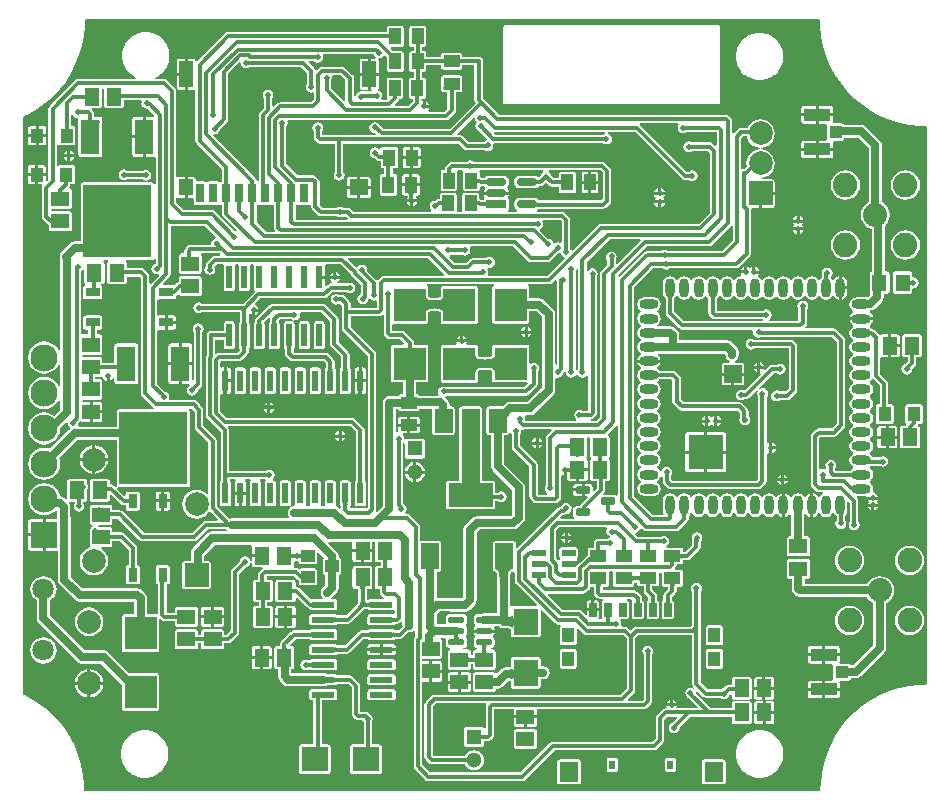
<source format=gbl>
%FSTAX23Y23*%
%MOIN*%
%SFA1B1*%

%IPPOS*%
%AMD70*
4,1,8,0.021200,0.011600,-0.021200,0.011600,-0.027000,0.005800,-0.027000,-0.005800,-0.021200,-0.011600,0.021200,-0.011600,0.027000,-0.005800,0.027000,0.005800,0.021200,0.011600,0.0*
1,1,0.011620,0.021200,0.005800*
1,1,0.011620,-0.021200,0.005800*
1,1,0.011620,-0.021200,-0.005800*
1,1,0.011620,0.021200,-0.005800*
%
%AMD81*
4,1,8,0.027100,0.012800,-0.027100,0.012800,-0.033500,0.006400,-0.033500,-0.006400,-0.027100,-0.012800,0.027100,-0.012800,0.033500,-0.006400,0.033500,0.006400,0.027100,0.012800,0.0*
1,1,0.012800,0.027100,0.006400*
1,1,0.012800,-0.027100,0.006400*
1,1,0.012800,-0.027100,-0.006400*
1,1,0.012800,0.027100,-0.006400*
%
%AMD93*
4,1,8,0.021300,0.011800,-0.021300,0.011800,-0.024200,0.008900,-0.024200,-0.008900,-0.021300,-0.011800,0.021300,-0.011800,0.024200,-0.008900,0.024200,0.008900,0.021300,0.011800,0.0*
1,1,0.005900,0.021300,0.008900*
1,1,0.005900,-0.021300,0.008900*
1,1,0.005900,-0.021300,-0.008900*
1,1,0.005900,0.021300,-0.008900*
%
%AMD99*
4,1,8,-0.021000,-0.011400,0.021000,-0.011400,0.023800,-0.008600,0.023800,0.008600,0.021000,0.011400,-0.021000,0.011400,-0.023800,0.008600,-0.023800,-0.008600,-0.021000,-0.011400,0.0*
1,1,0.005700,-0.021000,-0.008600*
1,1,0.005700,0.021000,-0.008600*
1,1,0.005700,0.021000,0.008600*
1,1,0.005700,-0.021000,0.008600*
%
%ADD17R,0.051180X0.059050*%
%ADD22R,0.059050X0.051180*%
%ADD24R,0.055120X0.039370*%
%ADD25R,0.039370X0.055120*%
%ADD28R,0.043310X0.055120*%
%ADD41R,0.043310X0.049210*%
%ADD42R,0.083460X0.089760*%
%ADD52C,0.011810*%
%ADD53C,0.027560*%
%ADD54C,0.082000*%
%ADD55C,0.080000*%
%ADD56C,0.078740*%
%ADD57R,0.078740X0.078740*%
%ADD58C,0.051180*%
%ADD59R,0.051180X0.051180*%
%ADD60C,0.070870*%
%ADD61C,0.090550*%
%ADD62R,0.090550X0.090550*%
%ADD63R,0.078740X0.078740*%
%ADD64C,0.019680*%
%ADD65R,0.043310X0.041340*%
%ADD66R,0.088580X0.043310*%
%ADD67R,0.050590X0.057870*%
%ADD68R,0.047240X0.031500*%
%ADD69R,0.031500X0.047240*%
G04~CAMADD=70~8~0.0~0.0~539.4~232.3~58.1~0.0~15~0.0~0.0~0.0~0.0~0~0.0~0.0~0.0~0.0~0~0.0~0.0~0.0~0.0~539.4~232.3*
%ADD70D70*%
%ADD71R,0.059050X0.086610*%
%ADD72R,0.021000X0.071000*%
%ADD73R,0.078000X0.020000*%
%ADD74R,0.045000X0.040000*%
%ADD75R,0.021260X0.031500*%
%ADD76R,0.039370X0.051180*%
%ADD77R,0.062990X0.066930*%
%ADD78R,0.025590X0.045280*%
%ADD79R,0.062990X0.118110*%
%ADD80R,0.228350X0.244100*%
G04~CAMADD=81~8~0.0~0.0~669.3~255.9~64.0~0.0~15~0.0~0.0~0.0~0.0~0~0.0~0.0~0.0~0.0~0~0.0~0.0~0.0~0.0~669.3~255.9*
%ADD81D81*%
%ADD82R,0.066930X0.025590*%
%ADD83R,0.059050X0.078740*%
%ADD84R,0.059050X0.078740*%
%ADD85R,0.149610X0.078740*%
%ADD86R,0.059050X0.255900*%
%ADD87R,0.107990X0.110240*%
%ADD88R,0.059050X0.059050*%
%ADD89R,0.118110X0.118110*%
%ADD90O,0.062990X0.031500*%
%ADD91O,0.031500X0.062990*%
%ADD92R,0.020000X0.078000*%
G04~CAMADD=93~8~0.0~0.0~484.2~236.2~29.5~0.0~15~0.0~0.0~0.0~0.0~0~0.0~0.0~0.0~0.0~0~0.0~0.0~0.0~0.0~484.2~236.2*
%ADD93D93*%
%ADD94R,0.089760X0.083460*%
%ADD95R,0.027560X0.062990*%
%ADD96R,0.062990X0.055120*%
%ADD97R,0.047240X0.055120*%
%ADD98R,0.047240X0.086610*%
G04~CAMADD=99~8~0.0~0.0~476.4~228.4~28.5~0.0~15~0.0~0.0~0.0~0.0~0~0.0~0.0~0.0~0.0~0~0.0~0.0~0.0~180.0~476.0~228.0*
%ADD99D99*%
%ADD100C,0.027560*%
%LNtcs-1900-1*%
%LPD*%
G36*
X03565Y04413D02*
X03567Y04412D01*
X03568Y0441*
Y04409*
X03568Y04392*
X03571Y04358*
X03578Y04324*
X03588Y04291*
X03601Y0426*
X03617Y04229*
X03636Y04201*
X03658Y04174*
X03682Y0415*
X03709Y04128*
X03737Y04109*
X03767Y04093*
X03799Y0408*
X03832Y0407*
X03866Y04063*
X039Y0406*
X03917Y0406*
X03918*
X0392Y04059*
X03922Y04055*
X03922Y0405*
Y02202*
Y02201*
X03921Y02199*
X0392Y02199*
X03916Y02197*
X03911Y02197*
X03898Y02197*
X03864Y02193*
X03831Y02186*
X03798Y02176*
X03767Y02163*
X03737Y02147*
X03708Y02127*
X03682Y02106*
X03658Y02081*
X03637Y02055*
X03618Y02027*
X03602Y01997*
X03589Y01965*
X03579Y01932*
X03572Y01899*
X03569Y01865*
X03568Y01848*
Y01847*
X03568Y01845*
X03566Y01844*
X03564Y01843*
X01121*
X0112*
X0112Y01843*
X0112Y01843*
X0112Y01843*
X01119Y01843*
X01118Y01843*
X01116Y01843*
X01114Y01845*
X01113Y01848*
X01113Y01864*
X0111Y01897*
X01104Y01929*
X01094Y01961*
X01082Y01992*
X01067Y02021*
X01049Y02049*
X01029Y02074*
X01007Y02098*
X00982Y0212*
X00955Y02139*
X00927Y02156*
X00916Y02161*
X00912Y02163*
X00909Y02167*
X00909Y02168*
X00909Y02168*
X00909Y02169*
X00909Y02169*
X00909Y0217*
Y04086*
Y04087*
X00909Y04088*
X0091Y0409*
X00912Y04091*
X00912Y04091*
X00913Y04091*
X00913Y04091*
X00913Y04092*
X00914Y04092*
X00914Y04092*
X00929Y04099*
X00957Y04116*
X00984Y04135*
X01009Y04157*
X01032Y04181*
X01052Y04207*
X0107Y04235*
X01085Y04264*
X01097Y04295*
X01107Y04327*
X01113Y04359*
X01116Y04392*
X01117Y04409*
Y0441*
X01117Y04412*
X01119Y04413*
X01121Y04414*
X01122*
X03562*
X03563Y04414*
X03565Y04413*
G37*
%LNtcs-1900-2*%
%LPC*%
G36*
X03493Y02835D02*
X03483Y02833D01*
X03476Y02828*
X03472Y02822*
X03466*
X03462Y02828*
X03455Y02833*
X0345Y02834*
Y02795*
Y02756*
X03455Y02757*
X03462Y02762*
X03466Y02767*
X03471Y02765*
Y02692*
X03465*
X03462Y02691*
X03459Y02689*
X03458Y02687*
X03457Y02684*
Y02632*
X03458Y02629*
X03459Y02627*
X03462Y02625*
X03465Y02624*
X03524*
X03527Y02625*
X0353Y02627*
X03532Y02629*
X03532Y02632*
Y02684*
X03532Y02687*
X0353Y02689*
X03527Y02691*
X03524Y02692*
X03515*
Y02765*
X0352Y02767*
X03523Y02762*
X03531Y02757*
X03535Y02756*
Y02795*
Y02834*
X03531Y02833*
X03523Y02828*
X03519Y02822*
X03513*
X0351Y02828*
X03502Y02833*
X03493Y02835*
G37*
G36*
X03436Y02875D02*
X03424D01*
X03425Y02873*
X03429Y02868*
X03435Y02864*
X03436Y02863*
Y02875*
G37*
G36*
X03459D02*
X03446D01*
Y02863*
X03448Y02864*
X03454Y02868*
X03458Y02873*
X03459Y02875*
G37*
G36*
X01371Y0284D02*
X01361D01*
X01358Y0284*
X01355Y02838*
X01353Y02835*
X01353Y02832*
Y02814*
X01371*
Y0284*
G37*
G36*
X01392D02*
X01381D01*
Y02814*
X014*
Y02832*
X014Y02835*
X01398Y02838*
X01395Y0284*
X01392Y0284*
G37*
G36*
X01117Y02883D02*
X01065D01*
X01062Y02882*
X0106Y0288*
X01058Y02878*
X01057Y02875*
Y02816*
X01056Y02815*
X01053Y02814*
X01048Y02818*
X01041Y02823*
X01033Y02825*
X01033Y02828*
X01027Y02841*
X01019Y02852*
X01008Y02861*
X00995Y02866*
X00981Y02868*
X00967Y02866*
X00954Y02861*
X00943Y02852*
X00934Y02841*
X00929Y02828*
X00927Y02815*
X00929Y02801*
X00934Y02788*
X00943Y02777*
X00954Y02768*
X00967Y02763*
X00981Y02761*
X00995Y02763*
X01008Y02768*
X01019Y02777*
X01019Y02777*
X01024Y02775*
Y02753*
X01021Y0275*
X00986*
Y02696*
Y02643*
X01026*
Y02547*
X01027Y02538*
X01032Y02531*
X01083Y0248*
X0109Y02475*
X01099Y02473*
X0128*
Y02431*
X01248*
X01245Y0243*
X01242Y02428*
X0124Y02426*
X0124Y02423*
Y02312*
X0124Y02309*
X01242Y02307*
X01245Y02305*
X01248Y02304*
X01356*
X01359Y02305*
X01361Y02307*
X01363Y02309*
X01364Y02312*
Y02414*
X01369Y02416*
X01371Y02413*
X01376Y0241*
X01381Y02409*
X01418*
Y02397*
X01418Y02394*
X0142Y02391*
X01423Y0239*
X01426Y02389*
X01485*
X01488Y0239*
X0149Y02391*
X01492Y02394*
X01493Y02397*
Y02448*
X01492Y02451*
X0149Y02454*
X01488Y02456*
X01485Y02456*
X01426*
X01423Y02456*
X0142Y02454*
X01418Y02451*
X01418Y02448*
Y02437*
X01389*
Y02531*
X01392*
X01395Y02531*
X01398Y02533*
X014Y02536*
X014Y02539*
Y02586*
X014Y02589*
X01398Y02592*
X01395Y02594*
X01392Y02594*
X01361*
X01358Y02594*
X01355Y02592*
X01353Y02589*
X01353Y02586*
Y02539*
X01353Y02536*
X01355Y02533*
X01358Y02531*
X0136Y02531*
Y02435*
X01356Y02431*
X01324*
Y02485*
X01322Y02493*
X01317Y025*
X01306Y02511*
X01299Y02516*
X01291Y02518*
X01108*
X0107Y02556*
Y02751*
X01068Y02759*
X01068Y02759*
Y02789*
X01066Y02798*
X01063Y02803*
X01065Y02806*
X01066Y02807*
X01083*
Y02802*
X0108Y02798*
X01079Y02791*
X0108Y02784*
X01084Y02778*
X0109Y02774*
X01097Y02773*
X01104Y02774*
X0111Y02778*
X01114Y02784*
X01115Y02791*
X01114Y02798*
X01111Y02802*
Y02807*
X01117*
X0112Y02808*
X01122Y0281*
X01124Y02812*
X01125Y02815*
Y02849*
X01126Y0285*
X01127Y02856*
X01126Y02861*
X01125Y02863*
Y02875*
X01124Y02878*
X01122Y0288*
X0112Y02882*
X01117Y02883*
G37*
G36*
X01193Y02942D02*
X01151D01*
Y029*
X01158Y02901*
X0117Y02906*
X0118Y02914*
X01187Y02924*
X01192Y02935*
X01193Y02942*
G37*
G36*
X03181Y02967D02*
X03118D01*
Y02913*
X03119Y0291*
X03121Y02907*
X03123Y02905*
X03126Y02905*
X03181*
Y02967*
G37*
G36*
X03253D02*
X03191D01*
Y02905*
X03245*
X03248Y02905*
X0325Y02907*
X03252Y0291*
X03253Y02913*
Y02967*
G37*
G36*
X03436Y02897D02*
X03435Y02897D01*
X03429Y02893*
X03425Y02887*
X03424Y02885*
X03436*
Y02897*
G37*
G36*
X03446D02*
Y02885D01*
X03459*
X03458Y02887*
X03454Y02893*
X03448Y02897*
X03446Y02897*
G37*
G36*
X01141Y02942D02*
X01099D01*
X011Y02935*
X01105Y02924*
X01112Y02914*
X01122Y02906*
X01134Y02901*
X01141Y029*
Y02942*
G37*
G36*
X0376Y02813D02*
X03726D01*
X03726Y02811*
X03729Y02807*
X03726Y02802*
X03726Y028*
X0376*
X03759Y02802*
X03756Y02807*
X03759Y02811*
X0376Y02813*
G37*
G36*
X03866Y0266D02*
X03853Y02658D01*
X03841Y02653*
X03831Y02646*
X03823Y02635*
X03818Y02623*
X03816Y02611*
X03818Y02598*
X03823Y02586*
X03831Y02576*
X03841Y02568*
X03853Y02563*
X03866Y02561*
X03878Y02563*
X0389Y02568*
X03901Y02576*
X03908Y02586*
X03913Y02598*
X03915Y02611*
X03913Y02623*
X03908Y02635*
X03901Y02646*
X0389Y02653*
X03878Y02658*
X03866Y0266*
G37*
G36*
X02037Y02638D02*
X02008D01*
Y02614*
X02009Y02611*
X02011Y02608*
X02013Y02606*
X02016Y02606*
X02037*
Y02638*
G37*
G36*
X02075D02*
X02047D01*
Y02606*
X02067*
X0207Y02606*
X02073Y02608*
X02075Y02611*
X02075Y02614*
Y02638*
G37*
G36*
X0178Y0246D02*
X01759D01*
X01756Y0246*
X01754Y02458*
X01752Y02455*
X01751Y02452*
Y02428*
X0178*
Y0246*
G37*
G36*
X01811D02*
X0179D01*
Y02428*
X01819*
Y02452*
X01818Y02455*
X01816Y02458*
X01814Y0246*
X01811Y0246*
G37*
G36*
X03666Y0266D02*
X03653Y02658D01*
X03641Y02653*
X03631Y02646*
X03623Y02635*
X03618Y02623*
X03616Y02611*
X03618Y02598*
X03623Y02586*
X03631Y02576*
X03641Y02568*
X03653Y02563*
X03666Y02561*
X03678Y02563*
X0369Y02568*
X03701Y02576*
X03708Y02586*
X03713Y02598*
X03715Y02611*
X03713Y02623*
X03708Y02635*
X03701Y02646*
X0369Y02653*
X03678Y02658*
X03666Y0266*
G37*
G36*
X014Y02804D02*
X01381D01*
Y02777*
X01392*
X01395Y02778*
X01398Y02779*
X014Y02782*
X014Y02785*
Y02804*
G37*
G36*
X03738Y0279D02*
X03726D01*
X03726Y02788*
X0373Y02782*
X03736Y02778*
X03738Y02778*
Y0279*
G37*
G36*
X0376D02*
X03748D01*
Y02778*
X0375Y02778*
X03755Y02782*
X03759Y02788*
X0376Y0279*
G37*
G36*
X00976Y02691D02*
X00927D01*
Y02651*
X00928Y02648*
X0093Y02645*
X00932Y02644*
X00935Y02643*
X00976*
Y02691*
G37*
G36*
Y0275D02*
X00935D01*
X00932Y02749*
X0093Y02747*
X00928Y02745*
X00927Y02742*
Y02701*
X00976*
Y0275*
G37*
G36*
X01371Y02804D02*
X01353D01*
Y02785*
X01353Y02782*
X01355Y02779*
X01358Y02778*
X01361Y02777*
X01371*
Y02804*
G37*
G36*
X01141Y02994D02*
X01134Y02993D01*
X01122Y02989*
X01112Y02981*
X01105Y02971*
X011Y0296*
X01099Y02952*
X01141*
Y02994*
G37*
G36*
X03271Y03227D02*
X03239D01*
Y03202*
X03239Y03199*
X03241Y03197*
X03243Y03195*
X03247Y03194*
X03271*
Y03227*
G37*
G36*
X03314D02*
X03281D01*
Y03194*
X03306*
X03309Y03195*
X03311Y03197*
X03313Y03199*
X03314Y03202*
Y03227*
G37*
G36*
X03035Y0327D02*
X02997D01*
X02958*
X02959Y03266*
X02964Y03258*
X02969Y03254*
Y03249*
X02964Y03245*
X02959Y03237*
X02957Y03228*
X02959Y03219*
X02964Y03211*
X02969Y03207*
Y03201*
X02964Y03198*
X02959Y0319*
X02957Y03181*
X02959Y03171*
X02964Y03164*
X02969Y0316*
Y03154*
X02964Y0315*
X02959Y03143*
X02957Y03133*
X02959Y03124*
X02964Y03116*
X02969Y03113*
Y03107*
X02964Y03103*
X02959Y03095*
X02957Y03086*
X02959Y03077*
X02964Y03069*
X02969Y03065*
Y0306*
X02964Y03056*
X02959Y03048*
X02957Y03039*
X02959Y0303*
X02964Y03022*
X02969Y03018*
Y03012*
X02964Y03009*
X02959Y03001*
X02957Y02992*
X02959Y02982*
X02964Y02975*
X02969Y02971*
Y02965*
X02964Y02961*
X02959Y02954*
X02957Y02944*
X02959Y02935*
X02964Y02927*
X02969Y02924*
Y02918*
X02964Y02914*
X02959Y02906*
X02957Y02897*
X02959Y02888*
X02964Y0288*
X02969Y02876*
Y02871*
X02964Y02867*
X02959Y02859*
X02957Y0285*
X02959Y02841*
X02964Y02833*
X02972Y02828*
X02981Y02826*
X03012*
X03022Y02828*
X03029Y02833*
X03035Y02841*
X03036Y0285*
X03035Y02859*
X03029Y02867*
X03024Y02871*
Y02876*
X03029Y0288*
X03035Y02888*
X03035Y02889*
X0304Y02891*
X03042Y0289*
Y02875*
X03043Y0287*
X03046Y02866*
X03058Y02853*
X03063Y0285*
X03068Y02849*
X03363*
X03368Y0285*
X03373Y02853*
X03385Y02866*
X03388Y0287*
X0339Y02875*
Y02967*
X03395Y0297*
X03396Y02969*
X03398Y02969*
Y02986*
Y03003*
X03396Y03002*
X03395Y03001*
X0339Y03004*
Y03156*
X03392Y0316*
X03394Y03167*
X03392Y03174*
X03388Y0318*
X03382Y03184*
X03375Y03185*
X03369Y03184*
X03367Y03182*
X03363Y03186*
X03412Y03234*
X03424*
X03428Y03232*
X03435Y0323*
X03441Y03232*
X03447Y03236*
X03451Y03242*
X03453Y03249*
X03451Y03255*
X03447Y03261*
X03441Y03265*
X03435Y03267*
X03428Y03265*
X03424Y03263*
X03406*
X03401Y03262*
X03396Y03258*
X03384Y03247*
X0338Y03249*
X0338Y03249*
X03368*
Y03237*
X03368Y03237*
X0337Y03233*
X03314Y03177*
X03312Y03179*
X03305Y0318*
X03298Y03179*
X03292Y03175*
X03288Y03169*
X03287Y03162*
X03288Y03155*
X03292Y03149*
X03298Y03145*
X03305Y03144*
X03312Y03145*
X03315Y03148*
X03319*
X03325Y03149*
X03329Y03152*
X03356Y03179*
X0336Y03176*
X03359Y03174*
X03357Y03167*
X03359Y0316*
X03361Y03156*
Y02881*
X03357Y02877*
X03074*
X0307Y02881*
Y02894*
X03072Y02898*
X03074Y02905*
X03072Y02912*
X03068Y02918*
X03063Y02922*
X03056Y02923*
X03049Y02922*
X03043Y02918*
X03039Y02912*
X03038Y0291*
X03033Y02908*
X03029Y02914*
X03024Y02918*
Y02924*
X03029Y02927*
X03035Y02935*
X03036Y02944*
X03035Y02954*
X03029Y02961*
X03024Y02965*
Y02971*
X03029Y02975*
X03035Y02982*
X03036Y02992*
X03035Y03001*
X03029Y03009*
X03024Y03012*
Y03018*
X03029Y03022*
X03035Y0303*
X03036Y03039*
X03035Y03048*
X03029Y03056*
X03024Y0306*
Y03065*
X03029Y03069*
X03035Y03077*
X03036Y03086*
X03035Y03095*
X03029Y03103*
X03024Y03107*
Y03113*
X03029Y03116*
X03035Y03124*
X03036Y03133*
X03035Y03143*
X03029Y0315*
X03024Y03154*
Y0316*
X03029Y03164*
X03035Y03171*
X03036Y03181*
X03035Y0319*
X03029Y03198*
X03024Y03201*
Y03207*
X03029Y03211*
X03031Y03214*
X03071*
X03075Y0321*
Y0314*
X03076Y03135*
X03079Y0313*
X03096Y03114*
X031Y03111*
X03106Y03109*
X03293*
X033Y03102*
Y03087*
X033Y03086*
X03298Y03079*
X033Y03072*
X03304Y03066*
X0331Y03063*
X03316Y03061*
X03323Y03063*
X03329Y03066*
X03333Y03072*
X03334Y03079*
X03333Y03086*
X03329Y03092*
X03329Y03092*
Y03108*
X03327Y03113*
X03324Y03118*
X03309Y03133*
X03304Y03137*
X03299Y03138*
X03112*
X03103Y03146*
Y03216*
X03102Y03221*
X03099Y03226*
X03087Y03238*
X03083Y03241*
X03077Y03242*
X03031*
X03029Y03245*
X03024Y03249*
Y03254*
X03029Y03258*
X03035Y03266*
X03035Y0327*
G37*
G36*
X03225Y03092D02*
Y0308D01*
X03237*
X03237Y03082*
X03233Y03088*
X03227Y03092*
X03225Y03092*
G37*
G36*
X03215D02*
X03213Y03092D01*
X03208Y03089*
X03205Y03088*
X03204*
X03202Y03089*
X03196Y03092*
X03194Y03092*
Y03075*
Y03058*
X03196Y03059*
X03202Y03062*
X03204Y03063*
X03205*
X03208Y03062*
X03213Y03059*
X03215Y03058*
Y03075*
Y03092*
G37*
G36*
X03338Y03349D02*
X03331Y03348D01*
X03325Y03344*
X03321Y03338*
X0332Y03331*
X03321Y03324*
X03325Y03318*
X03331Y03314*
X03338Y03313*
X03345Y03314*
X0335Y03318*
X03463*
Y03184*
X03452Y03174*
X03433*
X03429Y03177*
X03422Y03178*
X03415Y03177*
X03409Y03173*
X03405Y03167*
X03404Y0316*
X03405Y03153*
X03409Y03147*
X03415Y03143*
X03422Y03142*
X03429Y03143*
X03433Y03146*
X03458*
X03464Y03147*
X03468Y0315*
X03487Y03169*
X0349Y03173*
X03491Y03179*
Y03325*
X0349Y03331*
X03487Y03335*
X0348Y03342*
X03475Y03345*
X0347Y03346*
X03347*
X03345Y03348*
X03338Y03349*
G37*
G36*
X03358Y03271D02*
X03356Y03271D01*
X0335Y03267*
X03346Y03261*
X03346Y03259*
X03358*
Y03271*
G37*
G36*
X03368D02*
Y03259D01*
X0338*
X03379Y03261*
X03375Y03267*
X0337Y03271*
X03368Y03271*
G37*
G36*
X03832Y03321D02*
X03804D01*
Y03289*
X03824*
X03827Y03289*
X0383Y03291*
X03832Y03294*
X03832Y03297*
Y03321*
G37*
G36*
X03899Y03364D02*
X03848D01*
X03845Y03363*
X03842Y03361*
X03841Y03359*
X0384Y03356*
Y03297*
X03841Y03294*
X03842Y03291*
X03845Y03289*
X03848Y03289*
X03859*
Y03274*
X03851Y03266*
X03849Y03265*
X03843Y03261*
X03839Y03255*
X03838Y03249*
X03839Y03242*
X03843Y03236*
X03849Y03232*
X03856Y0323*
X03863Y03232*
X03869Y03236*
X03872Y03242*
X03874Y03249*
X03874Y03249*
X03883Y03258*
X03887Y03263*
X03888Y03268*
Y03289*
X03899*
X03902Y03289*
X03905Y03291*
X03907Y03294*
X03907Y03297*
Y03356*
X03907Y03359*
X03905Y03361*
X03902Y03363*
X03899Y03364*
G37*
G36*
X03012Y03488D02*
X02981D01*
X02972Y03486*
X02964Y03481*
X02959Y03473*
X02957Y03464*
X02959Y03455*
X02964Y03447*
X02969Y03443*
Y03438*
X02964Y03434*
X02959Y03426*
X02957Y03417*
X02959Y03408*
X02964Y034*
X02969Y03396*
Y0339*
X02964Y03387*
X02959Y03379*
X02957Y0337*
X02959Y0336*
X02964Y03353*
X02969Y03349*
Y03343*
X02964Y03339*
X02959Y03332*
X02957Y03322*
X02959Y03313*
X02964Y03305*
X02969Y03302*
Y03296*
X02964Y03292*
X02959Y03284*
X02958Y0328*
X02997*
X03035*
X03035Y03284*
X03029Y03292*
X03025Y03295*
X03026Y033*
X03249*
X03252Y03297*
Y03295*
X03254Y03286*
X03259Y03279*
X03266Y03274*
X03266Y03274*
X03265Y03269*
X03247*
X03243Y03269*
X03241Y03267*
X03239Y03264*
X03239Y03261*
Y03237*
X03314*
Y03261*
X03313Y03264*
X03311Y03267*
X03309Y03269*
X03306Y03269*
X03283*
X03282Y03274*
X03283Y03274*
X0329Y03279*
X03295Y03286*
X03296Y03295*
Y03306*
X03295Y03315*
X0329Y03322*
X03274Y03338*
X03266Y03343*
X03258Y03344*
X03098*
Y03361*
X03097Y03369*
X03092Y03376*
X03083Y03385*
X03076Y0339*
X03067Y03392*
X03026*
X03025Y03397*
X03029Y034*
X03035Y03408*
X03036Y03417*
X03035Y03426*
X03029Y03434*
X03024Y03438*
Y03443*
X03029Y03447*
X03035Y03455*
X03036Y03464*
X03035Y03473*
X03029Y03481*
X03022Y03486*
X03012Y03488*
G37*
G36*
X03358Y03249D02*
X03346D01*
X03346Y03248*
X0335Y03242*
X03356Y03238*
X03358Y03237*
Y03249*
G37*
G36*
X03184Y03092D02*
X03183Y03092D01*
X03177Y03088*
X03173Y03082*
X03172Y0308*
X03184*
Y03092*
G37*
G36*
X03245Y03039D02*
X03191D01*
Y02977*
X03253*
Y03031*
X03252Y03034*
X0325Y03037*
X03248Y03038*
X03245Y03039*
G37*
G36*
X03787Y03016D02*
X03758D01*
Y02992*
X03759Y02989*
X03761Y02986*
X03763Y02984*
X03766Y02984*
X03787*
Y03016*
G37*
G36*
X03825D02*
X03797D01*
Y02984*
X03817*
X0382Y02984*
X03823Y02986*
X03825Y02989*
X03825Y02992*
Y03016*
G37*
G36*
X01151Y02994D02*
Y02952D01*
X01193*
X01192Y0296*
X01187Y02971*
X0118Y02981*
X0117Y02989*
X01158Y02993*
X01151Y02994*
G37*
G36*
X0342Y02981D02*
X03408D01*
Y02969*
X0341Y02969*
X03416Y02973*
X0342Y02979*
X0342Y02981*
G37*
G36*
X03181Y03039D02*
X03126D01*
X03123Y03038*
X03121Y03037*
X03119Y03034*
X03118Y03031*
Y02977*
X03181*
Y03039*
G37*
G36*
X03817Y03059D02*
X03797D01*
Y03026*
X03825*
Y03051*
X03825Y03054*
X03823Y03056*
X0382Y03058*
X03817Y03059*
G37*
G36*
X03184Y0307D02*
X03172D01*
X03173Y03068*
X03177Y03063*
X03183Y03059*
X03184Y03058*
Y0307*
G37*
G36*
X03237D02*
X03225D01*
Y03058*
X03227Y03059*
X03233Y03063*
X03237Y03068*
X03237Y0307*
G37*
G36*
X03902Y03132D02*
X03859D01*
X03856Y03131*
X03853Y03129*
X03851Y03127*
X03851Y03124*
Y03074*
X03851Y03071*
X03853Y03069*
X03854Y03063*
X03851Y03059*
X03841*
X03838Y03058*
X03835Y03056*
X03834Y03054*
X03833Y03051*
Y02992*
X03834Y02989*
X03835Y02986*
X03838Y02984*
X03841Y02984*
X03892*
X03895Y02984*
X03898Y02986*
X039Y02989*
X039Y02992*
Y03051*
X039Y03054*
X03898Y03056*
X03895Y03058*
X03894Y03063*
X03895Y03065*
X03896Y03066*
X03902*
X03905Y03067*
X03908Y03069*
X03909Y03071*
X0391Y03074*
Y03124*
X03909Y03127*
X03908Y03129*
X03905Y03131*
X03902Y03132*
G37*
G36*
X03408Y03003D02*
Y02991D01*
X0342*
X0342Y02993*
X03416Y02998*
X0341Y03002*
X03408Y03003*
G37*
G36*
X03787Y03059D02*
X03766D01*
X03763Y03058*
X03761Y03056*
X03759Y03054*
X03758Y03051*
Y03026*
X03787*
Y03059*
G37*
G36*
X01571Y02456D02*
X01547D01*
Y02428*
X01579*
Y02448*
X01579Y02451*
X01577Y02454*
X01574Y02456*
X01571Y02456*
G37*
G36*
X03632Y02176D02*
X03584D01*
Y02151*
X03624*
X03627Y02152*
X03629Y02153*
X03631Y02156*
X03632Y02159*
Y02176*
G37*
G36*
X01125Y02196D02*
X01083D01*
X01084Y02189*
X01089Y02177*
X01097Y02168*
X01107Y0216*
X01118Y02155*
X01125Y02154*
Y02196*
G37*
G36*
X01177D02*
X01135D01*
Y02154*
X01143Y02155*
X01154Y0216*
X01164Y02168*
X01172Y02177*
X01176Y02189*
X01177Y02196*
G37*
G36*
X03375Y0218D02*
X03347D01*
Y02155*
X03347Y02152*
X03349Y02149*
X03352Y02148*
X03355Y02147*
X03375*
Y0218*
G37*
G36*
X03414D02*
X03385D01*
Y02147*
X03406*
X03409Y02148*
X03412Y02149*
X03413Y02152*
X03414Y02155*
Y0218*
G37*
G36*
X03574Y02176D02*
X03527D01*
Y02159*
X03528Y02156*
X03529Y02153*
X03532Y02152*
X03535Y02151*
X03574*
Y02176*
G37*
G36*
X02144Y02232D02*
X02066D01*
X02063Y02231*
X02061Y02229*
X02059Y02227*
X02058Y02223*
Y02203*
X02059Y022*
X02061Y02198*
X02063Y02196*
X02066Y02195*
X02144*
X02147Y02196*
X0215Y02198*
X02152Y022*
X02152Y02203*
Y02223*
X02152Y02227*
X0215Y02229*
X02147Y02231*
X02144Y02232*
G37*
G36*
X01125Y02248D02*
X01118Y02247D01*
X01107Y02243*
X01097Y02235*
X01089Y02225*
X01084Y02214*
X01083Y02206*
X01125*
Y02248*
G37*
G36*
X01135D02*
Y02206D01*
X01177*
X01176Y02214*
X01172Y02225*
X01164Y02235*
X01154Y02243*
X01143Y02247*
X01135Y02248*
G37*
G36*
X03574Y0221D02*
X03535D01*
X03532Y0221*
X03529Y02208*
X03528Y02205*
X03527Y02202*
Y02186*
X03574*
Y0221*
G37*
G36*
X03375Y02222D02*
X03355D01*
X03352Y02221*
X03349Y0222*
X03347Y02217*
X03347Y02214*
Y0219*
X03375*
Y02222*
G37*
G36*
X03406D02*
X03385D01*
Y0219*
X03414*
Y02214*
X03413Y02217*
X03412Y0222*
X03409Y02221*
X03406Y02222*
G37*
G36*
X02144Y02182D02*
X02066D01*
X02063Y02181*
X02061Y02179*
X02059Y02177*
X02058Y02173*
Y02153*
X02059Y0215*
X02061Y02148*
X02063Y02146*
X02066Y02145*
X02144*
X02147Y02146*
X0215Y02148*
X02152Y0215*
X02152Y02153*
Y02173*
X02152Y02177*
X0215Y02179*
X02147Y02181*
X02144Y02182*
G37*
G36*
X03373Y02045D02*
X03359D01*
X03358Y02045*
X03357*
X03343Y02042*
X03343Y02042*
X03342Y02042*
X03329Y02036*
X03328Y02036*
X03328Y02036*
X03316Y02028*
X03315Y02027*
X03315Y02027*
X03305Y02017*
X03304Y02016*
X03304Y02016*
X03296Y02004*
X03296Y02003*
X03295Y02003*
X0329Y0199*
X0329Y01989*
X0329Y01988*
X03287Y01975*
Y01974*
X03287Y01973*
Y01959*
X03287Y01958*
Y01957*
X0329Y01944*
X0329Y01943*
X0329Y01942*
X03295Y01929*
X03296Y01929*
X03296Y01928*
X03304Y01916*
X03304Y01916*
X03305Y01915*
X03315Y01905*
X03315Y01905*
X03316Y01904*
X03328Y01897*
X03328Y01896*
X03329Y01896*
X03342Y0189*
X03343Y0189*
X03343Y0189*
X03357Y01887*
X03358*
X03359Y01887*
X03373*
X03373Y01887*
X03374*
X03388Y0189*
X03389Y0189*
X03389Y0189*
X03402Y01896*
X03403Y01896*
X03404Y01897*
X03415Y01904*
X03416Y01905*
X03416Y01905*
X03426Y01915*
X03427Y01916*
X03427Y01916*
X03435Y01928*
X03435Y01929*
X03436Y01929*
X03441Y01942*
X03441Y01943*
X03442Y01944*
X03444Y01957*
Y01958*
X03445Y01959*
Y01973*
X03444Y01974*
Y01975*
X03442Y01988*
X03441Y01989*
X03441Y0199*
X03436Y02003*
X03435Y02003*
X03435Y02004*
X03427Y02016*
X03427Y02016*
X03426Y02017*
X03416Y02027*
X03416Y02027*
X03415Y02028*
X03404Y02036*
X03403Y02036*
X03402Y02036*
X03389Y02042*
X03389Y02042*
X03388Y02042*
X03374Y02045*
X03373*
X03373Y02045*
G37*
G36*
X0195Y02182D02*
X01872D01*
X01869Y02181*
X01867Y02179*
X01865Y02177*
X01864Y02173*
Y02153*
X01865Y0215*
X01867Y02148*
X01869Y02146*
X01872Y02145*
X01878*
Y01998*
X01838*
X01835Y01997*
X01832Y01996*
X0183Y01993*
X0183Y0199*
Y01907*
X0183Y01904*
X01832Y01901*
X01835Y01899*
X01838Y01899*
X01928*
X01931Y01899*
X01933Y01901*
X01935Y01904*
X01936Y01907*
Y0199*
X01935Y01993*
X01933Y01996*
X01931Y01997*
X01928Y01998*
X01906*
Y02145*
X0195*
X01953Y02146*
X01956Y02148*
X01958Y0215*
X01958Y02153*
Y02173*
X01958Y02177*
X01956Y02179*
X01953Y02181*
X0195Y02182*
G37*
G36*
X02885Y01953D02*
X02864D01*
X02861Y01953*
X02858Y01951*
X02856Y01948*
X02856Y01945*
Y01914*
X02856Y01911*
X02858Y01908*
X02861Y01906*
X02864Y01906*
X02885*
X02888Y01906*
X02891Y01908*
X02892Y01911*
X02893Y01914*
Y01945*
X02892Y01948*
X02891Y01951*
X02888Y01953*
X02885Y01953*
G37*
G36*
X02762Y01948D02*
X02699D01*
X02696Y01947*
X02693Y01946*
X02691Y01943*
X02691Y0194*
Y01873*
X02691Y0187*
X02693Y01867*
X02696Y01866*
X02699Y01865*
X02762*
X02765Y01866*
X02767Y01867*
X02769Y0187*
X0277Y01873*
Y0194*
X02769Y01943*
X02767Y01946*
X02765Y01947*
X02762Y01948*
G37*
G36*
X03244D02*
X03181D01*
X03178Y01947*
X03175Y01946*
X03174Y01943*
X03173Y0194*
Y01873*
X03174Y0187*
X03175Y01867*
X03178Y01866*
X03181Y01865*
X03244*
X03247Y01866*
X0325Y01867*
X03251Y0187*
X03252Y01873*
Y0194*
X03251Y01943*
X0325Y01946*
X03247Y01947*
X03244Y01948*
G37*
G36*
X01323Y02045D02*
X01309D01*
X01308Y02045*
X01307*
X01293Y02042*
X01293Y02042*
X01292Y02042*
X01279Y02036*
X01278Y02036*
X01278Y02036*
X01266Y02028*
X01265Y02027*
X01265Y02027*
X01255Y02017*
X01254Y02016*
X01254Y02016*
X01246Y02004*
X01246Y02003*
X01245Y02003*
X0124Y0199*
X0124Y01989*
X0124Y01988*
X01237Y01975*
Y01974*
X01237Y01973*
Y01959*
X01237Y01958*
Y01957*
X0124Y01944*
X0124Y01943*
X0124Y01942*
X01245Y01929*
X01246Y01929*
X01246Y01928*
X01254Y01916*
X01254Y01916*
X01255Y01915*
X01265Y01905*
X01265Y01905*
X01266Y01904*
X01278Y01897*
X01278Y01896*
X01279Y01896*
X01292Y0189*
X01293Y0189*
X01293Y0189*
X01307Y01887*
X01308*
X01309Y01887*
X01323*
X01323Y01887*
X01324*
X01338Y0189*
X01339Y0189*
X01339Y0189*
X01352Y01896*
X01353Y01896*
X01354Y01897*
X01365Y01904*
X01366Y01905*
X01366Y01905*
X01376Y01915*
X01377Y01916*
X01377Y01916*
X01385Y01928*
X01385Y01929*
X01386Y01929*
X01391Y01942*
X01391Y01943*
X01392Y01944*
X01394Y01957*
Y01958*
X01395Y01959*
Y01973*
X01394Y01974*
Y01975*
X01392Y01988*
X01391Y01989*
X01391Y0199*
X01386Y02003*
X01385Y02003*
X01385Y02004*
X01377Y02016*
X01377Y02016*
X01376Y02017*
X01366Y02027*
X01366Y02027*
X01365Y02028*
X01354Y02036*
X01353Y02036*
X01352Y02036*
X01339Y02042*
X01339Y02042*
X01338Y02042*
X01324Y02045*
X01323*
X01323Y02045*
G37*
G36*
X00978Y02559D02*
X00967Y02557D01*
X00956Y02553*
X00947Y02546*
X0094Y02537*
X00936Y02527*
X00934Y02515*
X00936Y02504*
X0094Y02493*
X00947Y02484*
X00956Y02478*
Y02418*
X00957Y02409*
X00962Y02402*
X01091Y02273*
X01098Y02268*
X01107Y02267*
X0117*
X01191Y02246*
X01193Y02243*
X0124Y02197*
Y02117*
X0124Y02114*
X01242Y02111*
X01245Y02109*
X01248Y02109*
X01356*
X01359Y02109*
X01361Y02111*
X01363Y02114*
X01364Y02117*
Y02227*
X01363Y0223*
X01361Y02233*
X01359Y02234*
X01356Y02235*
X01264*
X01226Y02272*
X01224Y02275*
X01195Y02304*
X01188Y02309*
X0118Y02311*
X01116*
X01Y02427*
Y02478*
X01009Y02484*
X01016Y02493*
X0102Y02504*
X01022Y02515*
X0102Y02527*
X01016Y02537*
X01009Y02546*
X01Y02553*
X00989Y02557*
X00978Y02559*
G37*
G36*
X03376Y02141D02*
X03356D01*
X03353Y02141*
X0335Y02139*
X03348Y02136*
X03348Y02133*
Y02109*
X03376*
Y02141*
G37*
G36*
X03407D02*
X03386D01*
Y02109*
X03415*
Y02133*
X03414Y02136*
X03413Y02139*
X0341Y02141*
X03407Y02141*
G37*
G36*
X03079Y01953D02*
X03057D01*
X03054Y01953*
X03052Y01951*
X0305Y01948*
X03049Y01945*
Y01914*
X0305Y01911*
X03052Y01908*
X03054Y01906*
X03057Y01906*
X03079*
X03082Y01906*
X03084Y01908*
X03086Y01911*
X03087Y01914*
Y01945*
X03086Y01948*
X03084Y01951*
X03082Y01953*
X03079Y01953*
G37*
G36*
X03376Y02099D02*
X03348D01*
Y02074*
X03348Y02071*
X0335Y02069*
X03353Y02067*
X03356Y02066*
X03376*
Y02099*
G37*
G36*
X03415D02*
X03386D01*
Y02066*
X03407*
X0341Y02067*
X03413Y02069*
X03414Y02071*
X03415Y02074*
Y02099*
G37*
G36*
X02144Y02282D02*
X02066D01*
X02063Y02281*
X02061Y02279*
X02059Y02277*
X02058Y02273*
Y02253*
X02059Y0225*
X02061Y02248*
X02063Y02246*
X02066Y02245*
X02144*
X02147Y02246*
X0215Y02248*
X02152Y0225*
X02152Y02253*
Y02273*
X02152Y02277*
X0215Y02279*
X02147Y02281*
X02144Y02282*
G37*
G36*
X0195Y02382D02*
X01872D01*
X01869Y02381*
X01867Y02379*
X01866Y02378*
X01866Y02378*
X01863Y02378*
X01813*
X01808Y02376*
X01803Y02373*
X01771Y02341*
X01771Y02341*
X01771Y02341*
X01769Y02339*
X01768Y02337*
X01768Y02336*
X01768Y02336*
X01767Y02334*
X01767Y02331*
X01767Y02331*
X01767Y02331*
X01767Y02329*
X01762Y02324*
X01755*
X01752Y02324*
X0175Y02322*
X01748Y0232*
X01747Y02316*
Y02257*
X01748Y02254*
X0175Y02252*
X01752Y0225*
X01755Y02249*
X0176*
Y02225*
X01762Y02216*
X01766Y02209*
X01778Y02198*
X01785Y02193*
X01793Y02191*
X01911*
X0192Y02193*
X01923Y02195*
X0195*
X01953Y02196*
X01956Y02198*
X01957Y02199*
X01994*
X02006Y02188*
Y021*
X02007Y02095*
X0201Y0209*
X02017Y02083*
X02022Y0208*
X02027Y02079*
X02041*
X02042Y02075*
X02046Y02069*
X02046Y02069*
Y01998*
X02008*
X02005Y01997*
X02003Y01996*
X02001Y01993*
X02Y0199*
Y01907*
X02001Y01904*
X02003Y01901*
X02005Y01899*
X02008Y01899*
X02098*
X02101Y01899*
X02104Y01901*
X02106Y01904*
X02106Y01907*
Y0199*
X02106Y01993*
X02104Y01996*
X02101Y01997*
X02098Y01998*
X02075*
Y02074*
X02075Y02075*
X02077Y02082*
X02075Y02089*
X02071Y02095*
X02071Y02095*
X0207Y02096*
X02064Y02103*
X02059Y02106*
X02054Y02107*
X02034*
Y02193*
X02033Y02199*
X0203Y02203*
X0201Y02223*
X02005Y02226*
X02Y02228*
X01957*
X01956Y02229*
X01953Y02231*
X0195Y02232*
X01923*
X0192Y02234*
X01911Y02236*
X01804*
Y02249*
X01807*
X0181Y0225*
X01812Y02252*
X01814Y02254*
X01815Y02257*
Y02316*
X01814Y0232*
X01812Y02322*
X0181Y02324*
X01807Y02324*
X01801*
X01799Y02329*
X01819Y02349*
X01864*
X01864Y02349*
X01866Y02349*
X01866Y02349*
X01867Y02348*
X01869Y02346*
X01872Y02345*
X0195*
X01953Y02346*
X01956Y02348*
X01958Y0235*
X01958Y02353*
Y02373*
X01958Y02377*
X01956Y02379*
X01953Y02381*
X0195Y02382*
G37*
G36*
X0113Y02454D02*
X01118Y02452D01*
X01107Y02447*
X01097Y0244*
X01089Y0243*
X01084Y02418*
X01083Y02406*
X01084Y02394*
X01089Y02382*
X01097Y02372*
X01107Y02365*
X01118Y0236*
X0113Y02358*
X01143Y0236*
X01154Y02365*
X01164Y02372*
X01172Y02382*
X01176Y02394*
X01178Y02406*
X01176Y02418*
X01172Y0243*
X01164Y0244*
X01154Y02447*
X01143Y02452*
X0113Y02454*
G37*
G36*
X03666Y0246D02*
X03653Y02458D01*
X03641Y02453*
X03631Y02446*
X03623Y02435*
X03618Y02423*
X03616Y02411*
X03618Y02398*
X03623Y02386*
X03631Y02376*
X03641Y02368*
X03653Y02363*
X03666Y02361*
X03678Y02363*
X0369Y02368*
X03701Y02376*
X03708Y02386*
X03713Y02398*
X03715Y02411*
X03713Y02423*
X03708Y02435*
X03701Y02446*
X0369Y02453*
X03678Y02458*
X03666Y0246*
G37*
G36*
X021Y02332D02*
X02066D01*
X02063Y02331*
X02061Y02329*
X02059Y02327*
X02058Y02323*
Y02318*
X021*
Y02332*
G37*
G36*
X02144D02*
X0211D01*
Y02318*
X02152*
Y02323*
X02152Y02327*
X0215Y02329*
X02147Y02331*
X02144Y02332*
G37*
G36*
X03235Y02395D02*
X03195D01*
X03192Y02395*
X03189Y02393*
X03188Y0239*
X03187Y02387*
Y02336*
X03188Y02333*
X03189Y0233*
X03192Y02329*
X03195Y02328*
X03235*
X03238Y02329*
X0324Y0233*
X03242Y02333*
X03243Y02336*
Y02387*
X03242Y0239*
X0324Y02393*
X03238Y02395*
X03235Y02395*
G37*
G36*
X01537Y02418D02*
X01504D01*
Y02397*
X01505Y02394*
X01507Y02391*
X01509Y0239*
X01512Y02389*
X01537*
Y02418*
G37*
G36*
X01579D02*
X01547D01*
Y02389*
X01571*
X01574Y0239*
X01577Y02391*
X01579Y02394*
X01579Y02397*
Y02418*
G37*
G36*
X01537Y02456D02*
X01512D01*
X01509Y02456*
X01507Y02454*
X01505Y02451*
X01504Y02448*
Y02428*
X01537*
Y02456*
G37*
G36*
X03866Y0246D02*
X03853Y02458D01*
X03841Y02453*
X03831Y02446*
X03823Y02435*
X03818Y02423*
X03816Y02411*
X03818Y02398*
X03823Y02386*
X03831Y02376*
X03841Y02368*
X03853Y02363*
X03866Y02361*
X03878Y02363*
X0389Y02368*
X03901Y02376*
X03908Y02386*
X03913Y02398*
X03915Y02411*
X03913Y02423*
X03908Y02435*
X03901Y02446*
X0389Y02453*
X03878Y02458*
X03866Y0246*
G37*
G36*
X0178Y02418D02*
X01751D01*
Y02393*
X01752Y0239*
X01754Y02388*
X01756Y02386*
X01759Y02385*
X0178*
Y02418*
G37*
G36*
X01819D02*
X0179D01*
Y02385*
X01811*
X01814Y02386*
X01816Y02388*
X01818Y0239*
X01819Y02393*
Y02418*
G37*
G36*
X03624Y02326D02*
X03584D01*
Y02302*
X03632*
Y02318*
X03631Y02321*
X03629Y02324*
X03627Y02326*
X03624Y02326*
G37*
G36*
X03524Y02617D02*
X03465D01*
X03462Y02616*
X03459Y02614*
X03458Y02612*
X03457Y02609*
Y02558*
X03458Y02555*
X03459Y02552*
X03462Y0255*
X03465Y0255*
X03473*
Y02517*
X03474Y02509*
X03479Y02502*
X03485Y02496*
X03488Y02493*
X03492Y02491*
X03492*
X03492Y02491*
X03496Y0249*
X035Y02489*
X03723Y02489*
X03724Y02487*
X03732Y02477*
X03742Y02469*
X03744Y02468*
Y02328*
X03677Y02262*
X03669*
X03669Y02262*
X03668Y02265*
X03665Y02267*
X03662Y02267*
X03634*
X03631Y02272*
X03631Y02272*
X03632Y02275*
Y02292*
X03584*
Y02267*
X03608*
X03611Y02263*
X03611Y02262*
X03611Y02259*
Y02218*
X03611Y02215*
X03611Y02215*
X03608Y0221*
X03584*
Y02186*
X03632*
Y02202*
X03631Y02205*
X03631Y02205*
X03634Y0221*
X03662*
X03665Y02211*
X03668Y02212*
X03669Y02215*
X0367Y02218*
X03686*
X03695Y02219*
X03702Y02224*
X03781Y02303*
X03786Y02311*
X03788Y02319*
Y02468*
X0379Y02469*
X038Y02477*
X03807Y02487*
X03812Y02498*
X03814Y02511*
X03812Y02523*
X03807Y02535*
X038Y02545*
X0379Y02553*
X03778Y02557*
X03766Y02559*
X03753Y02557*
X03742Y02553*
X03732Y02545*
X03724Y02535*
X03723Y02533*
X03517Y02533*
Y0255*
X03524*
X03527Y0255*
X0353Y02552*
X03532Y02555*
X03532Y02558*
Y02609*
X03532Y02612*
X0353Y02614*
X03527Y02616*
X03524Y02617*
G37*
G36*
X00978Y02354D02*
X00967Y02353D01*
X00956Y02348*
X00947Y02341*
X0094Y02332*
X00936Y02322*
X00934Y02311*
X00936Y02299*
X0094Y02289*
X00947Y0228*
X00956Y02273*
X00967Y02268*
X00978Y02267*
X00989Y02268*
X01Y02273*
X01009Y0228*
X01016Y02289*
X0102Y02299*
X01022Y02311*
X0102Y02322*
X01016Y02332*
X01009Y02341*
X01Y02348*
X00989Y02353*
X00978Y02354*
G37*
G36*
X03574Y02292D02*
X03527D01*
Y02275*
X03528Y02272*
X03529Y02269*
X03532Y02268*
X03535Y02267*
X03574*
Y02292*
G37*
G36*
X01701Y02282D02*
X01673D01*
Y02257*
X01673Y02254*
X01675Y02252*
X01678Y0225*
X01681Y02249*
X01701*
Y02282*
G37*
G36*
X0174D02*
X01711D01*
Y02249*
X01732*
X01735Y0225*
X01737Y02252*
X01739Y02254*
X0174Y02257*
Y02282*
G37*
G36*
X03235Y02317D02*
X03195D01*
X03192Y02316*
X03189Y02314*
X03188Y02312*
X03187Y02309*
Y02257*
X03188Y02254*
X03189Y02252*
X03192Y0225*
X03195Y02249*
X03235*
X03238Y0225*
X0324Y02252*
X03242Y02254*
X03243Y02257*
Y02309*
X03242Y02312*
X0324Y02314*
X03238Y02316*
X03235Y02317*
G37*
G36*
X021Y02308D02*
X02058D01*
Y02303*
X02059Y023*
X02061Y02298*
X02063Y02296*
X02066Y02295*
X021*
Y02308*
G37*
G36*
X02152D02*
X0211D01*
Y02295*
X02144*
X02147Y02296*
X0215Y02298*
X02152Y023*
X02152Y02303*
Y02308*
G37*
G36*
X03574Y02326D02*
X03535D01*
X03532Y02326*
X03529Y02324*
X03528Y02321*
X03527Y02318*
Y02302*
X03574*
Y02326*
G37*
G36*
X0195Y02282D02*
X01872D01*
X01869Y02281*
X01867Y02279*
X01867Y02279*
X01861Y02278*
X0186Y02279*
X01853Y0228*
X01846Y02279*
X0184Y02275*
X01836Y02269*
X01835Y02262*
X01836Y02255*
X0184Y0225*
X01846Y02246*
X01853Y02244*
X0186Y02246*
X01861Y02247*
X01867Y02248*
X01869Y02246*
X01872Y02245*
X0195*
X01953Y02246*
X01956Y02248*
X01958Y0225*
X01958Y02253*
Y02273*
X01958Y02277*
X01956Y02279*
X01953Y02281*
X0195Y02282*
G37*
G36*
X01701Y02324D02*
X01681D01*
X01678Y02324*
X01675Y02322*
X01673Y0232*
X01673Y02316*
Y02292*
X01701*
Y02324*
G37*
G36*
X01732D02*
X01711D01*
Y02292*
X0174*
Y02316*
X01739Y0232*
X01737Y02322*
X01735Y02324*
X01732Y02324*
G37*
G36*
X03314Y0359D02*
X03312Y0359D01*
X03307Y03586*
X03303Y0358*
X03302Y03578*
X03314*
Y0359*
G37*
G36*
X03511Y03737D02*
X03477D01*
X03477Y03735*
X03481Y03729*
Y03729*
X03477Y03723*
X03477Y03721*
X03511*
X0351Y03723*
X03506Y03729*
Y03729*
X0351Y03735*
X03511Y03737*
G37*
G36*
X01058Y03955D02*
X01046D01*
X01047Y03953*
X01051Y03947*
X01057Y03943*
X01058Y03943*
Y03955*
G37*
G36*
X01248Y03914D02*
X01241Y03913D01*
X01235Y03909*
X01231Y03903*
X01229Y03896*
X01231Y03889*
X01235Y03883*
X01241Y03879*
X01248Y03878*
X01254Y03879*
X01258Y03882*
X01306*
X01307Y03881*
X01312Y03878*
X01319Y03876*
X01326Y03878*
X01332Y03881*
X01336Y03887*
X01337Y03894*
X01336Y03901*
X01332Y03907*
X01326Y03911*
X01319Y03912*
X01312Y03911*
X01311Y0391*
X01258*
X01254Y03913*
X01248Y03914*
G37*
G36*
X00951Y03929D02*
X00935D01*
X00931Y03928*
X00929Y03926*
X00927Y03924*
X00927Y03921*
Y03901*
X00951*
Y03929*
G37*
G36*
X00978D02*
X00961D01*
Y03901*
X00986*
Y03921*
X00985Y03924*
X00984Y03926*
X00981Y03928*
X00978Y03929*
G37*
G36*
X0361Y03976D02*
X03563D01*
Y03951*
X03602*
X03605Y03952*
X03608Y03953*
X03609Y03956*
X0361Y03959*
Y03976*
G37*
G36*
X0131Y04018D02*
X01275D01*
Y03964*
X01276Y03961*
X01278Y03959*
X0128Y03957*
X01283Y03956*
X0131*
Y04018*
G37*
G36*
X01058Y03977D02*
X01057Y03977D01*
X01051Y03973*
X01047Y03967*
X01046Y03965*
X01058*
Y03977*
G37*
G36*
X03651Y03712D02*
X03639Y0371D01*
X03627Y03705*
X03617Y03697*
X03609Y03687*
X03604Y03675*
X03602Y03662*
X03604Y0365*
X03609Y03638*
X03617Y03627*
X03627Y0362*
X03639Y03615*
X03651Y03613*
X03664Y03615*
X03676Y0362*
X03686Y03627*
X03694Y03638*
X03699Y0365*
X03701Y03662*
X03699Y03675*
X03694Y03687*
X03686Y03697*
X03676Y03705*
X03664Y0371*
X03651Y03712*
G37*
G36*
X01081Y03955D02*
X01068D01*
Y03943*
X0107Y03943*
X01076Y03947*
X0108Y03953*
X01081Y03955*
G37*
G36*
X03553Y03976D02*
X03505D01*
Y03959*
X03506Y03956*
X03508Y03953*
X0351Y03952*
X03513Y03951*
X03553*
Y03976*
G37*
G36*
X03867Y03574D02*
X03817D01*
X03813Y03573*
X03811Y03572*
X03809Y03569*
X03809Y03566*
Y03508*
X03809Y03505*
X03811Y03502*
X03813Y03501*
X03817Y035*
X03867*
X0387Y03501*
X03873Y03502*
X03875Y03505*
X03875Y03508*
Y03515*
X03878Y03518*
X03885Y03519*
X03891Y03523*
X03895Y03529*
X03897Y03536*
X03895Y03543*
X03891Y03549*
X03885Y03553*
X03878Y03554*
X03875Y03557*
Y03566*
X03875Y03569*
X03873Y03572*
X0387Y03573*
X03867Y03574*
G37*
G36*
X03639Y03558D02*
Y03524D01*
X03658*
Y03535*
X03657Y03544*
X03651Y03552*
X03644Y03557*
X03639Y03558*
G37*
G36*
X03851Y03912D02*
X03839Y0391D01*
X03827Y03905*
X03817Y03897*
X03809Y03887*
X03804Y03875*
X03802Y03862*
X03804Y0385*
X03809Y03838*
X03817Y03827*
X03827Y0382*
X03839Y03815*
X03851Y03813*
X03864Y03815*
X03876Y0382*
X03886Y03827*
X03894Y03838*
X03899Y0385*
X03901Y03862*
X03899Y03875*
X03894Y03887*
X03886Y03897*
X03876Y03905*
X03864Y0391*
X03851Y03912*
G37*
G36*
X03651D02*
X03639Y0391D01*
X03627Y03905*
X03617Y03897*
X03609Y03887*
X03604Y03875*
X03602Y03862*
X03604Y0385*
X03609Y03838*
X03617Y03827*
X03627Y0382*
X03639Y03815*
X03651Y03813*
X03664Y03815*
X03676Y0382*
X03686Y03827*
X03694Y03838*
X03699Y0385*
X03701Y03862*
X03699Y03875*
X03694Y03887*
X03686Y03897*
X03676Y03905*
X03664Y0391*
X03651Y03912*
G37*
G36*
X03658Y03514D02*
X03639D01*
Y0348*
X03644Y03481*
X03651Y03486*
X03657Y03494*
X03658Y03503*
Y03514*
G37*
G36*
X0361Y04092D02*
X03563D01*
Y04067*
X03587*
X03589Y04063*
X03589Y04062*
X03589Y0406*
Y04018*
X03589Y04015*
X03589Y04015*
X03587Y0401*
X03563*
Y03986*
X0361*
Y04002*
X03609Y04005*
X03609Y04006*
X03612Y0401*
X0364*
X03643Y04011*
X03646Y04013*
X03648Y04015*
X03648Y04018*
Y04019*
X03696*
X03729Y03985*
Y03805*
X03727Y03804*
X03717Y03796*
X0371Y03786*
X03705Y03775*
X03703Y03762*
X03705Y0375*
X0371Y03738*
X03717Y03728*
X03727Y0372*
X03739Y03716*
X03739Y03716*
Y03574*
X03737Y03573*
X03734Y03572*
X03733Y03569*
X03732Y03566*
Y03508*
X03733Y03505*
X03734Y03502*
X03735Y03502*
Y03497*
X03726Y03488*
X03724*
X03723Y03488*
X03721Y03488*
X03689*
X0368Y03486*
X03672Y03481*
X03667Y03473*
X03665Y03464*
X03667Y03455*
X03672Y03447*
X03678Y03443*
Y03438*
X03672Y03434*
X03667Y03426*
X03666Y03422*
X03705*
X03744*
X03743Y03426*
X03738Y03434*
X03732Y03438*
Y03439*
X03735Y03444*
X03744Y03446*
X03751Y0345*
X03773Y03472*
X03777Y03479*
X03779Y03488*
Y035*
X03791*
X03794Y03501*
X03796Y03502*
X03798Y03505*
X03799Y03508*
Y03566*
X03798Y03569*
X03796Y03572*
X03794Y03573*
X03791Y03574*
X03783*
Y03726*
X03786Y03728*
X03793Y03738*
X03798Y0375*
X038Y03762*
X03798Y03775*
X03793Y03786*
X03786Y03796*
X03776Y03804*
X03774Y03805*
Y03995*
X03772Y04003*
X03767Y0401*
X03721Y04056*
X03714Y04061*
X03705Y04063*
X03647*
X03646Y04065*
X03643Y04067*
X0364Y04068*
X03612*
X03609Y04072*
X03609Y04073*
X0361Y04075*
Y04092*
G37*
G36*
X03499Y03759D02*
Y03747D01*
X03511*
X0351Y03749*
X03506Y03754*
X03501Y03758*
X03499Y03759*
G37*
G36*
X03489D02*
X03487Y03758D01*
X03481Y03754*
X03477Y03749*
X03477Y03747*
X03489*
Y03759*
G37*
G36*
X03351Y03589D02*
Y03577D01*
X03363*
X03363Y03579*
X03359Y03585*
X03353Y03589*
X03351Y03589*
G37*
G36*
X03324Y0359D02*
Y03573D01*
X03319*
Y03568*
X03302*
X03303Y03566*
X03304Y03564*
X03304Y03563*
X03302Y03559*
X03294Y03557*
X03287Y03552*
X03283Y03546*
X03277*
X03273Y03552*
X03266Y03557*
X03256Y03559*
X03247Y03557*
X03239Y03552*
X03236Y03546*
X0323*
X03226Y03552*
X03218Y03557*
X03209Y03559*
X032Y03557*
X03192Y03552*
X03188Y03546*
X03183*
X03179Y03552*
X03171Y03557*
X03162Y03559*
X03153Y03557*
X03145Y03552*
X03141Y03546*
X03135*
X03132Y03552*
X03124Y03557*
X03115Y03559*
X03105Y03557*
X03098Y03552*
X03094Y03546*
X03088*
X03084Y03552*
X03077Y03557*
X03067Y03559*
X03058Y03557*
X0305Y03552*
X03045Y03544*
X03043Y03535*
Y03503*
X03045Y03494*
X0305Y03486*
X03053Y03484*
Y03435*
X03054Y03429*
X03057Y03425*
X03098Y03384*
X03102Y03381*
X03108Y0338*
X03341*
X03345Y03375*
X03344Y03371*
X03345Y03364*
X03349Y03358*
X03355Y03354*
X03362Y03353*
X03369Y03354*
X03371Y03356*
X03606*
X03623Y03338*
Y03067*
X03608Y03051*
X03562*
X03556Y0305*
X03552Y03047*
X0354Y03035*
X03537Y0303*
X03536Y03025*
Y02866*
X03537Y0286*
X0354Y02856*
X03554Y02842*
X03558Y02839*
X03563Y02838*
X03578*
X03578Y02833*
X03578Y02833*
X0357Y02828*
X03566Y02822*
X03561*
X03557Y02828*
X03549Y02833*
X03545Y02834*
Y02795*
Y02756*
X03549Y02757*
X03557Y02762*
X03561Y02768*
X03566*
X0357Y02762*
X03578Y02757*
X03587Y02755*
X03596Y02757*
X03604Y02762*
X03608Y02768*
X03614*
X03617Y02762*
X03622Y02759*
X03622Y02759*
X03622Y02755*
Y02748*
X03622Y02747*
X03622Y02745*
X03622Y02745*
X03622Y02744*
X03622Y02744*
X03622Y02744*
X03622Y02744*
X03622Y02744*
X03622Y02744*
X03622Y02744*
X0362Y02741*
X03618Y02734*
X0362Y02727*
X03624Y02721*
X03629Y02717*
X03636Y02716*
X03643Y02717*
X03649Y02721*
X03653Y02727*
X03654Y02734*
X03653Y02741*
X03651Y02744*
X03651Y02744*
X03651Y02744*
X03651Y02744*
X03651Y02744*
X03651Y02744*
Y02744*
X03651Y02745*
X03651Y02745*
X0365Y02749*
Y02756*
X0365Y02757*
X03651Y02758*
X03651Y02759*
X03651Y0276*
X03652Y02762*
X03652Y02763*
X03653Y02764*
X03654Y02765*
X03655Y02766*
X03655Y02767*
X03655Y02767*
X03655Y02767*
X03657Y0277*
X03658Y02779*
Y02805*
X03663Y02807*
X03667Y02803*
Y02741*
X03664Y02737*
X03663Y0273*
X03664Y02723*
X03668Y02717*
X03674Y02713*
X03681Y02712*
X03688Y02713*
X03693Y02717*
X03697Y02723*
X03699Y0273*
X03697Y02737*
X03695Y02741*
Y0281*
X03694Y02815*
X03691Y02819*
X03689Y02821*
X03691Y02826*
X03721*
X03723Y02823*
X0376*
X03759Y02825*
X03755Y02831*
X0375Y02835*
X03746Y02836*
X03743Y02841*
X03743Y02841*
X03745Y0285*
X03743Y02859*
X03738Y02867*
X03732Y02871*
Y02876*
X03738Y0288*
X03743Y02888*
X03745Y02897*
X03743Y02906*
X03738Y02914*
X03732Y02918*
X03732Y02924*
X03732Y02924*
X03733Y02924*
X03733Y02924*
X03733Y02924*
X03734Y02925*
X03735Y02925*
X03735Y02925*
X03736Y02925*
X03737Y02926*
X03738Y02926*
X0374Y02926*
X03742Y02926*
X03763*
X03764Y02926*
X03766Y02926*
X03766Y02926*
X03767Y02926*
X03767Y02926*
X03767Y02926*
X03767Y02926*
X03767Y02926*
X03767Y02926*
X03767Y02926*
X0377Y02924*
X03777Y02922*
X03784Y02924*
X0379Y02928*
X03794Y02934*
X03795Y0294*
X03794Y02947*
X0379Y02953*
X03784Y02957*
X03777Y02959*
X0377Y02957*
X03767Y02955*
X03767Y02955*
X03767Y02955*
X03767Y02955*
X03767Y02955*
X03767Y02955*
X03767Y02955*
X03766Y02955*
X03766Y02955*
X03762Y02954*
X03745*
X03744Y02955*
X03742Y02955*
X03741Y02956*
X03741Y02956*
X03741Y02956*
X03738Y02961*
X03732Y02965*
Y02971*
X03738Y02975*
X03743Y02982*
X03745Y02992*
X03743Y03001*
X03738Y03009*
X03732Y03012*
Y03018*
X03738Y03022*
X03743Y0303*
X03745Y03039*
X03743Y03048*
X03738Y03056*
X03732Y0306*
Y03065*
X03738Y03069*
X03743Y03077*
X03745Y03086*
X03743Y03095*
X03738Y03103*
X03732Y03107*
Y03113*
X03738Y03116*
X03743Y03124*
X03745Y03133*
X03743Y03143*
X03738Y0315*
X03732Y03154*
Y0316*
X03738Y03164*
X03743Y03171*
X03745Y03181*
X03743Y0319*
X03738Y03198*
X03732Y03201*
Y03207*
X03738Y03211*
X0374Y03214*
X03746Y03214*
X03767Y03193*
Y03132*
X0376*
X03757Y03131*
X03755Y03129*
X03753Y03127*
X03752Y03124*
Y03074*
X03753Y03071*
X03755Y03069*
X03757Y03067*
X0376Y03066*
X03804*
X03807Y03067*
X03809Y03069*
X03811Y03071*
X03812Y03074*
Y03124*
X03811Y03127*
X03809Y03129*
X03807Y03131*
X03804Y03132*
X03795*
Y03199*
X03794Y03205*
X03791Y03209*
X03767Y03233*
Y03285*
X03772Y03289*
X03773Y03289*
X03794*
Y03326*
Y03364*
X03773*
X0377Y03363*
X03767Y03361*
X03767*
X03763Y03364*
X03748Y0338*
X03743Y03383*
X0374Y03383*
X03738Y03387*
X03732Y0339*
Y03396*
X03738Y034*
X03743Y03408*
X03744Y03412*
X03705*
X03666*
X03667Y03408*
X03672Y034*
X03678Y03396*
Y0339*
X03672Y03387*
X03667Y03379*
X03665Y0337*
X03667Y0336*
X03672Y03353*
X03678Y03349*
Y03343*
X03672Y03339*
X03667Y03332*
X03665Y03322*
X03667Y03313*
X03672Y03305*
X03678Y03302*
Y03296*
X03672Y03292*
X03667Y03284*
X03665Y03275*
X03667Y03266*
X03672Y03258*
X03678Y03254*
Y03249*
X03672Y03245*
X03667Y03237*
X03665Y03228*
X03667Y03219*
X03672Y03211*
X03678Y03207*
Y03201*
X03672Y03198*
X03667Y0319*
X03665Y03181*
X03667Y03171*
X03672Y03164*
X03678Y0316*
Y03154*
X03672Y0315*
X03667Y03143*
X03665Y03133*
X03667Y03124*
X03672Y03116*
X03678Y03113*
Y03107*
X03672Y03103*
X03667Y03095*
X03665Y03086*
X03667Y03077*
X03672Y03069*
X03678Y03065*
Y0306*
X03672Y03056*
X03667Y03048*
X03665Y03039*
X03667Y0303*
X03672Y03022*
X03678Y03018*
Y03012*
X03672Y03009*
X03667Y03001*
X03665Y02992*
X03667Y02982*
X03672Y02975*
X03678Y02971*
Y02965*
X03672Y02961*
X03667Y02954*
X03665Y02944*
X03667Y02935*
X03672Y02927*
X03678Y02924*
Y02918*
X03672Y02914*
X0367Y0291*
X03617*
Y02917*
X0362Y02921*
X03621Y02928*
X0362Y02935*
X03616Y0294*
X0361Y02944*
X03603Y02946*
X03596Y02944*
X0359Y0294*
X03586Y02935*
X03585Y02928*
X03586Y02921*
X03586Y0292*
X03585Y02914*
X03585Y02914*
X03584Y02914*
X03577Y02915*
X0357Y02914*
X03569Y02913*
X03564Y02915*
Y03019*
X03567Y03023*
X03613*
X03619Y03024*
X03623Y03027*
X03647Y03051*
X0365Y03055*
X03651Y03061*
Y03344*
X0365Y03349*
X03647Y03354*
X03622Y0338*
X03617Y03383*
X03612Y03384*
X03518*
X03516Y03389*
X03519Y03392*
X03522Y03397*
X03523Y03402*
Y03447*
X03526Y03451*
X03527Y03458*
X03526Y03465*
X03522Y03471*
X03516Y03475*
X03509Y03476*
X03502Y03475*
X03497Y03471*
X03493Y03465*
X03491Y03458*
X03493Y03451*
X03495Y03447*
Y03408*
X03399*
X03398Y03409*
X034Y03416*
X03401Y03417*
X03405Y03423*
X03406Y0343*
X03405Y03437*
X03401Y03442*
X03395Y03446*
X03388Y03448*
X03381Y03446*
X03376Y03443*
X03223*
Y03484*
X03226Y03486*
X0323Y03492*
X03236*
X03239Y03486*
X03247Y03481*
X03256Y03479*
X03266Y03481*
X03273Y03486*
X03277Y03492*
X03283*
X03287Y03486*
X03294Y03481*
X03304Y03479*
X03313Y03481*
X03321Y03486*
X03324Y03492*
X0333*
X03334Y03486*
X03342Y03481*
X03351Y03479*
X0336Y03481*
X03368Y03486*
X03372Y03492*
X03377*
X03381Y03486*
X03389Y03481*
X03398Y03479*
X03407Y03481*
X03415Y03486*
X03419Y03492*
X03425*
X03428Y03486*
X03436Y03481*
X03445Y03479*
X03455Y03481*
X03462Y03486*
X03466Y03492*
X03472*
X03476Y03486*
X03483Y03481*
X03493Y03479*
X03502Y03481*
X0351Y03486*
X03513Y03492*
X03519*
X03523Y03486*
X03531Y03481*
X0354Y03479*
X03549Y03481*
X03557Y03486*
X03561Y03492*
X03566*
X0357Y03486*
X03578Y03481*
X03587Y03479*
X03596Y03481*
X03604Y03486*
X03608Y03492*
X03614*
X03617Y03486*
X03625Y03481*
X03629Y0348*
Y03519*
Y03558*
X03625Y03557*
X03617Y03552*
X03614Y03546*
X03608*
X03605Y03551*
X03604Y03557*
X03608Y03562*
X03609Y03569*
X03608Y03576*
X03604Y03582*
X03598Y03586*
X03591Y03587*
X03584Y03586*
X03578Y03582*
X03574Y03576*
X03573Y03569*
X03573Y03568*
X03573Y03567*
Y03554*
X0357Y03552*
X03566Y03546*
X03561*
X03557Y03552*
X03549Y03557*
X0354Y03559*
X03531Y03557*
X03523Y03552*
X03519Y03546*
X03513*
X0351Y03552*
X03502Y03557*
X03493Y03559*
X03483Y03557*
X03476Y03552*
X03472Y03546*
X03466*
X03462Y03552*
X03455Y03557*
X03445Y03559*
X03436Y03557*
X03428Y03552*
X03425Y03546*
X03419*
X03415Y03552*
X03407Y03557*
X03398Y03559*
X03389Y03557*
X03381Y03552*
X03377Y03546*
X03372*
X03368Y03552*
X03362Y03556*
X0336Y03558*
X0336Y03562*
X03363Y03565*
X03363Y03567*
X03346*
Y03572*
X03341*
Y03589*
X03339Y03589*
X03337Y03588*
X03332Y03586*
X03326Y0359*
X03324Y0359*
G37*
G36*
X00951Y03891D02*
X00927D01*
Y03872*
X00927Y03868*
X00929Y03866*
X00931Y03864*
X00935Y03864*
X00951*
Y03891*
G37*
G36*
X03416Y03829D02*
X03374D01*
Y03786*
X03408*
X03411Y03787*
X03414Y03789*
X03415Y03791*
X03416Y03794*
Y03829*
G37*
G36*
X02246Y04393D02*
X02206D01*
X02203Y04393*
X02201Y04391*
X02199Y04388*
X02198Y04385*
Y0433*
X02199Y04327*
X02201Y04325*
X02203Y04323*
X02206Y04322*
X02212*
Y0431*
X02206*
X02203Y04309*
X02201Y04307*
X02199Y04305*
X02198Y04302*
Y04247*
X02199Y04243*
X02201Y04241*
X02203Y04239*
X02206Y04239*
X02212*
Y0422*
X02205*
X02202Y0422*
X022Y04218*
X02198Y04215*
X02197Y04212*
Y04157*
X02198Y04154*
X022Y04151*
X02202Y0415*
X02205Y04149*
X0221*
Y04141*
X02195Y04127*
X02151*
X02149Y04131*
X0216Y04142*
X02163Y04147*
X02164Y04149*
X0217*
X02173Y0415*
X02175Y04151*
X02177Y04154*
X02178Y04157*
Y04212*
X02177Y04215*
X02175Y04218*
X02173Y0422*
X0217Y0422*
X0213*
X02127Y0422*
X02125Y04218*
X02123Y04215*
X02122Y04212*
Y04157*
X02123Y04154*
X02125Y04151*
X02125Y04151*
X02123Y04146*
X02107*
X02105Y04151*
X02106Y04153*
X02107Y0416*
X02106Y04167*
X02102Y04173*
X02096Y04177*
X02094Y04177*
X02093Y04182*
X02094Y04183*
X02096Y04185*
X02096Y04188*
Y04227*
X02069*
Y0418*
X02075*
X02077Y04175*
X02076Y04174*
X0204*
X02038Y04174*
X02036Y04174*
X02029Y04173*
X02023Y04169*
X02019Y04163*
X02018Y04156*
X02018Y04155*
X02014Y04151*
X02013Y04151*
Y04219*
X02012Y04224*
X02008Y04229*
X01985Y04253*
X0198Y04256*
X01975Y04257*
X01908*
X01903Y04256*
X01898Y04253*
X01889Y04244*
X01884Y04246*
X01884Y04248*
X01881Y04253*
X01862Y04271*
X01864Y04276*
X01879*
X01879Y04275*
X01885Y04271*
X01892Y0427*
X01899Y04271*
X01905Y04275*
X01909Y04281*
X0191Y04288*
X01909Y04294*
X01909Y04296*
X01911Y04299*
X02079*
X02079Y04296*
X02083Y0429*
X02086Y04288*
X02084Y04283*
X02069*
Y04237*
X02096*
Y04275*
X02096Y04278*
X02094Y0428*
X02095Y04283*
X02096Y04283*
X02097Y04285*
X02103Y04286*
X02109Y0429*
X02112Y04294*
X02117Y04296*
X02123Y0429*
Y04247*
X02124Y04243*
X02126Y04241*
X02128Y04239*
X02131Y04239*
X02171*
X02174Y04239*
X02176Y04241*
X02178Y04243*
X02179Y04247*
Y04302*
X02178Y04305*
X02176Y04307*
X02174Y04309*
X02171Y0431*
X02143*
X02136Y04317*
X02138Y04322*
X02171*
X02174Y04323*
X02176Y04325*
X02178Y04327*
X02179Y0433*
Y04385*
X02178Y04388*
X02176Y04391*
X02174Y04393*
X02171Y04393*
X02131*
X02128Y04393*
X02126Y04391*
X02124Y04388*
X02123Y04385*
Y04372*
X01595*
X0159Y04371*
X01585Y04368*
X01491Y04274*
X01487Y04275*
X01486Y04276*
X01485Y04278*
X01484Y04281*
X01481Y04283*
X01478Y04283*
X01459*
Y04232*
Y0418*
X01478*
X01479Y04181*
X01483Y04178*
X01484Y04177*
Y0401*
X01486Y04005*
X01489Y04*
X01574Y03915*
Y03874*
X01571Y03873*
X01569Y03871*
X01564*
X01562Y03873*
X01559Y03874*
X01531*
X01528Y03873*
X01525Y03871*
X01521*
X01518Y03873*
X01515Y03874*
X01488*
X01486Y03875*
Y03881*
X01485Y03884*
X01484Y03887*
X01481Y03889*
X01478Y03889*
X01459*
Y03854*
Y03818*
X01478*
X0148Y03817*
Y03803*
X0148Y038*
X01482Y03797*
X01485Y03795*
X01488Y03795*
X01515*
X01518Y03795*
X01521Y03797*
X01525*
X01528Y03795*
X01531Y03795*
X01559*
X01562Y03795*
X01564Y03797*
X01569*
X01571Y03795*
X01574Y03795*
Y03766*
X01575Y03761*
X01578Y03756*
X01623Y03712*
X01622Y03708*
X01617Y03707*
X01549Y03775*
X01544Y03778*
X01539Y03779*
X01446*
X01421Y03805*
Y03818*
X01422Y03818*
X01426Y0382*
X01428Y03819*
X01431Y03818*
X01449*
Y03854*
Y03889*
X01431*
X01428Y03889*
X01426Y03888*
X01422Y03889*
X01421Y0389*
Y04175*
X0142Y0418*
X01417Y04185*
X0139Y04211*
X01386Y04214*
X0138Y04215*
X01352*
X01351Y0422*
X01356Y04223*
X01357Y04223*
X01358Y04223*
X01369Y04231*
X0137Y04232*
X0137Y04232*
X0138Y04242*
X01381Y04243*
X01381Y04243*
X01389Y04255*
X01389Y04256*
X0139Y04256*
X01395Y04269*
X01395Y0427*
X01396Y04271*
X01398Y04284*
Y04285*
X01398Y04286*
Y043*
X01398Y04301*
Y04301*
X01396Y04315*
X01395Y04316*
X01395Y04317*
X0139Y04329*
X01389Y0433*
X01389Y04331*
X01381Y04342*
X01381Y04343*
X0138Y04344*
X0137Y04354*
X0137Y04354*
X01369Y04355*
X01358Y04362*
X01357Y04363*
X01356Y04363*
X01343Y04368*
X01343Y04369*
X01342Y04369*
X01328Y04372*
X01327*
X01327Y04372*
X01313*
X01312Y04372*
X01311*
X01297Y04369*
X01297Y04369*
X01296Y04368*
X01283Y04363*
X01282Y04363*
X01282Y04362*
X0127Y04355*
X01269Y04354*
X01269Y04354*
X01259Y04344*
X01258Y04343*
X01258Y04342*
X0125Y04331*
X0125Y0433*
X01249Y04329*
X01244Y04317*
X01244Y04316*
X01244Y04315*
X01241Y04301*
Y04301*
X01241Y043*
Y04286*
X01241Y04285*
Y04284*
X01244Y04271*
X01244Y0427*
X01244Y04269*
X01249Y04256*
X0125Y04256*
X0125Y04255*
X01258Y04243*
X01258Y04243*
X01259Y04242*
X01269Y04232*
X01269Y04232*
X0127Y04231*
X01282Y04223*
X01282Y04223*
X01283Y04223*
X01288Y0422*
X01287Y04215*
X01095*
X0109Y04214*
X01085Y04211*
X00999Y04126*
X00996Y04121*
X00995Y04116*
Y03879*
X00991Y03875*
X00986Y03877*
Y03891*
X00961*
Y03864*
X00973*
X00975Y03859*
X00974Y03856*
X00973Y03851*
Y03757*
X00974Y03752*
X00977Y03747*
X00993Y03732*
X00997Y03729*
X00997Y03729*
Y03716*
X00998Y03713*
X01Y0371*
X01002Y03709*
X01005Y03708*
X01064*
X01068Y03709*
X0107Y0371*
X01072Y03713*
X01072Y03716*
Y03767*
X01072Y0377*
X0107Y03773*
X01068Y03775*
X01064Y03775*
X01005*
X01004Y03777*
Y03778*
X01008Y03783*
X01064*
X01068Y03783*
X0107Y03785*
X01072Y03788*
X01072Y03791*
Y03842*
X01072Y03845*
X0107Y03848*
X01068Y03849*
X01067Y0385*
X01067Y0385*
X01065Y03855*
X01067Y03857*
X01068Y03863*
Y03864*
X01076*
X01079Y03864*
X01082Y03866*
X01084Y03868*
X01084Y03872*
Y03921*
X01084Y03924*
X01082Y03926*
X01079Y03928*
X01076Y03929*
X01033*
X0103Y03928*
X01028Y03927*
X01025Y03929*
X01023Y03929*
Y03995*
X01028Y03997*
X01028Y03997*
X01031Y03995*
X01034Y03994*
X01077*
X0108Y03995*
X01083Y03997*
X01085Y03999*
X01085Y04002*
Y04052*
X01085Y04055*
X01083Y04057*
X0108Y04059*
X01077Y0406*
X0107*
Y041*
X01075Y041*
X01075Y04097*
X01079Y04091*
X01085Y04087*
X01092Y04086*
X01095Y04081*
Y03964*
X01096Y03961*
X01098Y03959*
X011Y03957*
X01103Y03956*
X01166*
X0117Y03957*
X01172Y03959*
X01174Y03961*
X01174Y03964*
Y04066*
X01175Y04071*
X01174Y04075*
Y04082*
X01174Y04085*
X01172Y04088*
X0117Y0409*
X01166Y0409*
X01147*
Y04099*
X01146Y04104*
X01143Y04109*
X01139Y04113*
X01139Y04115*
X0114Y04118*
X01165*
X01168Y04119*
X01171Y04121*
X01172Y04123*
X01173Y04126*
Y04186*
X01174Y04187*
X01176*
X0118Y04183*
Y04126*
X01181Y04123*
X01183Y04121*
X01185Y04119*
X01188Y04118*
X0124*
X01243Y04119*
X01245Y04121*
X01247Y04123*
X01248Y04126*
Y04144*
X01303*
X01306Y04139*
X01305Y04134*
X01307Y04127*
X01311Y04122*
X01316Y04118*
X01323Y04116*
X01326Y04117*
X01347Y04095*
X01347Y04093*
X01345Y0409*
X0132*
Y04023*
Y03956*
X01346*
X01347Y03956*
X01352Y03953*
Y03866*
X01347Y03865*
X01346Y03866*
X01345Y03868*
X01342Y0387*
X01339Y03871*
X01111*
X01108Y0387*
X01105Y03868*
X01103Y03866*
X01103Y03863*
Y03674*
X01083*
X01075Y03672*
X01068Y03668*
X01038Y03638*
X01033Y03631*
X01032Y03623*
X01033Y03614*
X01034Y03614*
Y03311*
X01029Y0331*
X01027Y03314*
X01019Y03325*
X01008Y03333*
X00995Y03339*
X00981Y03341*
X00967Y03339*
X00954Y03333*
X00943Y03325*
X00934Y03314*
X00929Y03301*
X00927Y03287*
X00929Y03273*
X00934Y0326*
X00943Y03249*
X00954Y03241*
X00967Y03235*
X00981Y03233*
X00995Y03235*
X01008Y03241*
X01019Y03249*
X01027Y0326*
X01029Y03264*
X01034Y03263*
Y03193*
X01029Y03192*
X01027Y03196*
X01019Y03207*
X01008Y03215*
X00995Y03221*
X00981Y03222*
X00967Y03221*
X00954Y03215*
X00943Y03207*
X00934Y03196*
X00929Y03183*
X00927Y03169*
X00929Y03155*
X00934Y03142*
X00943Y03131*
X00954Y03122*
X00967Y03117*
X00981Y03115*
X00995Y03117*
X01008Y03122*
X01019Y03131*
X01027Y03142*
X01029Y03145*
X01034Y03144*
Y03113*
X01013Y03093*
X01008Y03097*
X00995Y03103*
X00981Y03104*
X00967Y03103*
X00954Y03097*
X00943Y03089*
X00934Y03078*
X00929Y03065*
X00927Y03051*
X00929Y03037*
X00934Y03024*
X00943Y03013*
X00954Y03004*
X00967Y02999*
X00981Y02997*
X00995Y02999*
X01008Y03004*
X01019Y03013*
X01027Y03024*
X01033Y03037*
X01034Y03051*
X01034Y03051*
X01055Y03072*
X01059Y03069*
X01059Y03068*
X01061Y03061*
X01064Y03056*
X01066Y03055*
X01066Y03049*
X01065Y03046*
X0106Y03044*
X00999Y02982*
X00995Y02984*
X00981Y02986*
X00967Y02984*
X00954Y02979*
X00943Y02971*
X00934Y02959*
X00929Y02947*
X00927Y02933*
X00929Y02919*
X00934Y02906*
X00943Y02895*
X00954Y02886*
X00967Y02881*
X00981Y02879*
X00995Y02881*
X01008Y02886*
X01019Y02895*
X01027Y02906*
X01033Y02919*
X01034Y02933*
X01033Y02947*
X01031Y02951*
X01092Y03012*
X01092Y03013*
X01223*
Y02862*
X01223Y02859*
X01219Y02856*
X01215Y0286*
X01211Y02863*
X01205Y02864*
X01199*
Y02875*
X01199Y02878*
X01197Y0288*
X01195Y02882*
X01191Y02883*
X0114*
X01137Y02882*
X01135Y0288*
X01133Y02878*
X01132Y02875*
Y02815*
X01133Y02812*
X01135Y0281*
X01137Y02808*
X0114Y02807*
X01191*
X01195Y02808*
X01197Y0281*
X01199Y02812*
X01199Y02815*
Y02829*
X01204Y02831*
X01237Y02799*
X01241Y02796*
X01247Y02795*
X01252*
Y02785*
X01253Y02782*
X01255Y02779*
X01257Y02778*
X0126Y02777*
X01292*
X01295Y02778*
X01298Y02779*
X01299Y02782*
X013Y02785*
Y02832*
X01299Y02835*
X01298Y02838*
X01295Y0284*
X01292Y0284*
X0126*
X01257Y0284*
X01255Y02838*
X01253Y02835*
X01252Y02832*
Y02829*
X01248Y02827*
X01225Y0285*
X01228Y02854*
X01231Y02854*
X01459*
X01462Y02854*
X01465Y02856*
X01467Y02859*
X01467Y02862*
Y03106*
X01467Y03109*
X01465Y03111*
X01464Y03112*
X01465Y03117*
X01473*
Y03117*
X01476Y03113*
X01483Y03106*
Y03056*
X01484Y0305*
X01487Y03046*
X01528Y03005*
Y02832*
X01523Y02831*
X01522Y02831*
X01513Y02839*
X01501Y02844*
X01489Y02845*
X01476Y02844*
X01465Y02839*
X01455Y02831*
X01447Y02822*
X01443Y0281*
X01441Y02798*
X01443Y02785*
X01447Y02774*
X01455Y02764*
X01465Y02756*
X01476Y02752*
X01489Y0275*
X01501Y02752*
X01513Y02756*
X01522Y02764*
X01528Y02772*
X01534Y02772*
X01535Y02772*
X01559Y02748*
X01557Y02743*
X01521*
X01516Y02742*
X01511Y02739*
X01475Y02703*
X01313*
X01242Y02774*
X01237Y02777*
X01232Y02778*
X01208*
Y02789*
X01208Y02792*
X01206Y02795*
X01203Y02796*
X012Y02797*
X01162*
X01162Y02797*
X01161Y02797*
X01141*
X01138Y02796*
X01136Y02795*
X01134Y02792*
X01133Y02789*
Y02738*
X01134Y02735*
X01136Y02732*
X01138Y0273*
X0114Y0273*
X01142Y02727*
X01142Y02725*
X0114Y02722*
X01138Y02721*
X01136Y0272*
X01134Y02717*
X01133Y02714*
Y02663*
X01134Y0266*
Y02659*
X01132Y02654*
X01122Y0265*
X01112Y02642*
X01105Y02633*
X011Y02621*
X01099Y02609*
X011Y02596*
X01105Y02585*
X01112Y02575*
X01122Y02567*
X01134Y02563*
X01146Y02561*
X01158Y02563*
X0117Y02567*
X0118Y02575*
X01187Y02585*
X01192Y02596*
X01194Y02609*
X01192Y02621*
X01187Y02633*
X0118Y02642*
X0117Y0265*
X0117Y0265*
X01172Y02655*
X012*
X01203Y02655*
X01206Y02657*
X01208Y0266*
X01208Y02663*
Y02675*
X01233*
X01262Y02646*
Y02594*
X0126*
X01257Y02594*
X01255Y02592*
X01253Y02589*
X01252Y02586*
Y02539*
X01253Y02536*
X01255Y02533*
X01257Y02531*
X0126Y02531*
X01292*
X01295Y02531*
X01298Y02533*
X01299Y02536*
X013Y02539*
Y02586*
X01299Y02589*
X01298Y02592*
X01295Y02594*
X01292Y02594*
X0129*
Y02652*
X01289Y02657*
X01286Y02662*
X01249Y02699*
X01244Y02702*
X01239Y02704*
X01208*
Y02714*
X01208Y02717*
X01206Y0272*
X01203Y02721*
X012Y02722*
X01162*
X0116Y02725*
X01162Y0273*
X012*
X01203Y0273*
X01206Y02732*
X01208Y02735*
X01208Y02738*
Y0275*
X01226*
X01298Y02679*
X01302Y02676*
X01308Y02674*
X01481*
X01486Y02676*
X01491Y02679*
X01527Y02715*
X01587*
X01589Y02713*
X01586Y02708*
X01541*
X01532Y02706*
X01525Y02701*
X01476Y02652*
X01471Y02645*
X0147Y02636*
Y02609*
X01449*
X01446Y02608*
X01444Y02607*
X01442Y02604*
X01441Y02601*
Y02522*
X01442Y02519*
X01444Y02516*
X01446Y02515*
X01449Y02514*
X01528*
X01531Y02515*
X01534Y02516*
X01535Y02519*
X01536Y02522*
Y02601*
X01535Y02604*
X01534Y02607*
X01531Y02608*
X01528Y02609*
X01514*
Y02627*
X0155Y02663*
X0167*
X01673Y0266*
X01673Y02658*
X01673Y02656*
Y02631*
X01706*
Y02621*
X01673*
Y0261*
X01668Y0261*
X01667Y02614*
X01663Y0262*
X01657Y02623*
X0165Y02625*
X01643Y02623*
X01637Y0262*
X01633Y02614*
X01632Y02609*
X01606Y02582*
X01603Y02578*
X01602Y02572*
Y02375*
X01588Y02362*
X01579*
Y02374*
X01579Y02377*
X01577Y02379*
X01574Y02381*
X01571Y02382*
X01512*
X01509Y02381*
X01507Y02379*
X01505Y02377*
X01504Y02374*
Y02362*
X01493*
Y02374*
X01492Y02377*
X0149Y02379*
X01488Y02381*
X01485Y02382*
X01426*
X01423Y02381*
X0142Y02379*
X01418Y02377*
X01418Y02374*
Y02322*
X01418Y02319*
X0142Y02317*
X01423Y02315*
X01426Y02314*
X01485*
X01488Y02315*
X0149Y02317*
X01492Y02319*
X01493Y02322*
Y02334*
X01504*
Y02322*
X01505Y02319*
X01507Y02317*
X01509Y02315*
X01512Y02314*
X01571*
X01574Y02315*
X01577Y02317*
X01579Y02319*
X01579Y02322*
Y02334*
X01594*
X01599Y02335*
X01604Y02338*
X01626Y0236*
X01629Y02364*
X0163Y0237*
Y02567*
X01652Y02589*
X01657Y0259*
X01663Y02594*
X01667Y026*
X01668Y02604*
X01673Y02603*
Y02597*
X01673Y02594*
X01675Y02591*
X01678Y0259*
X01681Y02589*
X01708*
X01709Y02584*
X01708Y02583*
X01698Y02573*
X01695Y02569*
X01694Y02563*
Y02547*
X01685*
X01681Y02546*
X01679Y02545*
X01677Y02542*
X01677Y02539*
Y0248*
X01677Y02477*
X01679Y02474*
X01681Y02472*
X01685Y02472*
X01696*
Y0246*
X01685*
X01681Y0246*
X01679Y02458*
X01677Y02455*
X01677Y02452*
Y02393*
X01677Y0239*
X01679Y02388*
X01681Y02386*
X01685Y02385*
X01736*
X01739Y02386*
X01741Y02388*
X01743Y0239*
X01744Y02393*
Y02452*
X01743Y02455*
X01741Y02458*
X01739Y0246*
X01736Y0246*
X01724*
Y02472*
X01736*
X01739Y02472*
X01741Y02474*
X01743Y02477*
X01744Y0248*
Y02539*
X01743Y02542*
X01741Y02545*
X01739Y02546*
X01736Y02547*
X01722*
Y02558*
X01724Y02559*
X01815*
X01828Y02546*
X0183Y02545*
Y02536*
X0183Y02533*
X01832Y0253*
X01835Y02529*
X01838Y02528*
X01883*
X01886Y02529*
X01888Y0253*
X0189Y02533*
X01891Y02536*
Y02576*
X0189Y02579*
X01888Y02582*
X01886Y02583*
X01883Y02584*
X01838*
X01835Y02583*
X01832Y02582*
X0183Y02583*
X01828Y02585*
X01828Y02585*
X01826Y02586*
X0182Y02587*
X01815*
X01814Y02589*
X01813Y02592*
X01814Y02594*
X01815Y02597*
Y02606*
X0182Y0261*
X01823Y02609*
X01826Y0261*
X01829Y02607*
X0183Y02606*
X0183Y02603*
X01832Y026*
X01835Y02599*
X01838Y02598*
X01883*
X01886Y02599*
X01888Y026*
X0189Y02603*
X01891Y02606*
Y02637*
X01895Y02638*
X01911Y02622*
X01912Y02617*
X0191Y02614*
X0191Y02611*
Y02571*
X0191Y02568*
X01912Y02565*
X01915Y02564*
X01918Y02563*
X01918*
Y02529*
X01908Y02519*
X01903Y02512*
X01902Y02503*
X01903Y02495*
X01908Y02488*
X0191Y02487*
X01909Y02482*
X01872*
X0187Y02481*
X01831Y02519*
X01827Y02522*
X01821Y02523*
X01819*
X01819Y02523*
Y02539*
X01818Y02542*
X01816Y02545*
X01814Y02546*
X01811Y02547*
X01759*
X01756Y02546*
X01754Y02545*
X01752Y02542*
X01751Y02539*
Y0248*
X01752Y02477*
X01754Y02474*
X01756Y02472*
X01759Y02472*
X01811*
X01814Y02472*
X01816Y02474*
X01818Y02477*
X01819Y0248*
Y02486*
X01823Y02488*
X01857Y02454*
X01862Y02451*
X01865Y0245*
X01867Y02448*
X01869Y02446*
X01872Y02445*
X0195*
X01953Y02446*
X01956Y02448*
X01958Y0245*
X01958Y02453*
Y02473*
X01958Y02477*
X01956Y02479*
X01953Y02481*
X0195Y02482*
X01939*
X01937Y02487*
X01939Y02488*
X01956Y02504*
X0196Y02511*
X01962Y0252*
Y02563*
X01963*
X01966Y02564*
X01968Y02565*
X0197Y02568*
X01971Y02571*
Y02611*
X0197Y02614*
X01968Y02617*
X01966Y02618*
X01963Y02619*
X01962*
Y02625*
X0196Y02633*
X01956Y0264*
X01927Y02669*
X0193Y02673*
X02008*
X02008Y02673*
Y02648*
X02075*
Y02673*
X02076Y02673*
X02083*
X02083Y02673*
Y02614*
X02084Y02611*
X02085Y02608*
X02088Y02606*
X02091Y02606*
X02103*
Y02591*
X02091*
X02088Y02591*
X02085Y02589*
X02084Y02586*
X02083Y02583*
Y02524*
X02084Y02521*
X02085Y02518*
X02088Y02517*
X02091Y02516*
X021*
Y02505*
X02101Y025*
X02104Y02496*
X02111Y02489*
X02114Y02487*
X02112Y02482*
X02066*
X02063Y02481*
X02061Y02479*
X02061Y02479*
X0206Y02479*
X02057Y0248*
X02056Y02482*
Y02515*
X02056Y02516*
X02056Y02516*
X02067*
X0207Y02517*
X02073Y02518*
X02075Y02521*
X02075Y02524*
Y02583*
X02075Y02586*
X02073Y02589*
X0207Y02591*
X02067Y02591*
X02016*
X02013Y02591*
X02011Y02589*
X02009Y02586*
X02008Y02583*
Y02524*
X02009Y02521*
X02011Y02518*
X02013Y02517*
X02016Y02516*
X02028*
X02028Y02516*
X02028Y02515*
Y02476*
X02028Y02474*
X02027Y02473*
X02027Y02471*
X02026Y0247*
X02026Y02468*
X02025Y02467*
X02024Y02466*
X02023Y02465*
X01986Y02428*
X01959*
X01958Y02428*
X01957Y02428*
X01957Y02428*
X01956Y02429*
X01953Y02431*
X0195Y02432*
X01872*
X01869Y02431*
X01867Y02429*
X01865Y02427*
X01864Y02423*
Y02403*
X01865Y024*
X01867Y02398*
X01869Y02396*
X01872Y02395*
X0195*
X01953Y02396*
X01956Y02398*
X01957Y02399*
X01957Y02399*
X01959Y02399*
X01992*
X01997Y02401*
X02002Y02404*
X02043Y02445*
X02044Y02446*
X02045Y02447*
X02047Y02447*
X02048Y02448*
X0205Y02449*
X02051Y02449*
X02053Y02449*
X02054Y02449*
X02058*
X02058Y02449*
X0206Y02449*
X0206Y02449*
X02061Y02448*
X02063Y02446*
X02066Y02445*
X02144*
X02145Y02446*
X0215Y02442*
Y02435*
X02145Y02431*
X02144Y02432*
X02066*
X02063Y02431*
X02061Y02429*
X02059Y02427*
X02058Y02423*
Y02403*
X02059Y024*
X02061Y02398*
X02063Y02396*
X02066Y02395*
X02144*
X02147Y02396*
X0215Y02398*
X02151Y02399*
X02157*
X02162Y02401*
X02167Y02404*
X0217Y02407*
X02175Y02405*
Y02393*
X02176Y02391*
X02162Y02378*
X02153*
X02152Y02378*
X02151Y02378*
X02151Y02378*
X0215Y02379*
X02147Y02381*
X02144Y02382*
X02066*
X02063Y02381*
X02061Y02379*
X0206Y02378*
X0206Y02378*
X02057Y02378*
X0204*
X02034Y02376*
X0203Y02373*
X01984Y02328*
X01959*
X01958Y02328*
X01957Y02328*
X01957Y02328*
X01956Y02329*
X01953Y02331*
X0195Y02332*
X01872*
X01869Y02331*
X01867Y02329*
X01865Y02327*
X01864Y02323*
Y02303*
X01865Y023*
X01867Y02298*
X01869Y02296*
X01872Y02295*
X0195*
X01953Y02296*
X01956Y02298*
X01957Y02299*
X01957Y02299*
X01959Y02299*
X0199*
X01995Y02301*
X02Y02304*
X02045Y02349*
X02058*
X02058Y02349*
X0206Y02349*
X0206Y02349*
X02061Y02348*
X02063Y02346*
X02066Y02345*
X02144*
X02147Y02346*
X0215Y02348*
X02151Y02349*
X02151Y02349*
X02153Y02349*
X02168*
X02173Y02351*
X02178Y02354*
X02195Y02371*
X02197Y02371*
X02206Y02373*
X02213Y02377*
X02214Y02377*
X02218Y02376*
Y02358*
X02216Y02357*
X02213Y02352*
X02212Y02347*
Y01925*
X02213Y01919*
X02216Y01915*
X0225Y0188*
X02255Y01877*
X0226Y01876*
X02573*
X02579Y01877*
X02583Y0188*
X02682Y01979*
X03013*
X03019Y0198*
X03023Y01983*
X03044Y02003*
X03047Y02008*
X03048Y02013*
Y02079*
X03059Y0209*
X03089*
X03091Y02085*
X03074Y02068*
X03068Y02064*
X03065Y02059*
X03063Y02052*
X03065Y02045*
X03068Y02039*
X03074Y02035*
X03081Y02034*
X03088Y02035*
X03094Y02039*
X03098Y02045*
X03099Y02052*
X03099Y02053*
X03135Y0209*
X03273*
Y02074*
X03274Y02071*
X03275Y02069*
X03278Y02067*
X03281Y02066*
X03332*
X03335Y02067*
X03338Y02069*
X0334Y02071*
X0334Y02074*
Y02133*
X0334Y02136*
X03338Y02139*
X03335Y02141*
X03332Y02141*
X03281*
X03278Y02141*
X03275Y02139*
X03274Y02136*
X03273Y02133*
Y02118*
X03203*
X03153Y02168*
X03153Y02168*
X03152Y02175*
X03151Y02177*
X03155Y0218*
X03178Y02157*
X03182Y02154*
X03187Y02153*
X03237*
X03241Y0215*
X03248Y02149*
X03254Y0215*
X0326Y02154*
X03264Y0216*
X03265Y02162*
X03267Y02164*
X03272Y02161*
Y02155*
X03273Y02152*
X03274Y02149*
X03277Y02148*
X0328Y02147*
X03331*
X03334Y02148*
X03337Y02149*
X03339Y02152*
X03339Y02155*
Y02214*
X03339Y02217*
X03337Y0222*
X03334Y02221*
X03331Y02222*
X0328*
X03277Y02221*
X03274Y0222*
X03273Y02217*
X03272Y02214*
Y02197*
X03263*
X03258Y02196*
X03253Y02193*
X03245Y02184*
X03241Y02184*
X03237Y02181*
X03193*
X03169Y02205*
Y02388*
Y02508*
X03172Y02512*
X03173Y02519*
X03172Y02526*
X03168Y02532*
X03162Y02536*
X03155Y02537*
X03148Y02536*
X03142Y02532*
X03138Y02526*
X03137Y02519*
X03138Y02512*
X03141Y02508*
Y02394*
X03136Y0239*
X02955*
X0295Y02388*
X02945Y02385*
X02937Y02377*
X02928Y02385*
X02923Y02388*
X02918Y0239*
X02907*
X02904Y02395*
X02905Y024*
X02904Y02407*
X02901Y02411*
X02903Y02416*
X02903Y02416*
X02922*
X02925Y02417*
X02928Y02419*
X0293Y02421*
X0293Y02425*
Y0247*
X0293Y02473*
X02928Y02475*
X02925Y02477*
X02924Y02478*
X02924Y02483*
X02938*
X0294Y0248*
X02941Y02475*
X02939Y02473*
X02939Y0247*
Y02425*
X02939Y02421*
X02941Y02419*
X02944Y02417*
X02947Y02416*
X02972*
X02975Y02417*
X02978Y02419*
X0298Y02421*
X0298Y02425*
Y0247*
X0298Y02473*
X02978Y02475*
X02975Y02477*
X02974Y02478*
Y02484*
X02973Y0249*
X02969Y02494*
X02957Y02506*
X02953Y0251*
X02947Y02511*
X02842*
Y02522*
X02842Y02523*
X02842Y02523*
X02856*
X02859Y02524*
X02861Y02525*
X02863Y02528*
X02864Y02531*
Y0257*
X02868Y02575*
X02873*
X02876Y0257*
Y02531*
X02877Y02528*
X02879Y02525*
X02881Y02524*
X02884Y02523*
X02939*
X02943Y02524*
X02945Y02525*
X02947Y02528*
X02947Y02531*
Y02537*
X02948Y02537*
X02949Y02537*
X02957*
X02958Y02537*
X02958Y02537*
Y02532*
X02959Y02529*
X0296Y02526*
X02963Y02525*
X02966Y02524*
X0298*
Y02508*
X02981Y02503*
X02984Y02498*
X02995Y02487*
Y02478*
X02994Y02477*
X02991Y02475*
X02989Y02473*
X02989Y0247*
Y02425*
X02989Y02421*
X02991Y02419*
X02994Y02417*
X02997Y02416*
X03022*
X03025Y02417*
X03028Y02419*
X0303Y02421*
X0303Y02425*
Y0247*
X0303Y02473*
X03028Y02475*
X03025Y02477*
X03024Y02478*
Y02492*
X03023Y02498*
X03019Y02502*
X03008Y02514*
Y02524*
X03021*
X03024Y02525*
X03027Y02526*
X03029Y02529*
X03029Y02532*
Y02569*
X03033Y02573*
X03038Y02573*
X0304Y0257*
Y02531*
X0304Y02528*
X03042Y02525*
X03045Y02524*
X03048Y02523*
X03061*
X03061Y02523*
X03061Y02522*
Y02515*
X0305Y02504*
X03047Y02499*
X03045Y02494*
Y02479*
X03045Y02478*
X03045Y02478*
X03044Y02477*
X03041Y02475*
X03039Y02473*
X03039Y0247*
Y02425*
X03039Y02421*
X03041Y02419*
X03044Y02417*
X03047Y02416*
X03072*
X03075Y02417*
X03078Y02419*
X0308Y02421*
X0308Y02425*
Y0247*
X0308Y02473*
X03078Y02475*
X03075Y02477*
X03074Y02478*
X03074Y02478*
X03074Y02479*
Y02488*
X03085Y02499*
X03088Y02504*
X03089Y02509*
Y02522*
X03089Y02523*
X03089Y02523*
X03103*
X03106Y02524*
X03109Y02525*
X0311Y02528*
X03111Y02531*
Y0257*
X0311Y02573*
X03109Y02576*
X03106Y02578*
X03103Y02578*
X03084*
X03082Y02583*
X03085Y02587*
X03088Y02592*
X03089Y02597*
Y02598*
X03103*
X03106Y02598*
X03109Y026*
X0311Y02603*
X03111Y02606*
Y02611*
X03111Y02611*
X03112Y02611*
X03125*
X0313Y02613*
X03134Y02616*
X03165Y02646*
X03168Y02651*
X03169Y02656*
Y0267*
X03169Y02671*
X03169Y02672*
X03169Y02672*
X03169Y02673*
X0317Y02673*
X03174Y02679*
X03175Y02686*
X03174Y02692*
X0317Y02698*
X03164Y02702*
X03157Y02704*
X0315Y02702*
X03144Y02698*
X0314Y02692*
X03139Y02686*
X0314Y02679*
X03141Y02678*
X03141Y02672*
Y02662*
X03119Y0264*
X03112*
X03111Y0264*
X03111Y0264*
Y02645*
X0311Y02648*
X03109Y02651*
X03106Y02653*
X03103Y02653*
X03056*
X03054Y02658*
X03054Y02658*
X0306Y02662*
X03063Y02668*
X03065Y02675*
X03063Y02682*
X0306Y02687*
X03054Y02691*
X03047Y02693*
X0304Y02691*
X03036Y02689*
X03034*
X03029Y0269*
X02959*
X02951Y02698*
X02953Y02703*
X02957Y02704*
X02963Y02708*
X02967Y02714*
X02967Y02716*
X02973Y02718*
X02978Y02713*
X02982Y0271*
X02988Y02709*
X03088*
X03093Y0271*
X03098Y02713*
X03125Y0274*
X03128Y02744*
X03129Y0275*
Y0276*
X03132Y02762*
X03135Y02768*
X03141*
X03145Y02762*
X03153Y02757*
X03162Y02755*
X03171Y02757*
X03179Y02762*
X03183Y02768*
X03188*
X03192Y02762*
X032Y02757*
X03209Y02755*
X03218Y02757*
X03226Y02762*
X0323Y02768*
X03236*
X03239Y02762*
X03247Y02757*
X03256Y02755*
X03266Y02757*
X03273Y02762*
X03277Y02768*
X03283*
X03287Y02762*
X03294Y02757*
X03304Y02755*
X03313Y02757*
X03321Y02762*
X03324Y02768*
X0333*
X03334Y02762*
X03342Y02757*
X03351Y02755*
X0336Y02757*
X03368Y02762*
X03372Y02768*
X03377*
X03381Y02762*
X03389Y02757*
X03398Y02755*
X03407Y02757*
X03415Y02762*
X03419Y02768*
X03425*
X03428Y02762*
X03436Y02757*
X0344Y02756*
Y02795*
Y02834*
X03436Y02833*
X03428Y02828*
X03425Y02822*
X03419*
X03415Y02828*
X03407Y02833*
X03398Y02835*
X03389Y02833*
X03381Y02828*
X03377Y02822*
X03372*
X03368Y02828*
X0336Y02833*
X03351Y02835*
X03342Y02833*
X03334Y02828*
X0333Y02822*
X03324*
X03321Y02828*
X03313Y02833*
X03304Y02835*
X03294Y02833*
X03287Y02828*
X03283Y02822*
X03277*
X03273Y02828*
X03266Y02833*
X03256Y02835*
X03247Y02833*
X03239Y02828*
X03236Y02822*
X0323*
X03226Y02828*
X03218Y02833*
X03209Y02835*
X032Y02833*
X03192Y02828*
X03188Y02822*
X03183*
X03179Y02828*
X03171Y02833*
X03162Y02835*
X03153Y02833*
X03145Y02828*
X03141Y02822*
X03135*
X03132Y02828*
X03124Y02833*
X03115Y02835*
X03105Y02833*
X03098Y02828*
X03094Y02822*
X03088*
X03084Y02828*
X03077Y02833*
X03067Y02835*
X03058Y02833*
X0305Y02828*
X03045Y0282*
X03043Y02811*
Y02779*
X03045Y0277*
X03047Y02767*
X03045Y02763*
X03011*
X02948Y02826*
Y03521*
X0301Y03584*
X03044*
X03048Y03581*
X03055Y0358*
X03062Y03581*
X03065Y03584*
X03288*
X03293Y03585*
X03298Y03588*
X03332Y03622*
X03335Y03627*
X03336Y03632*
Y03782*
X03336Y03782*
X03339Y03786*
X03364*
Y03834*
X03369*
Y03839*
X03416*
Y03873*
X03415Y03876*
X03414Y03879*
X03411Y0388*
X03408Y03881*
X03373*
X03372Y03881*
X03373Y03884*
X03374Y03887*
X03381Y03888*
X03392Y03892*
X03402Y039*
X0341Y0391*
X03415Y03921*
X03416Y03934*
X03415Y03946*
X0341Y03957*
X03402Y03967*
X03392Y03975*
X03381Y0398*
X03372Y03981*
X0337Y03981*
Y03986*
X03372Y03986*
X03381Y03988*
X03392Y03992*
X03402Y04*
X0341Y0401*
X03415Y04021*
X03416Y04034*
X03415Y04046*
X0341Y04057*
X03402Y04067*
X03392Y04075*
X03381Y0408*
X03369Y04081*
X03356Y0408*
X03345Y04075*
X03335Y04067*
X03327Y04057*
X03325Y04052*
X03305*
X03299Y04051*
X03295Y04048*
X0328Y04033*
X03279Y04032*
X03274Y04034*
Y04077*
X03273Y04083*
X0327Y04087*
X03264Y04093*
X0326Y04096*
X03254Y04097*
X02496*
X02443Y04151*
Y04275*
X02442Y0428*
X02439Y04285*
X02434Y04288*
X02429Y04289*
X02375*
Y04295*
X02374Y04298*
X02372Y043*
X0237Y04302*
X02367Y04303*
X02312*
X02308Y04302*
X02306Y043*
X02304Y04298*
X02303Y04295*
Y04289*
X02254*
Y04302*
X02253Y04305*
X02251Y04307*
X02249Y04309*
X02246Y0431*
X0224*
Y04322*
X02246*
X02249Y04323*
X02251Y04325*
X02253Y04327*
X02254Y0433*
Y04385*
X02253Y04388*
X02251Y04391*
X02249Y04393*
X02246Y04393*
G37*
G36*
X03227Y04395D02*
X02518D01*
X02515Y04394*
X02513Y04393*
X02511Y0439*
X0251Y04387*
Y04139*
X02511Y04136*
X02513Y04133*
X02515Y04131*
X02518Y04131*
X03227*
X0323Y04131*
X03233Y04133*
X03234Y04136*
X03235Y04139*
Y04387*
X03234Y0439*
X03233Y04393*
X0323Y04394*
X03227Y04395*
G37*
G36*
X03602Y04127D02*
X03563D01*
Y04102*
X0361*
Y04119*
X03609Y04122*
X03608Y04124*
X03605Y04126*
X03602Y04127*
G37*
G36*
X03553Y04092D02*
X03505D01*
Y04075*
X03506Y04072*
X03508Y0407*
X0351Y04068*
X03513Y04067*
X03553*
Y04092*
G37*
G36*
Y04127D02*
X03513D01*
X0351Y04126*
X03508Y04124*
X03506Y04122*
X03505Y04119*
Y04102*
X03553*
Y04127*
G37*
G36*
X01449Y04227D02*
X01423D01*
Y04188*
X01423Y04185*
X01425Y04183*
X01428Y04181*
X01431Y0418*
X01449*
Y04227*
G37*
G36*
X03373Y0437D02*
X03359D01*
X03358Y0437*
X03357*
X03343Y04367*
X03343Y04367*
X03342Y04366*
X03329Y04361*
X03328Y04361*
X03328Y0436*
X03316Y04353*
X03315Y04352*
X03315Y04352*
X03305Y04342*
X03304Y04341*
X03304Y0434*
X03296Y04329*
X03296Y04328*
X03295Y04327*
X0329Y04315*
X0329Y04314*
X0329Y04313*
X03287Y04299*
Y04299*
X03287Y04298*
Y04284*
X03287Y04283*
Y04282*
X0329Y04269*
X0329Y04268*
X0329Y04267*
X03295Y04254*
X03296Y04254*
X03296Y04253*
X03304Y04241*
X03304Y04241*
X03305Y0424*
X03315Y0423*
X03315Y0423*
X03316Y04229*
X03328Y04221*
X03328Y04221*
X03329Y04221*
X03342Y04215*
X03343Y04215*
X03343Y04215*
X03357Y04212*
X03358*
X03359Y04212*
X03373*
X03373Y04212*
X03374*
X03388Y04215*
X03389Y04215*
X03389Y04215*
X03402Y04221*
X03403Y04221*
X03404Y04221*
X03415Y04229*
X03416Y0423*
X03416Y0423*
X03426Y0424*
X03427Y04241*
X03427Y04241*
X03435Y04253*
X03435Y04254*
X03436Y04254*
X03441Y04267*
X03441Y04268*
X03442Y04269*
X03444Y04282*
Y04283*
X03445Y04284*
Y04298*
X03444Y04299*
Y04299*
X03442Y04313*
X03441Y04314*
X03441Y04315*
X03436Y04327*
X03435Y04328*
X03435Y04329*
X03427Y0434*
X03427Y04341*
X03426Y04342*
X03416Y04352*
X03416Y04352*
X03415Y04353*
X03404Y0436*
X03403Y04361*
X03402Y04361*
X03389Y04366*
X03389Y04367*
X03388Y04367*
X03374Y0437*
X03373*
X03373Y0437*
G37*
G36*
X01449Y04283D02*
X01431D01*
X01428Y04283*
X01425Y04281*
X01423Y04278*
X01423Y04275*
Y04237*
X01449*
Y04283*
G37*
G36*
X03824Y03364D02*
X03804D01*
Y03331*
X03832*
Y03356*
X03832Y03359*
X0383Y03361*
X03827Y03363*
X03824Y03364*
G37*
G36*
X02059Y04227D02*
X02033D01*
Y04188*
X02033Y04185*
X02035Y04183*
X02038Y04181*
X02041Y0418*
X02059*
Y04227*
G37*
G36*
Y04283D02*
X02041D01*
X02038Y04283*
X02035Y04281*
X02033Y04278*
X02033Y04275*
Y04237*
X02059*
Y04283*
G37*
G36*
X03553Y0401D02*
X03513D01*
X0351Y0401*
X03508Y04008*
X03506Y04006*
X03505Y04002*
Y03986*
X03553*
Y0401*
G37*
G36*
X03851Y03712D02*
X03839Y0371D01*
X03827Y03705*
X03817Y03697*
X03809Y03687*
X03804Y03675*
X03802Y03662*
X03804Y0365*
X03809Y03638*
X03817Y03627*
X03827Y0362*
X03839Y03615*
X03851Y03613*
X03864Y03615*
X03876Y0362*
X03886Y03627*
X03894Y03638*
X03899Y0365*
X03901Y03662*
X03899Y03675*
X03894Y03687*
X03886Y03697*
X03876Y03705*
X03864Y0371*
X03851Y03712*
G37*
G36*
X00952Y04022D02*
X00928D01*
Y04002*
X00928Y03999*
X0093Y03997*
X00932Y03995*
X00936Y03994*
X00952*
Y04022*
G37*
G36*
X03511Y03711D02*
X03499D01*
Y03699*
X03501Y03699*
X03506Y03703*
X0351Y03709*
X03511Y03711*
G37*
G36*
X00987Y04022D02*
X00962D01*
Y03994*
X00979*
X00982Y03995*
X00985Y03997*
X00986Y03999*
X00987Y04002*
Y04022*
G37*
G36*
X00952Y0406D02*
X00936D01*
X00932Y04059*
X0093Y04057*
X00928Y04055*
X00928Y04052*
Y04032*
X00952*
Y0406*
G37*
G36*
X00979D02*
X00962D01*
Y04032*
X00987*
Y04052*
X00986Y04055*
X00985Y04057*
X00982Y04059*
X00979Y0406*
G37*
G36*
X03489Y03711D02*
X03477D01*
X03477Y03709*
X03481Y03703*
X03487Y03699*
X03489Y03699*
Y03711*
G37*
G36*
X0131Y0409D02*
X01283D01*
X0128Y0409*
X01278Y04088*
X01276Y04085*
X01275Y04082*
Y04028*
X0131*
Y0409*
G37*
G36*
X01068Y03977D02*
Y03965D01*
X01081*
X0108Y03967*
X01076Y03973*
X0107Y03977*
X01068Y03977*
G37*
%LNtcs-1900-3*%
%LPD*%
G36*
X01788Y02287D02*
X01788Y02287D01*
X01789Y02286*
X01792Y02283*
X01772Y02282*
X01776Y02287*
X01788Y02287*
X01788Y02287*
G37*
G36*
X01787Y02326D02*
X01787Y02324D01*
X01788Y02322*
X01788Y0232*
X01789Y02319*
X01789Y02318*
X0179Y02317*
X01791Y02317*
X01792Y02316*
X01793Y02316*
X01769*
X01771Y02316*
X01772Y02317*
X01772Y02317*
X01773Y02318*
X01774Y02319*
X01774Y0232*
X01775Y02322*
X01775Y02324*
X01775Y02326*
X01775Y02328*
X01787*
X01787Y02326*
G37*
G36*
X01872Y02354D02*
X01872Y02354D01*
X01872Y02355*
X01871Y02356*
X01871Y02356*
X0187Y02357*
X01868Y02357*
X01867Y02357*
X01865Y02357*
X01861Y02358*
Y02369*
X01863Y02369*
X01867Y0237*
X01868Y0237*
X0187Y0237*
X01871Y02371*
X01871Y02371*
X01872Y02372*
X01872Y02373*
X01872Y02373*
Y02354*
G37*
G36*
X03647Y0277D02*
X03646Y02768D01*
X03645Y02766*
X03644Y02765*
X03644Y02763*
X03643Y02761*
X03643Y02759*
X03642Y02757*
X03642Y02756*
X03642Y02754*
X0363Y02752*
X0363Y02755*
X0363Y0276*
X03629Y02762*
X03629Y02764*
X03628Y02765*
X03628Y02766*
X03627Y02767*
X03626Y02767*
X03625Y02767*
X03648Y02771*
X03647Y0277*
G37*
G36*
X03642Y0275D02*
X03643Y02744D01*
X03643Y02743*
X03643Y02742*
X03643Y02741*
X03644Y0274*
X03644Y0274*
X03629*
X03629Y0274*
X03629Y02741*
X03629Y02742*
X0363Y02743*
X0363Y02744*
X0363Y02747*
X0363Y02748*
X0363Y02751*
X03642*
X03642Y0275*
G37*
G36*
X03771Y02933D02*
X0377Y02933D01*
X0377Y02933*
X03769Y02934*
X03768Y02934*
X03767Y02934*
X03764Y02934*
X03763Y02934*
X03759Y02935*
Y02946*
X03761Y02946*
X03767Y02947*
X03768Y02947*
X03769Y02947*
X0377Y02948*
X0377Y02948*
X03771Y02948*
Y02933*
G37*
G36*
X03734Y02951D02*
X03735Y0295D01*
X03735Y02949*
X03736Y02948*
X03737Y02948*
X03739Y02947*
X03741Y02947*
X03743Y02947*
X03745Y02946*
X03748Y02946*
X03745Y02935*
X03743Y02935*
X03739Y02934*
X03737Y02934*
X03735Y02934*
X03734Y02933*
X03732Y02933*
X03731Y02932*
X0373Y02931*
X03729Y02931*
X03735Y02952*
X03734Y02951*
G37*
G36*
X03192Y03486D02*
X03195Y03484D01*
Y03436*
X03196Y0343*
X03199Y03426*
X03206Y03419*
X03211Y03416*
X03216Y03415*
X03376*
X03378Y03412*
X03376Y03408*
X03114*
X03081Y0344*
Y03484*
X03084Y03486*
X03088Y03492*
X03094*
X03098Y03486*
X03105Y03481*
X03115Y03479*
X03124Y03481*
X03132Y03486*
X03135Y03492*
X03141*
X03145Y03486*
X03153Y03481*
X03162Y03479*
X03171Y03481*
X03179Y03486*
X03183Y03492*
X03188*
X03192Y03486*
G37*
G36*
X02858Y02717D02*
X02856Y02714D01*
X02854Y02707*
X02856Y027*
X0286Y02694*
X02866Y02691*
X02866Y0269*
X02865Y02685*
X02861Y02685*
X02858Y02683*
X02828*
X02823Y02682*
X02818Y02679*
X02815Y02674*
X02814Y02669*
Y02653*
X02801*
X02798Y02653*
X02795Y02651*
X02793Y02648*
X02793Y02645*
Y0263*
X02766Y02602*
X02761Y02604*
Y02607*
X0276Y02612*
X02758Y02615*
X02758Y02615*
Y0262*
X02758Y02621*
X0276Y02624*
X02761Y02628*
Y02645*
X0276Y02649*
X02758Y02653*
X02754Y02655*
X0275Y02656*
X02708*
X02704Y02655*
X027Y02653*
X02698Y02649*
X02697Y02645*
Y02628*
X02698Y02624*
X027Y02621*
X027Y0262*
Y02615*
X027Y02615*
X02698Y02612*
X02696Y02611*
X02693Y02611*
X02686Y02618*
Y02711*
X02696Y02722*
X02855*
X02858Y02717*
G37*
G36*
X02536Y03034D02*
X02539Y0303D01*
Y02989*
X0254Y02983*
X02543Y02979*
X02598Y02924*
Y02824*
X02599Y02819*
X02602Y02814*
X02611Y02806*
X02615Y02802*
X02621Y02801*
X02684*
X02689Y02802*
X02693Y02806*
X027Y02812*
X02703Y02817*
X02704Y02822*
Y02893*
X02709Y02895*
X0271Y02894*
X02712Y02894*
Y02911*
X02722*
Y02892*
X02725Y02889*
Y02883*
X02725Y0288*
X02727Y02878*
X0273Y02876*
X02733Y02875*
X02753*
Y02913*
X02758*
Y02918*
X02792*
Y02942*
X02791Y02945*
X0279Y02948*
X02789Y02949*
X02788Y02954*
X02789Y02954*
X02789Y02954*
X0279Y02957*
X02791Y0296*
Y03019*
X02795Y03023*
X02795*
X02799Y03019*
X02799Y03019*
Y0296*
X02799Y02957*
X02801Y02954*
X02802Y02954*
X02802Y02949*
X02802Y02948*
X02802Y02948*
X028Y02945*
X028Y02942*
Y02883*
X028Y0288*
X02802Y02878*
X02805Y02876*
X02808Y02875*
X02823*
Y02852*
X02814Y02843*
X02809Y02845*
Y02855*
X02808Y02859*
X02806Y02863*
X02802Y02865*
X02798Y02866*
X02782*
Y02846*
Y02826*
X0279*
X02792Y02821*
X0277Y028*
X02767Y02795*
X02766Y02791*
X02755*
X02751Y0279*
X02748Y02788*
X02745Y02784*
X02744Y0278*
Y02762*
X02745Y02758*
X02747Y02755*
X02747Y02753*
X02746Y0275*
X02703*
X02701Y02754*
X0271Y02763*
X02714*
X02719Y02764*
X02723Y02766*
X02728Y02767*
X02734Y02771*
X02738Y02777*
X02739Y02784*
X02738Y02791*
X02734Y02797*
X02728Y02801*
X02721Y02802*
X02714Y02801*
X02708Y02797*
X02704Y02791*
X02704*
X02699Y0279*
X02694Y02787*
X02558Y02651*
X02553Y02653*
Y02668*
X02552Y02671*
X0255Y02673*
X02548Y02675*
X02545Y02676*
X02486*
X02483Y02675*
X0248Y02673*
X02478Y02671*
X02478Y02668*
Y02581*
X02478Y02578*
X0248Y02576*
X02483Y02574*
X02486Y02573*
X02486*
X02487Y02573*
X02487Y02573*
X02487Y02572*
X02488Y02571*
X02489Y02569*
X0249Y02566*
X0249Y02563*
X0249Y0256*
Y02435*
X02447*
X02439Y02433*
X02438Y02433*
X02426*
X02421Y02432*
X02416Y02429*
X02413Y02424*
X02412Y02419*
Y02407*
X02413Y02402*
X02416Y02397*
X02416Y02397*
Y02391*
X02416Y02391*
X02413Y02387*
X02412Y02381*
Y0238*
X02447*
X02482*
Y02381*
X02481Y02386*
X02484Y02391*
X02497*
X02504Y02386*
X02512Y02385*
X02523*
X02526Y02384*
X02529Y02384*
X02532Y02383*
X02534Y02382*
X02535Y02381*
X02536Y02381*
X02536Y0238*
X02536Y0238*
Y02362*
X02537Y02359*
X02539Y02356*
X02541Y02354*
X02544Y02354*
X02628*
X02631Y02354*
X02634Y02356*
X02635Y02359*
X02636Y02362*
Y02444*
X0264Y02446*
X02685Y02401*
X0269Y02398*
X02695Y02397*
X027*
X027Y02396*
X02702Y02392*
X02701Y0239*
X027Y02387*
Y02336*
X02701Y02333*
X02702Y0233*
X02705Y02329*
X02708Y02328*
X02748*
X02751Y02329*
X02753Y0233*
X02755Y02333*
X02756Y02336*
Y02382*
X02761Y02384*
X02779Y02366*
X02783Y02363*
X02789Y02361*
X02912*
X02922Y02351*
Y02184*
X02901Y02163*
X02281*
X02276Y02162*
X02271Y02159*
X02252Y0214*
X02249Y02136*
X02248Y0213*
Y01957*
X02249Y01952*
X02252Y01947*
X02263Y01936*
X02268Y01933*
X02273Y01932*
X02383*
X02385Y01928*
X0239Y01921*
X02397Y01915*
X02405Y01912*
X02414Y01911*
X02423Y01912*
X02431Y01915*
X02438Y01921*
X02443Y01928*
X02446Y01936*
X02448Y01944*
X02446Y01953*
X02443Y01961*
X02438Y01968*
X02431Y01974*
X02423Y01977*
X02414Y01978*
X02405Y01977*
X02397Y01974*
X0239Y01968*
X02385Y01961*
X02384Y0196*
X02279*
X02276Y01963*
Y02125*
X02287Y02135*
X02452*
X02455Y0213*
X02453Y02128*
X02452Y02123*
Y02052*
X02447Y02051*
X02447Y02052*
X02445Y02054*
X02443Y02056*
X02439Y02057*
X02388*
X02385Y02056*
X02383Y02054*
X02381Y02052*
X0238Y02049*
Y01998*
X02381Y01994*
X02383Y01992*
X02385Y0199*
X02388Y0199*
X02439*
X02443Y0199*
X02445Y01992*
X02447Y01994*
X02447Y01998*
Y02009*
X02459*
X02464Y0201*
X02469Y02013*
X02476Y0202*
X02479Y02025*
X0248Y0203*
Y02115*
X02548*
Y02095*
X02585*
X02623*
Y02115*
X02979*
X02984Y02116*
X02989Y02119*
X03003Y02133*
X03006Y02138*
X03007Y02143*
Y02298*
X03009Y02302*
X03011Y02309*
X03009Y02315*
X03005Y02321*
X03Y02325*
X02993Y02327*
X02986Y02325*
X0298Y02321*
X02976Y02315*
X02975Y02309*
X02976Y02302*
X02979Y02298*
Y02149*
X02973Y02143*
X02928*
X02926Y02148*
X02946Y02169*
X02949Y02173*
X02951Y02179*
Y02351*
X02961Y02361*
X03141*
Y02199*
X03142Y02194*
X03145Y02189*
X03147Y02187*
X03144Y02183*
X03142Y02185*
X03135Y02186*
X03128Y02185*
X03123Y02181*
X03119Y02175*
X03117Y02168*
X03119Y02161*
X03123Y02155*
X03128Y02151*
X03131Y02151*
X03159Y02123*
X03157Y02118*
X03091*
X03088Y02122*
X03089Y02123*
X03089Y02125*
X03055*
X03056Y02123*
X03056Y02122*
X03054Y02118*
X03053*
X03048Y02117*
X03043Y02114*
X03024Y02094*
X03021Y0209*
X0302Y02084*
Y02019*
X03007Y02007*
X02676*
X0267Y02006*
X02666Y02003*
X02568Y01904*
X02266*
X0224Y01931*
Y02207*
X02264*
Y02241*
Y02274*
X0224*
Y02282*
X02299*
X02302Y02282*
X02304Y02284*
X02306Y02287*
X02307Y0229*
Y02341*
X02306Y02344*
X02304Y02347*
X02302Y02348*
X02303Y02353*
X02318*
X02321Y02348*
X0232Y02344*
Y02332*
X02321Y02327*
X02324Y02322*
X02329Y02319*
X02334Y02318*
X02334Y02313*
X02332Y02313*
X02329Y02311*
X02328Y02309*
X02327Y02306*
Y02254*
X02328Y02251*
X02329Y02249*
X02332Y02247*
X02335Y02246*
X02394*
X02397Y02247*
X024Y02249*
X02402Y02251*
X02402Y02254*
Y02266*
X02403Y02266*
X02403Y02266*
X0241*
X0241Y02266*
X02411Y02266*
Y02254*
X02411Y02251*
X02413Y02249*
X02416Y02247*
X02419Y02246*
X02478*
X02481Y02247*
X02484Y02249*
X02485Y02251*
X02486Y02254*
Y02306*
X02485Y02309*
X02484Y02311*
X02481Y02313*
X02478Y02314*
X0247*
X0247Y02319*
X02474Y02319*
X02478Y02322*
X02481Y02327*
X02482Y02332*
Y02344*
X02481Y02349*
X02478Y02354*
X02478Y02354*
Y0236*
X02478Y0236*
X02481Y02364*
X02482Y0237*
Y0237*
X02447*
X02412*
Y0237*
X02413Y02364*
X02416Y0236*
X02416Y0236*
Y02354*
X02416Y02354*
X02413Y02349*
X02412Y02344*
Y02332*
X02413Y02327*
X02416Y02322*
X02421Y02319*
X02424Y02319*
X02424Y02314*
X02419*
X02416Y02313*
X02413Y02311*
X02411Y02309*
X02411Y02306*
Y02294*
X0241Y02294*
X0241Y02294*
X02403*
X02403Y02294*
X02402Y02294*
Y02306*
X02402Y02309*
X024Y02311*
X02397Y02313*
X02394Y02314*
X02378*
X02378Y02319*
X02382Y02319*
X02386Y02322*
X02389Y02327*
X0239Y02332*
Y02344*
X02389Y02349*
X02386Y02354*
X02386Y02354*
Y0236*
X02386Y0236*
X02389Y02364*
X0239Y0237*
Y02381*
X02389Y02387*
X02386Y02391*
X02386Y02391*
Y02397*
X02386Y02397*
X02389Y02402*
X0239Y02407*
Y02419*
X02389Y02424*
X02386Y02429*
X02382Y02432*
X02376Y02433*
X02334*
X02329Y02432*
X02324Y02429*
X02321Y02424*
X0232Y02419*
Y02407*
X02321Y02403*
X02318Y02398*
X0229*
X02289Y02398*
Y0243*
X023Y02441*
X02331*
X02336Y0244*
X02384*
X02392Y02442*
X024Y02446*
X02416Y02463*
X0242Y0247*
X02422Y02478*
Y02703*
X02433Y02714*
X02545*
X02553Y02715*
X0256Y0272*
X02578Y02738*
X02583Y02745*
X02585Y02753*
Y02854*
X02583Y02862*
X02578Y02869*
X02515Y02933*
Y03029*
X02522*
X02525Y03029*
X02528Y03031*
X0253Y03034*
X0253Y03037*
Y03037*
X02535Y03038*
X02536Y03034*
G37*
G36*
X02537Y02581D02*
X02535Y0258D01*
X02533Y02579*
X02531Y02577*
X0253Y02574*
X02528Y02571*
X02527Y02568*
X02527Y02564*
X02526Y02559*
X02526Y02554*
X02499*
X02498Y02559*
X02498Y02564*
X02497Y02568*
X02496Y02571*
X02495Y02574*
X02494Y02577*
X02492Y02579*
X0249Y0258*
X02488Y02581*
X02486Y02581*
X0254*
X02537Y02581*
G37*
G36*
X03164Y02678D02*
X03163Y02678D01*
X03163Y02677*
X03162Y02676*
X03162Y02675*
X03162Y02674*
X03161Y02673*
X03161Y02672*
X03161Y02668*
X03161Y02667*
X03149Y0267*
X03149Y0268*
X03164Y02678*
G37*
G36*
X03103Y02636D02*
X03103Y02635D01*
X03104Y02634*
X03105Y02634*
X03106Y02633*
X03107Y02632*
X03108Y02632*
X0311Y02632*
X03112Y02631*
X03115Y02631*
Y0262*
X03112Y0262*
X0311Y02619*
X03108Y02619*
X03107Y02619*
X03106Y02618*
X03105Y02617*
X03104Y02617*
X03103Y02616*
X03103Y02615*
X03103Y02614*
Y02637*
X03103Y02636*
G37*
G36*
X01831Y03795D02*
X01834Y03795D01*
X01862*
X01865Y03795*
X01866Y03796*
X0187Y03795*
X01871Y03794*
Y03789*
X01872Y03783*
X01875Y03779*
X01892Y03762*
X01897Y03759*
X01902Y03758*
X01955*
X01959Y03755*
X01966Y03754*
X01973Y03755*
X01975Y03757*
X01987*
X01993Y03751*
X01991Y03746*
X01819*
Y03795*
X01821Y03795*
X01824Y03797*
X01828*
X01831Y03795*
G37*
G36*
X02706Y03741D02*
Y03671D01*
X02701Y03669*
X02699Y0367*
X02692Y03671*
X02686Y0367*
X02683Y03668*
X02677Y0367*
X02677Y03672*
X02673Y03678*
X02667Y03682*
X02661Y03683*
X02634Y0371*
X02635Y03715*
X02639Y03718*
X02643Y03724*
X02644Y03731*
X02643Y03738*
X02641Y0374*
X02644Y03745*
X02701*
X02706Y03741*
G37*
G36*
X01701Y03795D02*
X01704Y03795D01*
X01732*
X01735Y03795*
X01737Y03797*
X01742*
X01744Y03795*
X01747Y03795*
Y0372*
X01748Y03715*
X01751Y0371*
X0175Y03708*
X01749Y03705*
X01721*
X01689Y03738*
Y03795*
X01692Y03795*
X01694Y03797*
X01699*
X01701Y03795*
G37*
G36*
X01994Y02799D02*
X01993Y02798D01*
X01993Y02798*
X01992Y02797*
X01992Y02796*
X01991Y02795*
X01991Y02793*
X01991Y02791*
X0199Y02789*
X0199Y02787*
X01979*
X01979Y02789*
X01978Y02793*
X01978Y02795*
X01978Y02796*
X01977Y02797*
X01976Y02798*
X01976Y02798*
X01975Y02799*
X01974Y02799*
X01995*
X01994Y02799*
G37*
G36*
X02892Y03058D02*
Y02829D01*
X02887Y02827*
X02886Y02828*
X02881Y02828*
X02846*
X02843Y02833*
X02847Y02837*
X0285Y02841*
X02851Y02847*
Y02875*
X02859*
X02862Y02876*
X02864Y02878*
X02866Y0288*
X02867Y02883*
Y02942*
X02866Y02945*
X02864Y02948*
X02864Y02949*
X02863Y02954*
X02863Y02954*
X02863Y02954*
X02865Y02957*
X02866Y0296*
Y03019*
X02865Y03022*
X02863Y03025*
X02861Y03027*
X02861Y03027*
X02859Y03032*
X02887Y0306*
X02892Y03058*
G37*
G36*
X02112Y03428D02*
Y03368D01*
X02113Y03362*
X02117Y03358*
X02122Y03352*
X02127Y03349*
X02132Y03348*
X02167*
X0218Y03335*
X02178Y0333*
X02145*
X02142Y0333*
X0214Y03328*
X02138Y03325*
X02137Y03322*
Y03212*
X02138Y03209*
X0214Y03206*
X02142Y03205*
X02145Y03204*
X02177*
Y03165*
X02169*
X02166Y03164*
X02163Y03163*
X02161Y0316*
X02161Y03159*
X02131*
X02123Y03158*
X02116Y03153*
X02111Y03146*
X02109Y03137*
Y02792*
X0209Y02773*
X02086Y02776*
X02087Y02778*
X02088Y02783*
Y03298*
X02087Y03303*
X02084Y03308*
X02002Y0339*
Y03424*
X02097*
X02102Y03426*
X02107Y03429*
X02108Y03429*
X02112Y03428*
G37*
G36*
X03323Y04021D02*
X03327Y0401D01*
X03335Y04*
X03345Y03992*
X03356Y03988*
X03365Y03986*
X03367Y03986*
Y03981*
X03365Y03981*
X03356Y0398*
X03345Y03975*
X03335Y03967*
X03327Y03957*
X03323Y03946*
X03321Y03934*
X03322Y03925*
X03313Y03916*
X0331Y03915*
X03309Y03914*
X03304Y03917*
Y04017*
X0331Y04024*
X03322*
X03323Y04021*
G37*
G36*
X02419Y02268D02*
X02419Y02269D01*
X02419Y0227*
X02418Y02271*
X02417Y02272*
X02416Y02273*
X02415Y02273*
X02413Y02274*
X02411Y02274*
X02409Y02274*
X02407Y02274*
Y02286*
X02409Y02286*
X02411Y02286*
X02413Y02286*
X02415Y02287*
X02416Y02287*
X02417Y02288*
X02418Y02289*
X02419Y0229*
X02419Y02291*
X02419Y02292*
Y02268*
G37*
G36*
X0195Y02323D02*
X01951Y02322D01*
X01951Y02321*
X01952Y02321*
X01953Y0232*
X01954Y0232*
X01956Y0232*
X01958Y0232*
X01962Y02319*
Y02308*
X0196Y02308*
X01956Y02307*
X01954Y02307*
X01953Y02307*
X01952Y02306*
X01951Y02306*
X01951Y02305*
X0195Y02304*
X0195Y02304*
Y02323*
X0195Y02323*
G37*
G36*
X02361Y02359D02*
X02361Y02357D01*
X02361Y02355*
X02362Y02354*
X02362Y02353*
X02363Y02351*
X02364Y02351*
X02365Y0235*
X02366Y0235*
X02367Y0235*
X02343*
X02344Y0235*
X02345Y0235*
X02346Y02351*
X02347Y02351*
X02348Y02353*
X02348Y02354*
X02349Y02355*
X02349Y02357*
X02349Y02359*
X02349Y02362*
X02361*
X02361Y02359*
G37*
G36*
X02459Y02326D02*
X02458Y02326D01*
X02457Y02326*
X02456Y02325*
X02456Y02324*
X02455Y02322*
X02455Y02321*
X02454Y02319*
X02454Y02317*
X02454Y02316*
X02454Y02315*
X02454Y02313*
X02455Y02311*
X02455Y0231*
X02456Y02308*
X02456Y02307*
X02457Y02306*
X02458Y02306*
X02459Y02305*
X0246Y02305*
X02437*
X02438Y02305*
X02439Y02306*
X0244Y02306*
X0244Y02307*
X02441Y02308*
X02441Y0231*
X02442Y02311*
X02442Y02313*
X02442Y02315*
X02442Y02316*
X02442Y02317*
X02442Y02319*
X02442Y02321*
X02441Y02322*
X02441Y02324*
X0244Y02325*
X0244Y02326*
X02439Y02326*
X02438Y02326*
X02437Y02327*
X0246*
X02459Y02326*
G37*
G36*
X01634Y04271D02*
X01637Y04269D01*
X01638Y04263*
X01642Y04257*
X01648Y04253*
X01654Y04252*
X01661Y04253*
X01665Y04256*
X01837*
X01857Y04237*
Y04199*
X01854Y04195*
X01853Y04188*
X01854Y04182*
X01858Y04176*
X01864Y04172*
X01871Y0417*
X01876Y04172*
X01881Y04169*
Y04149*
X01871Y04139*
X01768*
X01763Y04137*
X01758Y04134*
X01746Y04122*
X01741Y04124*
Y04151*
X01744Y04155*
X01745Y04162*
X01744Y04169*
X0174Y04175*
X01734Y04179*
X01727Y0418*
X0172Y04179*
X01714Y04175*
X0171Y04169*
X01709Y04162*
X0171Y04155*
X01713Y04151*
Y04117*
X01701Y04105*
X01698Y04101*
X01697Y04095*
Y03877*
X01693Y03874*
X01689Y03876*
Y03876*
X01688Y03882*
X01685Y03886*
X01543Y04028*
X01546Y04032*
X01549Y04032*
X01556Y04033*
X01561Y04037*
X01565Y04043*
X01566Y04047*
X0159Y04071*
X01593Y04076*
X01594Y04081*
Y04234*
X01632Y04272*
X01634Y04271*
G37*
G36*
X01984Y04213D02*
Y04143D01*
X0198Y04141*
X0198Y04141*
X01936Y04184*
Y04207*
X01938Y04211*
X0194Y04218*
X01939Y04224*
X01942Y04229*
X01969*
X01984Y04213*
G37*
G36*
X02415Y04145D02*
X02416Y0414D01*
X02419Y04135*
X02419Y04135*
X02332Y04048*
X02112*
X021Y0406*
X021Y04061*
X02096Y04067*
X0209Y0407*
X02083Y04072*
X02076Y0407*
X0207Y04067*
X02066Y04061*
X02065Y04054*
X02066Y04047*
X0207Y04041*
X02076Y04037*
X02083Y04036*
X02083Y04036*
X02086Y04033*
X02084Y04028*
X01907*
Y04042*
X0191Y04046*
X01911Y04053*
X0191Y0406*
X01906Y04065*
X019Y04069*
X01893Y04071*
X01886Y04069*
X0188Y04065*
X01877Y0406*
X01875Y04053*
X01877Y04046*
X01879Y04042*
Y04021*
X0188Y04016*
X01883Y04011*
X0189Y04004*
X01895Y04001*
X019Y04*
X0195*
Y03905*
X01947Y03901*
X01946Y03894*
X01947Y03887*
X01951Y03881*
X01957Y03878*
X01964Y03876*
X01971Y03878*
X01977Y03881*
X01981Y03887*
X01982Y03894*
X01981Y03901*
X01978Y03905*
Y04*
X02362*
X02379Y03983*
X02384Y0398*
X02389Y03979*
X02447*
X02448Y03979*
X0245Y03978*
X0245Y03978*
X0245Y03978*
X02452Y03977*
X02459Y03976*
X02466Y03977*
X02472Y03981*
X02476Y03987*
X02477Y03994*
X02476Y03997*
X0248Y04002*
X02844*
X02848Y04*
X02855Y03998*
X02862Y04*
X02868Y04003*
X02872Y04009*
X02873Y04016*
X02872Y04023*
X02868Y04029*
X02862Y04033*
X02858Y04034*
X02859Y04039*
X02952*
X03108Y03883*
X03112Y0388*
X03118Y03879*
X0313*
X03134Y03877*
X03141Y03875*
X03148Y03877*
X03154Y0388*
X03158Y03886*
X03159Y03893*
X03158Y039*
X03154Y03906*
X03148Y0391*
X03141Y03911*
X03134Y0391*
X0313Y03907*
X03123*
X02968Y04063*
X02966Y04064*
X02967Y04069*
X03095*
X03097Y04064*
X03094Y0406*
X03093Y04053*
X03094Y04046*
X03098Y0404*
X03104Y04036*
X03111Y04035*
X03118Y04036*
X03122Y04039*
X03223*
Y03994*
X03218Y03992*
X0321Y04*
X03206Y04003*
X032Y04004*
X0314*
X03136Y04006*
X03129Y04008*
X03123Y04006*
X03117Y04002*
X03113Y03997*
X03111Y0399*
X03113Y03983*
X03117Y03977*
X03123Y03973*
X03129Y03972*
X03136Y03973*
X0314Y03976*
X03194*
X032Y0397*
Y0377*
X03162Y03732*
X02837*
X02832Y03731*
X02827Y03728*
X02742Y03643*
X02737Y03645*
X02737Y03646*
X02734Y0365*
Y03747*
X02733Y03752*
X0273Y03756*
X02717Y03769*
X02713Y03772*
X02707Y03773*
X02624*
X02624Y03775*
X02623Y03778*
X02627Y03781*
X02629Y03783*
X02844*
X02849Y03784*
X02854Y03787*
X02866Y03799*
X02869Y03803*
X0287Y03809*
Y0391*
X02869Y03915*
X02866Y0392*
X0285Y03936*
X02845Y03939*
X0284Y0394*
X02412*
X02408Y03942*
X02401Y03944*
X02394Y03942*
X0239Y0394*
X0234*
X02335Y03939*
X0233Y03936*
X0232Y03926*
X02317Y03921*
X02316Y03916*
Y03913*
X0231*
X02306Y03912*
X02304Y03911*
X02302Y03908*
X02302Y03905*
Y0385*
X02302Y03847*
X02304Y03844*
X02306Y03842*
X0231Y03842*
X02349*
X02352Y03842*
X02355Y03844*
X02356Y03847*
X02357Y0385*
Y03905*
X02357Y03907*
X02359Y03911*
X0236Y03912*
X02373*
X02374Y03911*
X02377Y03907*
X02376Y03905*
Y0385*
X02377Y03847*
X02379Y03844*
X02381Y03842*
X02384Y03842*
X02424*
X02427Y03842*
X02429Y03844*
X02431Y03847*
X02432Y0385*
Y03854*
X02436Y03858*
X02447*
X0245Y03853*
X02449Y0385*
X02447Y03847*
X02446Y03842*
Y0384*
X02529*
Y03842*
X02528Y03847*
X02526Y0385*
X02525Y03854*
X02526Y03857*
X02528Y03861*
X02529Y03866*
Y03879*
X02528Y03885*
X02525Y03889*
X0252Y03892*
X02515Y03893*
X02461*
X02455Y03892*
X0245Y03889*
X02448Y03886*
X02441*
X0244Y03887*
X02435Y0389*
X02432Y03891*
Y03905*
X02431Y03907*
X02434Y03911*
X02435Y03912*
X02642*
X02643Y03911*
X02642Y03904*
X0264Y03903*
X02636Y03897*
X02635Y03893*
X02633Y0389*
X02627Y03889*
X02623Y03892*
X02617Y03893*
X02563*
X02557Y03892*
X02553Y03889*
X0255Y03885*
X02548Y03879*
Y03866*
X0255Y03861*
X02553Y03856*
X02557Y03853*
X02563Y03852*
X02617*
X02623Y03853*
X02627Y03856*
X02629Y03858*
X02635*
X02641Y0386*
X02645Y03863*
X02653Y0387*
X02663Y03861*
X02667Y03858*
X02673Y03857*
X02697*
Y03843*
X02698Y0384*
X027Y03837*
X02702Y03836*
X02705Y03835*
X02745*
X02748Y03836*
X0275Y03837*
X02752Y0384*
X02753Y03843*
Y03898*
X02752Y03901*
X0275Y03904*
X02748Y03906*
X02745Y03906*
X02705*
X02702Y03906*
X027Y03904*
X02698Y03901*
X02697Y03898*
Y03885*
X02679*
X02671Y03893*
X0267Y03897*
X02666Y03903*
X02664Y03904*
X02663Y03911*
X02664Y03912*
X02834*
X02842Y03904*
Y03814*
X02838Y03811*
X0263*
X02627Y03814*
X02623Y03818*
X02617Y03819*
X02563*
X02557Y03818*
X02553Y03814*
X0255Y0381*
X02548Y03804*
Y03791*
X0255Y03786*
X02553Y03781*
X02557Y03778*
X02556Y03775*
X02556Y03773*
X02527*
X02526Y03778*
X02527Y03779*
X02529Y03782*
X02529Y03785*
Y03811*
X02529Y03814*
X02527Y03816*
X02527Y03822*
X02528Y03823*
X02529Y03829*
Y0383*
X02446*
Y03829*
X02447Y03823*
X02448Y03822*
X02448Y03817*
X02445Y03813*
X02436*
X02435Y03814*
X02431Y03815*
Y03828*
X0243Y03831*
X02428Y03834*
X02426Y03836*
X02423Y03836*
X02383*
X0238Y03836*
X02378Y03834*
X02376Y03831*
X02375Y03828*
Y03773*
X02356*
Y03828*
X02355Y03831*
X02354Y03834*
X02351Y03836*
X02348Y03836*
X02309*
X02305Y03836*
X02303Y03834*
X02301Y03831*
X02301Y03828*
Y03815*
X02296*
X0229Y03814*
X02286Y03811*
X02284Y03809*
X02284Y03809*
X02277Y03808*
X02271Y03804*
X02267Y03798*
X02266Y03791*
X02267Y03784*
X02271Y03778*
X02271Y03777*
X02269Y03773*
X0201*
X02003Y03781*
X01999Y03784*
X01993Y03785*
X01979*
X01979Y03785*
X01973Y03789*
X01966Y0379*
X01959Y03789*
X01955Y03786*
X01908*
X01899Y03795*
Y03874*
X01898Y03879*
X01895Y03883*
X01888Y0389*
X01884Y03893*
X01878Y03894*
X01827*
X01788Y03933*
Y04059*
X01791Y04062*
X01792Y04069*
X01791Y04074*
X01795Y04079*
X02321*
X02327Y0408*
X02331Y04083*
X02349Y04101*
X02352Y04105*
X02353Y04111*
Y04173*
X02367*
X0237Y04173*
X02372Y04175*
X02374Y04178*
X02375Y04181*
Y0422*
X02374Y04223*
X02372Y04226*
X0237Y04227*
X02367Y04228*
X02312*
X02308Y04227*
X02306Y04226*
X02304Y04223*
X02303Y0422*
Y04187*
X02303Y04187*
X02303Y04186*
Y04181*
X02304Y04178*
X02306Y04175*
X02308Y04173*
X02312Y04173*
X02317*
X02317Y04172*
X02318Y04173*
X02325*
Y04117*
X02316Y04107*
X02263*
X02261Y04112*
X02264Y04117*
X02265Y04119*
X02248*
Y04124*
X02243*
Y04141*
X02238Y04144*
Y04149*
X02245*
X02248Y0415*
X0225Y04151*
X02252Y04154*
X02253Y04157*
Y04212*
X02252Y04215*
X0225Y04218*
X02248Y0422*
X02245Y0422*
X0224*
Y04239*
X02246*
X02249Y04239*
X02251Y04241*
X02253Y04243*
X02254Y04247*
Y04261*
X02303*
Y04255*
X02304Y04252*
X02306Y0425*
X02308Y04248*
X02312Y04247*
X02367*
X0237Y04248*
X02372Y0425*
X02374Y04252*
X02375Y04255*
Y04261*
X02415*
Y04145*
G37*
G36*
X02483Y04039D02*
X02851D01*
X02851Y04034*
X02848Y04033*
X02844Y0403*
X02483*
X02479Y04034*
X02481Y04039*
X02483Y04039*
G37*
G36*
X02394Y02291D02*
X02394Y0229D01*
X02395Y02289*
X02396Y02288*
X02397Y02287*
X02398Y02287*
X024Y02286*
X02402Y02286*
X02404Y02286*
X02406Y02286*
Y02274*
X02404Y02274*
X02402Y02274*
X024Y02274*
X02398Y02273*
X02397Y02273*
X02396Y02272*
X02395Y02271*
X02394Y0227*
X02394Y02269*
X02394Y02268*
Y02292*
X02394Y02291*
G37*
G36*
X02454Y03986D02*
X02453Y03986D01*
X02453Y03986*
X02452Y03986*
X02451Y03986*
X02449Y03987*
X02446Y03987*
X02442Y03987*
X02441Y03999*
X02443Y03999*
X02447Y03999*
X02448Y03999*
X02449Y03999*
X0245Y04*
X02451Y04*
X02452Y04*
X02452Y04001*
X02454Y03986*
G37*
G36*
X02417Y04086D02*
X02417Y04085D01*
X02418Y04078*
X02422Y04073*
X02421Y04067*
X02419Y04064*
X02417Y04058*
X02419Y04051*
X02423Y04045*
X02429Y04041*
X02433Y0404*
X02457Y04016*
X02455Y04011*
X02452Y0401*
X02448Y04007*
X02448Y04007*
X02447Y04007*
X02447Y04007*
X02446Y04007*
X02443Y04007*
X02395*
X02378Y04024*
X02373Y04027*
X02368Y04028*
X02359*
X02357Y04033*
X02412Y04088*
X02417Y04086*
G37*
G36*
X02053Y02524D02*
X02052Y02524D01*
X02051Y02523*
X0205Y02522*
X02049Y02521*
X02049Y0252*
X02048Y02518*
X02048Y02517*
X02048Y02515*
X02048Y02512*
X02036*
X02036Y02515*
X02036Y02517*
X02035Y02518*
X02035Y0252*
X02034Y02521*
X02034Y02522*
X02033Y02523*
X02032Y02524*
X02031Y02524*
X0203Y02524*
X02054*
X02053Y02524*
G37*
G36*
X0181Y02519D02*
X01811Y02518D01*
X01811Y02518*
X01812Y02517*
X01813Y02517*
X01814Y02516*
X01816Y02516*
X01817Y02515*
X01819Y02515*
X01821Y02515*
Y02503*
X01819Y02503*
X01817Y02503*
X01816Y02503*
X01814Y02503*
X01813Y02502*
X01812Y02502*
X01811Y02501*
X01811Y025*
X0181Y02499*
X0181Y02498*
Y0252*
X0181Y02519*
G37*
G36*
X03066Y02479D02*
X03066Y02477D01*
X03066Y02475*
X03066Y02474*
X03067Y02473*
X03068Y02471*
X03068Y02471*
X03069Y0247*
X0307Y0247*
X03071Y0247*
X03048*
X03049Y0247*
X0305Y0247*
X03051Y02471*
X03052Y02471*
X03052Y02473*
X03053Y02474*
X03053Y02475*
X03053Y02477*
X03054Y02479*
X03054Y02481*
X03065*
X03066Y02479*
G37*
G36*
X02839Y02531D02*
X02838Y02531D01*
X02837Y0253*
X02836Y02529*
X02836Y02528*
X02835Y02527*
X02835Y02525*
X02834Y02524*
X02834Y02522*
X02834Y02519*
X02822*
X02822Y02522*
X02822Y02524*
X02822Y02525*
X02821Y02527*
X02821Y02528*
X0282Y02529*
X02819Y0253*
X02819Y02531*
X02818Y02531*
X02816Y02531*
X0284*
X02839Y02531*
G37*
G36*
X02966Y02539D02*
X02966Y0254D01*
X02966Y02541*
X02965Y02542*
X02964Y02543*
X02963Y02543*
X02962Y02544*
X0296Y02544*
X02959Y02545*
X02957Y02545*
X02954Y02545*
Y02557*
X02957Y02557*
X02959Y02557*
X0296Y02557*
X02962Y02558*
X02963Y02558*
X02964Y02559*
X02965Y02559*
X02966Y0256*
X02966Y02561*
X02966Y02562*
Y02539*
G37*
G36*
X02939Y02561D02*
X0294Y0256D01*
X0294Y02559*
X02941Y02559*
X02942Y02558*
X02944Y02558*
X02945Y02557*
X02947Y02557*
X02949Y02557*
X02951Y02557*
Y02545*
X02949Y02545*
X02947Y02545*
X02945Y02544*
X02944Y02544*
X02942Y02543*
X02941Y02543*
X0294Y02542*
X0294Y02541*
X02939Y0254*
X02939Y02539*
Y02562*
X02939Y02561*
G37*
G36*
X03086Y02531D02*
X03085Y02531D01*
X03084Y0253*
X03083Y02529*
X03083Y02528*
X03082Y02527*
X03082Y02525*
X03081Y02524*
X03081Y02522*
X03081Y02519*
X03069*
X03069Y02522*
X03069Y02524*
X03069Y02525*
X03068Y02527*
X03068Y02528*
X03067Y02529*
X03066Y0253*
X03066Y02531*
X03065Y02531*
X03063Y02531*
X03087*
X03086Y02531*
G37*
G36*
X02545Y02379D02*
X02544Y02382D01*
X02544Y02384*
X02542Y02386*
X0254Y02388*
X02538Y02389*
X02535Y02391*
X02531Y02392*
X02527Y02392*
X02522Y02393*
X02517Y02393*
Y0242*
X02522Y02421*
X02527Y02421*
X02531Y02422*
X02535Y02423*
X02538Y02424*
X0254Y02425*
X02542Y02427*
X02544Y02429*
X02544Y02432*
X02545Y02434*
Y02379*
G37*
G36*
X02144Y02373D02*
X02145Y02372D01*
X02145Y02371*
X02146Y02371*
X02147Y0237*
X02148Y0237*
X0215Y0237*
X02152Y0237*
X02156Y02369*
Y02358*
X02154Y02358*
X0215Y02357*
X02148Y02357*
X02147Y02357*
X02146Y02356*
X02145Y02356*
X02145Y02355*
X02144Y02354*
X02144Y02354*
Y02373*
X02144Y02373*
G37*
G36*
X02066Y02354D02*
X02066Y02354D01*
X02066Y02355*
X02065Y02356*
X02065Y02356*
X02064Y02357*
X02062Y02357*
X02061Y02357*
X02059Y02357*
X02055Y02358*
Y02369*
X02057Y02369*
X02061Y0237*
X02062Y0237*
X02064Y0237*
X02065Y02371*
X02065Y02371*
X02066Y02372*
X02066Y02373*
X02066Y02373*
Y02354*
G37*
G36*
X0195Y02423D02*
X01951Y02422D01*
X01951Y02421*
X01952Y02421*
X01953Y0242*
X01954Y0242*
X01956Y0242*
X01958Y0242*
X01962Y02419*
Y02408*
X0196Y02408*
X01956Y02407*
X01954Y02407*
X01953Y02407*
X01952Y02406*
X01951Y02406*
X01951Y02405*
X0195Y02404*
X0195Y02404*
Y02423*
X0195Y02423*
G37*
G36*
X0255Y0257D02*
Y02542D01*
X02551Y02536*
X02555Y02532*
X02622Y02464*
X0262Y0246*
X02544*
X02541Y02459*
X02539Y02458*
X02537Y02458*
X02534Y0246*
Y0256*
X02535Y02563*
X02535Y02566*
X02536Y02569*
X02537Y02571*
X02537Y02572*
X02538Y02573*
X02539Y02573*
X02539Y02573*
X02539*
X02545*
X02545Y02573*
X0255Y0257*
G37*
G36*
X02048Y02479D02*
X02048Y02477D01*
X02049Y02475*
X0205Y02474*
X02051Y02472*
X02052Y02471*
X02054Y0247*
X02055Y0247*
X02057Y0247*
X02058Y02469*
X02061Y0247*
X02062Y0247*
X02064Y0247*
X02065Y02471*
X02065Y02471*
X02066Y02472*
X02066Y02473*
X02066Y02473*
Y02454*
X02066Y02454*
X02066Y02455*
X02065Y02456*
X02065Y02456*
X02064Y02457*
X02062Y02457*
X02061Y02457*
X02059Y02457*
X02055Y02458*
X02054Y02457*
X02051Y02457*
X02049Y02457*
X02047Y02456*
X02045Y02455*
X02043Y02455*
X02041Y02453*
X02039Y02452*
X02038Y02451*
X02036Y02449*
X02028Y02458*
X02029Y02459*
X02031Y02461*
X02032Y02463*
X02033Y02465*
X02034Y02467*
X02035Y02469*
X02035Y02471*
X02036Y02473*
X02036Y02475*
X02036Y02478*
X02048Y02481*
X02048Y02479*
G37*
G36*
X02814Y02523D02*
X02814Y02522D01*
Y02501*
X02815Y02496*
X02818Y02492*
X02823Y02487*
X02828Y02484*
X02833Y02483*
X02845*
X02845Y02478*
X02844Y02477*
X02841Y02475*
X02839Y02473*
X02839Y0247*
Y02425*
X02839Y02421*
X02841Y02419*
X0284Y02417*
X02839Y02414*
X0283*
X02829Y02417*
X02828Y02419*
X0283Y02421*
X0283Y02425*
Y02442*
X0281*
X02789*
Y0243*
X02784Y02428*
X02772Y02441*
X02767Y02444*
X02762Y02445*
X02709*
X02658Y02496*
X0266Y025*
X02778*
X02783Y02501*
X02788Y02504*
X02796Y02513*
X02799Y02517*
X028Y02523*
Y02523*
X02801Y02523*
X02814*
X02814Y02523*
G37*
G36*
X02315Y03563D02*
X02313Y03559D01*
X02113*
X02107Y03558*
X02103Y03555*
X02095Y03547*
X02091Y03546*
X02088Y03547*
X02058Y03577*
X02058Y03578*
X02057Y03585*
X02053Y03591*
X02047Y03595*
X0204Y03596*
X02033Y03595*
X02027Y03591*
X02025Y03588*
X02019Y03588*
X01993Y03614*
X01995Y03618*
X0226*
X02315Y03563*
G37*
G36*
X01352Y03616D02*
Y03599D01*
X01349Y03599*
X01343Y03595*
X01339Y03589*
X01338Y03582*
X01339Y03575*
X01343Y03569*
X01349Y03565*
X01356Y03564*
X01362Y03565*
X01363Y03565*
X01364Y0356*
X01336Y03533*
X01331Y03535*
Y03558*
X0133Y03563*
X01327Y03568*
X01314Y03581*
X01309Y03584*
X01304Y03585*
X01257*
Y03599*
X01256Y03602*
X01254Y03605*
X01253Y03606*
X01254Y03611*
X01339*
X01342Y03611*
X01345Y03613*
X01346Y03616*
X01347Y03616*
X01352Y03616*
G37*
G36*
X02761Y03581D02*
Y03248D01*
X0276Y03247*
X02755Y03246*
X02752Y03249*
Y03571*
X02754Y03575*
X02756Y03581*
X02761Y03581*
G37*
G36*
X02482Y0324D02*
X02482Y03242D01*
X02481Y03245*
X0248Y03247*
X02478Y03248*
X02475Y0325*
X02472Y03251*
X02469Y03252*
X02464Y03253*
X0246Y03253*
X02454Y03253*
Y03281*
X0246Y03281*
X02464Y03282*
X02469Y03282*
X02472Y03283*
X02475Y03284*
X02478Y03286*
X0248Y03288*
X02481Y0329*
X02482Y03292*
X02482Y03295*
Y0324*
G37*
G36*
X01653Y0341D02*
X01654Y03406D01*
X01654Y03404*
X01654Y03403*
X01655Y03402*
X01655Y03401*
X01656Y03401*
X01657Y034*
X01657Y034*
X01638*
X01638Y034*
X01639Y03401*
X0164Y03401*
X0164Y03402*
X01641Y03403*
X01641Y03404*
X01641Y03406*
X01641Y03408*
X01642Y03412*
X01653*
X01653Y0341*
G37*
G36*
X02479Y03526D02*
X02479Y03526D01*
X02476Y03524*
X02475Y03521*
X02474Y03518*
Y03408*
X02475Y03405*
X02476Y03402*
X02479Y03401*
X02482Y034*
X0259*
X02593Y03401*
X02596Y03402*
X02597Y03405*
X02598Y03408*
Y03441*
X02622*
X0264Y03423*
Y03225*
X02641Y0322*
Y03189*
X02592Y0314*
X02534*
X02526Y03138*
X02518Y03133*
X02509Y03124*
X02463*
X0246Y03123*
X02457Y03121*
X02456Y03119*
X02455Y03116*
Y03037*
X02456Y03034*
X02457Y03031*
X0246Y03029*
X02463Y03029*
X02471*
Y02924*
X02472Y02915*
X02477Y02908*
X0254Y02845*
Y02763*
X02536Y02758*
X02424*
X02415Y02756*
X02408Y02751*
X02384Y02728*
X0238Y02721*
X02378Y02712*
Y02487*
X02375Y02484*
X0234*
X02335Y02485*
X02291*
X02289Y02486*
Y02573*
X02297*
X023Y02574*
X02302Y02576*
X02304Y02578*
X02305Y02581*
Y02668*
X02304Y02671*
X02302Y02673*
X023Y02675*
X02297Y02676*
X02238*
X02234Y0268*
Y02723*
X02233Y02728*
X0223Y02733*
X022Y02762*
X02196Y02765*
X0219Y02767*
X02188*
X02185Y02772*
X02187Y02775*
X02189Y02782*
X02187Y02789*
X02184Y02794*
X02182Y02795*
X0218Y02799*
X02177Y02802*
Y03002*
X02177Y03002*
X02182Y03*
Y02958*
X02183Y02955*
X02185Y02952*
X02187Y02951*
X0219Y0295*
X02242*
X02245Y02951*
X02247Y02952*
X02249Y02955*
X0225Y02958*
Y03009*
X02249Y03012*
X02247Y03015*
X02245Y03017*
X02242Y03017*
X0219*
X02187Y03017*
X02186Y03016*
X02183Y03017*
X02182Y03017*
X02181Y03018*
X0218Y03024*
X02176Y0303*
X02176Y03031*
X02177Y03035*
X02191*
Y03057*
X02161*
Y03043*
X02161Y0304*
X02161Y0304*
X02161Y03039*
X02158Y03038*
X02153Y03042*
Y03115*
X02161*
X02161Y03115*
X02163Y03112*
X02166Y0311*
X02169Y0311*
X02193*
X02199Y03108*
X02206Y0311*
X02224*
X02227Y0311*
X0223Y03112*
X02231Y03115*
X02232Y03116*
X02273*
X02274Y03116*
Y03037*
X02275Y03034*
X02276Y03031*
X02279Y03029*
X02282Y03029*
X02341*
X02344Y03029*
X02347Y03031*
X02348Y03034*
X02349Y03037*
Y03116*
X02348Y03119*
X02347Y03121*
X02344Y03123*
X02341Y03124*
X02333*
Y03128*
X02331Y03137*
X02326Y03144*
X02318Y03152*
X02318Y03154*
X02319Y03158*
X02319Y03158*
X02322Y0316*
X02587*
X02592Y03161*
X02597Y03164*
X02622Y03188*
X02625Y03193*
X02626Y03198*
Y03239*
X02629Y03245*
X02631Y03251*
X02629Y03258*
X02625Y03264*
X0262Y03268*
X02613Y0327*
X02606Y03268*
X02603Y03266*
X02598Y03269*
Y03322*
X02597Y03325*
X02596Y03328*
X02593Y0333*
X0259Y0333*
X02482*
X02479Y0333*
X02476Y03328*
X02475Y03325*
X02474Y03322*
Y03294*
X02474Y03293*
X02474Y03293*
X02473Y03292*
X02472Y03292*
X0247Y03291*
X02467Y0329*
X02463Y0329*
X02461Y03289*
X0244*
X02437Y0329*
X02434Y0329*
X02431Y03291*
X02429Y03292*
X02428Y03292*
X02427Y03293*
X02427Y03293*
X02427Y03294*
Y03321*
X02426Y03324*
X02424Y03327*
X02422Y03329*
X02419Y03329*
X02391*
X02388Y03334*
X02389Y03336*
X0239Y03338*
X02355*
X02356Y03336*
X02357Y03334*
X02354Y03329*
X02311*
X02308Y03329*
X02305Y03327*
X02303Y03324*
X02303Y03321*
Y03211*
X02303Y03208*
X02305Y03205*
X02308Y03204*
X02311Y03203*
X02419*
X02422Y03204*
X02424Y03205*
X02426Y03208*
X02427Y03211*
Y03241*
X02427Y03241*
X02427Y03241*
X02428Y03242*
X02429Y03243*
X02431Y03244*
X02434Y03244*
X02437Y03245*
X0244Y03245*
X02461*
X02463Y03245*
X02467Y03244*
X0247Y03244*
X02472Y03243*
X02473Y03242*
X02474Y03241*
X02474Y03241*
X02474Y03241*
Y03212*
X02475Y03209*
X02476Y03206*
X02479Y03205*
X02482Y03204*
X0259*
X02591Y03204*
X02593Y032*
X02581Y03188*
X02322*
X02318Y0319*
X02312Y03192*
X02305Y0319*
X02299Y03186*
X02295Y03181*
X02293Y03174*
X02295Y03167*
X02296Y03165*
X02293Y0316*
X02231*
X0223Y03163*
X02227Y03164*
X02224Y03165*
X02221*
Y03204*
X02253*
X02256Y03205*
X02259Y03206*
X02261Y03209*
X02261Y03212*
Y03322*
X02261Y03325*
X02259Y03328*
X02256Y0333*
X02253Y0333*
X02213*
Y03335*
X02212Y03341*
X02209Y03345*
X02183Y03372*
X02178Y03375*
X02173Y03376*
X02141*
Y03396*
X02145Y034*
X02253*
X02256Y03401*
X02259Y03402*
X02261Y03405*
X02261Y03408*
Y03438*
X02261Y03438*
X02262Y03438*
X02262Y03439*
X02264Y0344*
X02266Y0344*
X02268Y03441*
X02272Y03442*
X02274Y03442*
X0229*
X02292Y03442*
X02296Y03441*
X02298Y0344*
X023Y0344*
X02302Y03439*
X02302Y03438*
X02303Y03438*
X02303Y03438*
Y03407*
X02303Y03404*
X02305Y03401*
X02308Y034*
X02311Y03399*
X02419*
X02422Y034*
X02424Y03401*
X02426Y03404*
X02427Y03407*
Y03517*
X02426Y0352*
X02424Y03523*
X02422Y03525*
X02419Y03525*
X02311*
X02308Y03525*
X02305Y03523*
X02303Y0352*
X02303Y03517*
Y0349*
X02303Y0349*
X02302Y0349*
X02302Y03489*
X023Y03488*
X02298Y03488*
X02296Y03487*
X02292Y03486*
X0229Y03486*
X02274*
X02272Y03486*
X02268Y03487*
X02266Y03488*
X02264Y03488*
X02262Y03489*
X02262Y0349*
X02261Y0349*
X02261Y0349*
Y03518*
X02261Y03521*
X02259Y03524*
X02256Y03526*
X02256Y03526*
X02256Y03531*
X02479*
X02479Y03526*
G37*
G36*
X0272Y03238D02*
X0272Y03238D01*
X02721Y03231*
X02725Y03225*
X02731Y03221*
X02738Y0322*
X02745Y03221*
X0275Y03225*
X02754Y0323*
X02755Y0323*
X02758*
X02759Y0323*
X02762Y03225*
X02768Y03221*
X02775Y0322*
X02782Y03221*
X02788Y03225*
X0279Y03227*
X02795Y03226*
Y03109*
X02776*
X02772Y03112*
X02765Y03113*
X02758Y03112*
X02752Y03108*
X02749Y03102*
X02747Y03095*
X02749Y03088*
X02752Y03082*
X02753Y03082*
X02752Y03077*
X02588*
X02585Y0308*
X02585Y03083*
X02584Y0309*
X02583Y03091*
X02586Y03096*
X02601*
X02609Y03097*
X02616Y03102*
X02679Y03164*
X02683Y03171*
X02685Y0318*
Y03216*
X0269Y0322*
X02693Y0322*
X027Y03221*
X02706Y03225*
X0271Y03231*
X02711Y03235*
X02713Y03238*
X02715Y0324*
X0272Y03238*
G37*
G36*
X02419Y03292D02*
X0242Y0329D01*
X02421Y03288*
X02423Y03286*
X02425Y03284*
X02428Y03283*
X02432Y03282*
X02436Y03282*
X02441Y03281*
X02446Y03281*
Y03253*
X02441Y03253*
X02436Y03253*
X02432Y03252*
X02428Y03251*
X02425Y0325*
X02423Y03248*
X02421Y03247*
X0242Y03245*
X02419Y03242*
X02418Y0324*
Y03295*
X02419Y03292*
G37*
G36*
X01193Y03606D02*
X01192Y03605D01*
X0119Y03602*
X01189Y03599*
Y0354*
X0119Y03537*
X01192Y03534*
X01194Y03532*
X01197Y03532*
X01249*
X01252Y03532*
X01254Y03534*
X01256Y03537*
X01257Y0354*
Y03557*
X01298*
X01303Y03552*
Y03168*
X01304Y03162*
X01307Y03158*
X01344Y03121*
X01348Y03119*
X01348Y03116*
X01347Y03114*
X01231*
X01228Y03113*
X01225Y03111*
X01223Y03109*
X01223Y03106*
Y03057*
X01096*
X01094Y03061*
X01094Y03062*
X01095Y03068*
X01095Y03069*
X01098Y03072*
X01102Y03075*
X01105Y03073*
X01108Y03072*
X01132*
Y03106*
Y03139*
X01108*
X01107Y0314*
Y03142*
X01111Y03147*
X01167*
X0117Y03148*
X01173Y03149*
X01174Y03152*
X01175Y03155*
Y03206*
X01174Y03209*
X01173Y03212*
X0117Y03214*
X01167Y03214*
X01151*
Y03222*
X01167*
X0117Y03222*
X01172Y03224*
X01175Y03223*
X01177Y03222*
X01178Y03219*
X01182Y03213*
X01187Y03209*
X01189Y03209*
Y03226*
X01199*
Y03209*
X01201Y03209*
X01207Y03213*
X0121Y03218*
X01215Y03218*
X01215Y03217*
Y03207*
X01216Y03204*
X01218Y03202*
X0122Y032*
X01224Y03199*
X01287*
X0129Y032*
X01292Y03202*
X01294Y03204*
X01295Y03207*
Y03325*
X01294Y03329*
X01292Y03331*
X0129Y03333*
X01287Y03334*
X01224*
X0122Y03333*
X01218Y03331*
X01216Y03329*
X01215Y03325*
Y03269*
X01175*
Y03281*
X01174Y03284*
X01173Y03287*
X0117Y03288*
X01167Y03289*
X01108*
X01107Y0329*
Y03292*
X01111Y03297*
X01167*
X0117Y03297*
X01173Y03299*
X01174Y03302*
X01175Y03305*
Y03356*
X01174Y03359*
X01173Y03361*
X0117Y03363*
X01167Y03364*
X01156*
Y0338*
X01166*
X01169Y03381*
X01172Y03383*
X01173Y03385*
X01174Y03388*
Y0342*
X01173Y03423*
X01172Y03425*
X01169Y03427*
X01166Y03428*
X01119*
X01116Y03427*
X01113Y03425*
X01111Y03423*
X01111Y0342*
Y03388*
X01111Y03385*
X01113Y03383*
X01116Y03381*
X01119Y0338*
X01128*
Y03364*
X01108*
X01105Y03366*
Y03575*
X01106Y03575*
X0111Y03581*
X0111Y03581*
X01115Y03579*
Y0354*
X01115Y03537*
X01117Y03534*
X01118Y03533*
X01118Y03531*
X01118Y03529*
X01118Y03528*
X01116Y03528*
X01113Y03526*
X01111Y03523*
X01111Y0352*
Y03489*
X01111Y03486*
X01113Y03483*
X01116Y03481*
X01119Y03481*
X01166*
X01169Y03481*
X01172Y03483*
X01173Y03486*
X01174Y03489*
Y0352*
X01173Y03523*
X01172Y03526*
X0117Y03527*
X01171Y03532*
X01174*
X01177Y03532*
X01179Y03534*
X01181Y03537*
X01182Y0354*
Y03599*
X01181Y03602*
X01179Y03605*
X01178Y03606*
X01179Y03611*
X01192*
X01193Y03606*
G37*
G36*
X01725Y02887D02*
X01724Y02888D01*
X01724Y02888*
X01723Y02888*
X01722Y02889*
X01721Y02889*
X01718Y02889*
X01717Y02889*
X01713Y02889*
Y02901*
X01715Y02901*
X01721Y02902*
X01722Y02902*
X01723Y02902*
X01724Y02902*
X01724Y02903*
X01725Y02903*
Y02887*
G37*
G36*
X02592Y0361D02*
X02596Y03607D01*
X02602Y03606*
X02659*
X02664Y03607*
X02669Y0361*
X02695Y03635*
X02699Y03636*
X02703Y03635*
X02703Y03632*
X02707Y03626*
X02713Y03623*
X02714Y03622*
X02716Y03617*
X02658Y03559*
X02462*
X02459Y03563*
X0246Y03564*
X02461Y03571*
X0246Y03578*
X02457Y03582*
X0246Y03587*
X02465Y03586*
X02472Y03587*
X02478Y03591*
X02482Y03597*
X02483Y03604*
X02482Y03611*
X02478Y03617*
X02472Y03621*
X02465Y03622*
X02458Y03621*
X02454Y03618*
X0241*
X02405Y03617*
X024Y03614*
X02389Y03603*
X02349*
X0233Y03622*
X02332Y03627*
X02333Y03628*
X02337Y0363*
X02373*
X02376Y03628*
X02383Y03626*
X0239Y03628*
X02396Y03631*
X024Y03637*
X02401Y03644*
X024Y03651*
X02399Y03653*
X02402Y03658*
X02544*
X02592Y0361*
G37*
G36*
X02672Y03044D02*
X02657Y03029D01*
X02654Y03025*
X02653Y03019*
Y02862*
X0265Y02858*
X02649Y02851*
X0265Y02844*
X02654Y02838*
X02656Y02837*
X02657Y0283*
X02656Y02829*
X02626*
X02626Y0283*
Y0293*
X02625Y02935*
X02622Y0294*
X02567Y02994*
Y0303*
X02569Y03034*
X02571Y03041*
X0257Y03044*
X02571Y03046*
X02574Y03048*
X02578Y03047*
X02581Y03048*
X02583Y03048*
X0267*
X02672Y03044*
G37*
G36*
X02689Y03543D02*
X02689Y03542D01*
Y03261*
X02689Y03261*
X02684Y03264*
Y03433*
X02682Y03441*
X02678Y03448*
X02647Y03479*
X0264Y03483*
X02631Y03485*
X02598*
Y03518*
X02597Y03521*
X02596Y03524*
X02593Y03526*
X02592Y03526*
X02593Y03531*
X02664*
X02669Y03532*
X02674Y03535*
X02684Y03545*
X02689Y03543*
G37*
G36*
X02253Y03489D02*
X02254Y03487D01*
X02256Y03485*
X02257Y03483*
X0226Y03481*
X02263Y0348*
X02267Y03479*
X02271Y03478*
X02275Y03478*
X02281Y03478*
Y0345*
X02275Y0345*
X02271Y0345*
X02267Y03449*
X02263Y03448*
X0226Y03447*
X02257Y03445*
X02256Y03444*
X02254Y03441*
X02253Y03439*
X02253Y03437*
Y03492*
X02253Y03489*
G37*
G36*
X03276Y03725D02*
Y03679D01*
X03241Y03643*
X0306*
X03056Y03646*
X03049Y03647*
X03042Y03646*
X03038Y03643*
X02992*
X02986Y03642*
X02982Y03639*
X02977Y03634*
X02899Y03557*
X02894Y03559*
X02894Y03562*
X0299Y03658*
X03196*
X03202Y03659*
X03206Y03662*
X0327Y03726*
X03271Y03727*
X03276Y03725*
G37*
G36*
X02311Y03437D02*
X02311Y03439D01*
X0231Y03441*
X02308Y03444*
X02306Y03445*
X02304Y03447*
X02301Y03448*
X02297Y03449*
X02293Y0345*
X02288Y0345*
X02283Y0345*
Y03478*
X02288Y03478*
X02293Y03478*
X02297Y03479*
X02301Y0348*
X02304Y03481*
X02306Y03483*
X02308Y03485*
X0231Y03487*
X02311Y03489*
X02311Y03492*
Y03437*
G37*
G36*
X0297Y03678D02*
X0289Y03598D01*
X02886Y036*
Y03613*
X02888Y03617*
X0289Y03624*
X02888Y0363*
X02884Y03636*
X02878Y0364*
X02872Y03642*
X02865Y0364*
X02859Y03636*
X02855Y0363*
X02853Y03624*
X02855Y03617*
X02858Y03613*
Y03597*
X02838Y03577*
X02835Y03573*
X02834Y03567*
Y03089*
X02821Y03077*
X02805*
X02805Y03082*
X02807Y03082*
X02812Y03085*
X02818Y03092*
X02822Y03097*
X02823Y03102*
Y03557*
X02825Y03561*
X02827Y03567*
X02825Y03574*
X02821Y0358*
X02815Y03584*
X02809Y03585*
X02802Y03584*
X02796Y0358*
X02794Y03577*
X02789Y03579*
Y03606*
X02866Y03683*
X02968*
X0297Y03678*
G37*
G36*
X01553Y03689D02*
X01551Y03684D01*
X01549Y03684*
X01543Y0368*
X01539Y03674*
X01538Y03667*
X01538Y03666*
X01535Y03662*
X01467*
X01462Y03661*
X01457Y03658*
X01452Y03653*
X01449Y03649*
X01448Y03643*
Y03634*
X01438*
X01435Y03633*
X01433Y03631*
X01431Y03629*
X0143Y03625*
Y03574*
X01431Y03571*
X01433Y03569*
X01435Y03567*
X01438Y03566*
X01498*
X01501Y03567*
X01503Y03569*
X01505Y03571*
X01506Y03574*
Y03625*
X01505Y03629*
X01505Y03629*
X01507Y03634*
X01566*
X01568Y03632*
X01566Y03627*
X01551*
X01545Y03626*
X01541Y03623*
X01523Y03605*
X0152Y03601*
X01519Y03595*
Y03592*
X01516Y03587*
X01515Y0358*
X01516Y03573*
X0152Y03567*
X01526Y03564*
X01533Y03562*
X0154Y03564*
X01546Y03567*
X0155Y03573*
X01551Y0358*
X0155Y03587*
X01548Y0359*
X01557Y03599*
X01576*
X0158Y03594*
Y03516*
X0158Y03513*
X01582Y0351*
X01584Y03509*
X01588Y03508*
X01608*
X01611Y03509*
X01613Y0351*
X01615Y03513*
X01616Y03516*
Y03594*
X0162Y03599*
X01626*
X0163Y03594*
Y03516*
X0163Y03513*
X01632Y0351*
X01634Y03509*
X01638Y03508*
X01658*
X01661Y03509*
X01663Y0351*
X01665Y03513*
X01666Y03516*
Y03594*
X0167Y03599*
X01676*
X0168Y03594*
Y03516*
X0168Y03513*
X01682Y0351*
X01682Y03505*
X01644Y03467*
X01638*
X01635Y03466*
X01507*
X01502Y0347*
X01496Y03471*
X01489Y0347*
X01483Y03466*
X01479Y0346*
X01478Y03453*
X01479Y03446*
X01483Y0344*
X01489Y03436*
X01496Y03435*
X01502Y03436*
X01505Y03438*
X01632*
X01633Y03437*
Y03409*
X01633Y03408*
X01633Y03407*
X01633Y03407*
X01632Y03406*
X0163Y03403*
X0163Y034*
Y03322*
X0163Y03319*
X01632Y03316*
X01632Y03311*
X01624Y03303*
X01564*
X01559Y03302*
X01555Y03299*
X0155Y03301*
Y03347*
X0158*
Y03322*
X0158Y03319*
X01582Y03316*
X01584Y03315*
X01588Y03314*
X01608*
X01611Y03315*
X01613Y03316*
X01615Y03319*
X01616Y03322*
Y034*
X01615Y03403*
X01613Y03406*
X01611Y03408*
X01608Y03408*
X01588*
X01584Y03408*
X01582Y03406*
X0158Y03403*
X0158Y034*
Y03375*
X01536*
X01531Y03374*
X01526Y03371*
X01523Y03367*
X01522Y03361*
Y03294*
X01521Y03292*
X0152Y03286*
Y03094*
X01521Y03088*
X01524Y03084*
X0157Y03038*
Y02885*
X0157Y02883*
Y02877*
X01568Y02875*
X01567Y02873*
X01566Y0287*
Y02799*
X01567Y02796*
X01568Y02793*
X01571Y02791*
X01574Y02791*
X01595*
X01598Y02791*
X01601Y02793*
X01602Y02796*
X01603Y02799*
Y0287*
X01602Y02873*
X01601Y02875*
X016Y02876*
X016Y02881*
X01618*
X0162Y02876*
X01618Y02875*
X01617Y02873*
X01616Y0287*
Y02839*
X01635*
X01653*
Y0287*
X01652Y02873*
X01651Y02875*
X0165Y02876*
X01651Y02881*
X01668*
X0167Y02876*
X01668Y02875*
X01667Y02873*
X01666Y0287*
Y02799*
X01667Y02796*
X01668Y02793*
X01671Y02791*
X01674Y02791*
X01695*
X01698Y02791*
X01701Y02793*
X01702Y02796*
X01703Y02799*
Y0287*
X01702Y02873*
X01701Y02875*
X017Y02876*
X01701Y02881*
X01717*
X01717Y02881*
X01718Y02881*
X01719Y02877*
X01719Y02876*
X01719Y02876*
X01719Y02876*
X01718Y02875*
X01717Y02873*
X01716Y0287*
Y02799*
X01717Y02796*
X01718Y02793*
X01721Y02791*
X01724Y02791*
X01745*
X01748Y02791*
X01751Y02793*
X01752Y02796*
X01753Y02799*
Y0287*
X01752Y02873*
X01751Y02875*
X01748Y02877*
X01745Y02878*
X01745Y02879*
X01744Y0288*
X01744Y02883*
X01747Y02888*
X01749Y02895*
X01747Y02902*
X01744Y02908*
X01738Y02912*
X01731Y02913*
X01724Y02912*
X01721Y0291*
X01721Y0291*
X01721Y0291*
X01721Y0291*
X0172Y0291*
X0172Y0291*
X0172Y0291*
X0172Y0291*
X0172Y0291*
X01716Y02909*
X01598*
Y03044*
X01597Y03049*
X01594Y03053*
X01593Y03055*
X01595Y03059*
X02003*
X0202Y03041*
Y02877*
X02018Y02875*
X02017Y02873*
X02016Y0287*
Y02799*
X02017Y02796*
X02018Y02793*
X02021Y02791*
X02024Y02791*
X02045*
X02048Y02791*
X02051Y02793*
X02052Y02796*
X02053Y02799*
Y0287*
X02052Y02873*
X02051Y02875*
X02049Y02877*
Y03047*
X02048Y03053*
X02044Y03057*
X02018Y03083*
X02014Y03086*
X02008Y03087*
X01588*
X01568Y03108*
Y03163*
X01569Y03164*
X01573Y03167*
X01574Y03167*
X0158*
Y0321*
Y03254*
X01574*
X01573Y03253*
X01569Y03256*
X01568Y03257*
Y03272*
X0157Y03275*
X01629*
X01635Y03276*
X01639Y03279*
X01657Y03297*
X01661Y03302*
X01662Y03307*
Y03315*
X01663Y03316*
X01665Y03319*
X01666Y03322*
Y034*
X01665Y03403*
X01663Y03406*
X01662Y03407*
X01662Y03407*
X01662Y03409*
Y0343*
X01664Y03431*
X01667Y03432*
X01672Y03429*
X01674Y03428*
Y03445*
X01679*
Y0345*
X01696*
X01695Y03452*
X01691Y03458*
X01686Y03462*
X01685Y03462*
X01683Y03467*
X01701Y03484*
X01915*
X0192Y03486*
X01925Y03489*
X01942Y03506*
X01987*
X01993Y03503*
X02Y03501*
X02006Y03503*
X02012Y03506*
X02016Y03512*
X02018Y03519*
X02016Y03526*
X02012Y03532*
X02006Y03536*
X02Y03537*
X01993Y03536*
X0199Y03534*
X0196*
X01958Y03539*
X01962Y03542*
X01966Y03548*
X01966Y0355*
X01932*
X01933Y03548*
X01937Y03542*
X0194Y03539*
X01939Y03534*
X01937*
X01931Y03533*
X01927Y0353*
X0192Y03524*
X01916Y03526*
Y0355*
X01898*
Y0356*
X01916*
Y03594*
X0192Y03599*
X01968*
X02003Y03564*
X02003Y03563*
X02006Y03559*
X02037Y03528*
Y03499*
X02036Y03498*
X0203Y03495*
X02026Y03489*
X02025Y03482*
X02026Y03475*
X0203Y03469*
X02036Y03465*
X02043Y03464*
X0205Y03465*
X02056Y03469*
X0206Y03475*
X0206Y0348*
X02061Y0348*
X02061Y03481*
X02064Y03481*
X02068Y03481*
X02072Y03478*
X02079Y03477*
X02085Y03478*
X0209Y03475*
Y03453*
X02002*
Y03466*
X02001Y03471*
X01998Y03476*
X01983Y03491*
X01978Y03494*
X01973Y03495*
X01965*
X01961Y03497*
X01954Y03499*
X01947Y03497*
X01941Y03494*
X01938Y03488*
X01936Y03481*
X01938Y03474*
X01941Y03468*
X01947Y03464*
X01954Y03463*
X01961Y03464*
X01965Y03467*
X01967*
X01974Y0346*
Y03439*
Y03384*
X01975Y03379*
X01978Y03374*
X0206Y03292*
Y02789*
X02056Y02784*
X01999*
Y0279*
X01999Y0279*
X01999Y02792*
X02001Y02793*
X02002Y02796*
X02003Y02799*
Y0287*
X02002Y02873*
X02001Y02875*
X01998Y02877*
X01995Y02878*
X01974*
X01971Y02877*
X01968Y02875*
X01967Y02873*
X01966Y0287*
Y02799*
X01967Y02796*
X01968Y02793*
X0197Y02792*
X0197Y0279*
Y02785*
X01965Y02783*
X01963Y02786*
X01956Y02791*
X01955Y02791*
X01952Y02796*
X01953Y02799*
Y0287*
X01952Y02873*
X01951Y02875*
X01948Y02877*
X01945Y02878*
X01924*
X01921Y02877*
X01918Y02875*
X01917Y02873*
X01916Y0287*
Y02799*
X01916Y02797*
X01914Y02793*
X01913Y02792*
X01906*
X01905Y02793*
X01903Y02797*
X01903Y02799*
Y0287*
X01902Y02873*
X01901Y02875*
X01898Y02877*
X01895Y02878*
X01874*
X01871Y02877*
X01868Y02875*
X01867Y02873*
X01866Y0287*
Y02799*
X01866Y02797*
X01864Y02793*
X01863Y02792*
X01856*
X01855Y02793*
X01853Y02797*
X01853Y02799*
Y0287*
X01852Y02873*
X01851Y02875*
X01848Y02877*
X01845Y02878*
X01824*
X01821Y02877*
X01818Y02875*
X01817Y02873*
X01816Y0287*
Y02799*
X01816Y02797*
X01815Y02794*
X01813Y02792*
X01806Y02791*
X01804Y02789*
X01801Y02793*
X01802Y02796*
X01803Y02799*
Y0287*
X01802Y02873*
X01801Y02875*
X01798Y02877*
X01795Y02878*
X01774*
X01771Y02877*
X01768Y02875*
X01767Y02873*
X01766Y0287*
Y02799*
X01767Y02796*
X01768Y02793*
X01771Y02791*
X01774Y02791*
X01795*
X01798Y02791*
X01801Y02787*
X01799Y02786*
X01794Y02779*
X01792Y0277*
X01794Y02762*
X01798Y02756*
X01796Y02751*
X01606*
X01597Y02749*
X01556Y02791*
Y0301*
X01555Y03016*
X01552Y0302*
X01511Y03061*
Y03112*
X0151Y03118*
X01506Y03122*
X01499Y0313*
X01499Y0313*
X01496Y03134*
X01489Y03141*
X01485Y03144*
X01479Y03145*
X01399*
X01396Y0315*
X01397Y03156*
X01396Y03163*
X01392Y03169*
X01386Y03173*
X01384Y03173*
X01358Y03199*
Y03377*
X01359Y03378*
X01363Y03381*
X01365Y0338*
X01383*
Y03404*
Y03428*
X01365*
X01363Y03427*
X01359Y0343*
X01358Y03431*
Y03478*
X01359Y03479*
X01363Y03481*
X01365Y03481*
X01412*
X01415Y03481*
X01418Y03483*
X01419Y03486*
X0142Y03489*
Y03493*
X01422Y03494*
X01426Y03498*
X01431Y03497*
X01431Y03496*
X01433Y03494*
X01435Y03492*
X01438Y03491*
X01498*
X01501Y03492*
X01503Y03494*
X01505Y03496*
X01506Y035*
Y03551*
X01505Y03554*
X01503Y03556*
X01501Y03558*
X01498Y03559*
X01438*
X01435Y03558*
X01433Y03556*
X01431Y03554*
X0143Y03551*
Y03539*
X01427Y03538*
X01423Y03535*
X01415Y03528*
X01415Y03528*
X01412Y03528*
X01378*
X01377Y03533*
X01398Y03555*
X01401Y03559*
X01402Y03564*
Y03726*
X01516*
X01553Y03689*
G37*
%LNtcs-1900-4*%
%LPC*%
G36*
X02739Y02682D02*
X02727D01*
Y02669*
X02729Y0267*
X02735Y02674*
X02739Y0268*
X02739Y02682*
G37*
G36*
X02717D02*
X02705D01*
X02705Y0268*
X02709Y02674*
X02715Y0267*
X02717Y02669*
Y02682*
G37*
G36*
X02727Y02704D02*
Y02692D01*
X02739*
X02739Y02693*
X02735Y02699*
X02729Y02703*
X02727Y02704*
G37*
G36*
X02717D02*
X02715Y02703D01*
X02709Y02699*
X02705Y02693*
X02705Y02692*
X02717*
Y02704*
G37*
G36*
X0236Y02239D02*
X02335D01*
X02332Y02238*
X02329Y02236*
X02328Y02234*
X02327Y02231*
Y0221*
X0236*
Y02239*
G37*
G36*
X02748Y02317D02*
X02708D01*
X02705Y02316*
X02702Y02314*
X02701Y02312*
X027Y02309*
Y02257*
X02701Y02254*
X02702Y02252*
X02705Y0225*
X02708Y02249*
X02748*
X02751Y0225*
X02753Y02252*
X02755Y02254*
X02756Y02257*
Y02309*
X02755Y02312*
X02753Y02314*
X02751Y02316*
X02748Y02317*
G37*
G36*
X02299Y02274D02*
X02274D01*
Y02246*
X02307*
Y02266*
X02306Y02269*
X02304Y02272*
X02302Y02274*
X02299Y02274*
G37*
G36*
X02628Y02289D02*
X02544D01*
X02541Y02288*
X02539Y02287*
X02537Y02284*
X02536Y02281*
Y02257*
X02536Y02257*
X02535Y02257*
X02534Y02256*
X02531Y02255*
X02528Y02255*
X02527Y02255*
X0252*
X02512Y02253*
X02505Y02248*
X0249Y02234*
X02489Y02234*
X02484Y02235*
X02484Y02236*
X02481Y02238*
X02478Y02239*
X02419*
X02416Y02238*
X02413Y02236*
X02411Y02234*
X02411Y02231*
Y0218*
X02411Y02177*
X02413Y02174*
X02416Y02172*
X02419Y02172*
X02478*
X02481Y02172*
X02484Y02174*
X02485Y02177*
X02486Y0218*
Y02183*
X02493*
X02501Y02185*
X02508Y0219*
X02529Y0221*
X02531Y0221*
X02534Y0221*
X02535Y02209*
X02536Y02208*
X02536Y02208*
Y02191*
X02537Y02188*
X02539Y02186*
X02541Y02184*
X02544Y02183*
X02628*
X02631Y02184*
X02634Y02186*
X02635Y02188*
X02636Y02191*
Y02214*
X02644*
X02652Y02216*
X02659Y02221*
X02664Y02228*
X02666Y02236*
X02664Y02245*
X02659Y02252*
X02652Y02257*
X02644Y02258*
X02636*
Y02281*
X02635Y02284*
X02634Y02287*
X02631Y02288*
X02628Y02289*
G37*
G36*
X02394Y02239D02*
X0237D01*
Y0221*
X02402*
Y02231*
X02402Y02234*
X024Y02236*
X02397Y02238*
X02394Y02239*
G37*
G36*
X02623Y02085D02*
X0259D01*
Y02056*
X02615*
X02618Y02057*
X0262Y02059*
X02622Y02061*
X02623Y02064*
Y02085*
G37*
G36*
X0258D02*
X02548D01*
Y02064*
X02548Y02061*
X0255Y02059*
X02553Y02057*
X02556Y02056*
X0258*
Y02085*
G37*
G36*
X03077Y02147D02*
Y02135D01*
X03089*
X03089Y02137*
X03085Y02143*
X03079Y02147*
X03077Y02147*
G37*
G36*
X03067D02*
X03065Y02147D01*
X0306Y02143*
X03056Y02137*
X03055Y02135*
X03067*
Y02147*
G37*
G36*
X02615Y02049D02*
X02556D01*
X02553Y02048*
X0255Y02047*
X02548Y02044*
X02548Y02041*
Y0199*
X02548Y01987*
X0255Y01984*
X02553Y01982*
X02556Y01982*
X02615*
X02618Y01982*
X0262Y01984*
X02622Y01987*
X02623Y0199*
Y02041*
X02622Y02044*
X0262Y02047*
X02618Y02048*
X02615Y02049*
G37*
G36*
X02307Y02236D02*
X02274D01*
Y02207*
X02299*
X02302Y02208*
X02304Y02209*
X02306Y02212*
X02307Y02215*
Y02236*
G37*
G36*
X02402Y022D02*
X0237D01*
Y02172*
X02394*
X02397Y02172*
X024Y02174*
X02402Y02177*
X02402Y0218*
Y022*
G37*
G36*
X0236D02*
X02327D01*
Y0218*
X02328Y02177*
X02329Y02174*
X02332Y02172*
X02335Y02172*
X0236*
Y022*
G37*
G36*
X02792Y02908D02*
X02763D01*
Y02875*
X02784*
X02787Y02876*
X0279Y02878*
X02791Y0288*
X02792Y02883*
Y02908*
G37*
G36*
X02772Y02866D02*
X02755D01*
X02751Y02865*
X02748Y02863*
X02745Y02859*
X02744Y02855*
Y02851*
X02772*
Y02866*
G37*
G36*
Y02841D02*
X02744D01*
Y02837*
X02745Y02833*
X02748Y02829*
X02751Y02827*
X02755Y02826*
X02772*
Y02841*
G37*
G36*
X02201Y03989D02*
X02185D01*
X02181Y03988*
X02179Y03986*
X02177Y03984*
X02177Y03981*
Y03958*
X02201*
Y03989*
G37*
G36*
X02228D02*
X02211D01*
Y03958*
X02236*
Y03981*
X02235Y03984*
X02234Y03986*
X02231Y03988*
X02228Y03989*
G37*
G36*
X02201Y03948D02*
X02177D01*
Y03926*
X02177Y03923*
X02179Y0392*
X02181Y03918*
X02185Y03918*
X02201*
Y03948*
G37*
G36*
X02236D02*
X02211D01*
Y03918*
X02228*
X02231Y03918*
X02234Y0392*
X02235Y03923*
X02236Y03926*
Y03948*
G37*
G36*
X02253Y04141D02*
Y04129D01*
X02265*
X02264Y0413*
X0226Y04136*
X02254Y0414*
X02253Y04141*
G37*
G36*
X02153Y03989D02*
X0211D01*
X02107Y03988*
X02104Y03986*
X02102Y03984*
X02102Y03984*
X02097Y03983*
X02097Y03983*
X02091Y03987*
X02084Y03988*
X02077Y03987*
X02071Y03983*
X02067Y03977*
X02066Y0397*
X02067Y03963*
X02071Y03957*
X02077Y03953*
X02082Y03952*
X02088Y03946*
X02093Y03943*
X02098Y03942*
X02102*
Y03926*
X02102Y03923*
X02104Y0392*
X02107Y03918*
X0211Y03918*
X02114*
Y03898*
X02107*
X02104Y03898*
X02101Y03896*
X02099Y03893*
X02099Y0389*
Y03835*
X02099Y03832*
X02101Y03829*
X02104Y03828*
X02107Y03827*
X0215*
X02153Y03828*
X02156Y03829*
X02158Y03832*
X02158Y03835*
Y0389*
X02158Y03893*
X02156Y03896*
X02153Y03898*
X0215Y03898*
X02142*
Y03918*
X02153*
X02156Y03918*
X02159Y0392*
X0216Y03923*
X02161Y03926*
Y03981*
X0216Y03984*
X02159Y03986*
X02156Y03988*
X02153Y03989*
G37*
G36*
X02201Y03804D02*
X02189D01*
X0219Y03802*
X02193Y03796*
X02199Y03792*
X02201Y03791*
Y03804*
G37*
G36*
X02223D02*
X02211D01*
Y03791*
X02213Y03792*
X02219Y03796*
X02223Y03802*
X02223Y03804*
G37*
G36*
X03049Y03801D02*
X03037D01*
Y03789*
X03039Y03789*
X03045Y03793*
X03049Y03799*
X03049Y03801*
G37*
G36*
Y03829D02*
X03015D01*
X03015Y03827*
X03018Y03823*
X03019Y03818*
X03015Y03813*
X03015Y03811*
X03049*
X03049Y03813*
X03046Y03816*
X03045Y03821*
X03049Y03827*
X03049Y03829*
G37*
G36*
X03027Y03801D02*
X03015D01*
X03015Y03799*
X03019Y03793*
X03025Y03789*
X03027Y03789*
Y03801*
G37*
G36*
X02024Y03889D02*
X01998D01*
X01994Y03889*
X01992Y03887*
X0199Y03884*
X0199Y03881*
Y03859*
X02024*
Y03889*
G37*
G36*
X02061D02*
X02034D01*
Y03859*
X02069*
Y03881*
X02068Y03884*
X02066Y03887*
X02064Y03889*
X02061Y03889*
G37*
G36*
X02795Y03906D02*
X0278D01*
X02777Y03906*
X02774Y03904*
X02773Y03901*
X02772Y03898*
Y03876*
X02795*
Y03906*
G37*
G36*
X02819D02*
X02805D01*
Y03876*
X02827*
Y03898*
X02827Y03901*
X02825Y03904*
X02822Y03906*
X02819Y03906*
G37*
G36*
X02198Y03898D02*
X02182D01*
X02179Y03898*
X02176Y03896*
X02174Y03893*
X02174Y0389*
Y03868*
X02198*
Y03898*
G37*
G36*
X02225D02*
X02208D01*
Y03868*
X02233*
Y0389*
X02232Y03893*
X02231Y03896*
X02228Y03898*
X02225Y03898*
G37*
G36*
X03037Y03851D02*
Y03839D01*
X03049*
X03049Y03841*
X03045Y03847*
X03039Y03851*
X03037Y03851*
G37*
G36*
X02203Y03863D02*
D01*
Y03858*
X02174*
Y03835*
X02174Y03832*
X02176Y03829*
X02179Y03828*
X02182Y03827*
X02193*
X02195Y03822*
X02193Y03821*
X0219Y03815*
X02189Y03814*
X02198*
X02197Y03823*
X02199Y03823*
X02197*
X02197Y03826*
X02197Y03828*
X02197Y03829*
X02196Y03831*
X02196Y03832*
X02195Y03833*
X02194Y03834*
X02194Y03835*
X02193Y03835*
X02191Y03835*
X02215*
X02214Y03835*
X02213Y03835*
X02212Y03834*
X02211Y03833*
X02211Y03832*
X0221Y03831*
X0221Y03829*
X02209Y03828*
X02209Y03826*
X02209Y03826*
X02209Y03823*
X0221Y03822*
X0221Y0382*
X0221Y03819*
X02211Y03818*
X02211Y03818*
X02211Y03817*
X02212Y03817*
X02199Y03814*
X02223*
X02223Y03815*
X02219Y03821*
X02218Y03822*
X02219Y03827*
X02225*
X02228Y03828*
X02231Y03829*
X02232Y03832*
X02233Y03835*
Y03858*
X02203*
Y03863*
G37*
G36*
X02024Y03849D02*
X0199D01*
Y03826*
X0199Y03823*
X01992Y03821*
X01994Y03819*
X01998Y03818*
X02024*
Y03849*
G37*
G36*
X02795Y03866D02*
X02772D01*
Y03843*
X02773Y0384*
X02774Y03837*
X02777Y03836*
X0278Y03835*
X02795*
Y03866*
G37*
G36*
X02827D02*
X02805D01*
Y03835*
X02819*
X02822Y03836*
X02825Y03837*
X02827Y0384*
X02827Y03843*
Y03866*
G37*
G36*
X03027Y03851D02*
X03025Y03851D01*
X03019Y03847*
X03015Y03841*
X03015Y03839*
X03027*
Y03851*
G37*
G36*
X02069Y03849D02*
X02034D01*
Y03818*
X02061*
X02064Y03819*
X02066Y03821*
X02068Y03823*
X02069Y03826*
Y03849*
G37*
G36*
X02805Y02478D02*
X02797D01*
X02794Y02477*
X02791Y02475*
X02789Y02473*
X02789Y0247*
Y02452*
X02805*
Y02478*
G37*
G36*
X02822D02*
X02815D01*
Y02452*
X0283*
Y0247*
X0283Y02473*
X02828Y02475*
X02825Y02477*
X02822Y02478*
G37*
G36*
X02378Y0336D02*
Y03348D01*
X0239*
X02389Y0335*
X02385Y03356*
X02379Y0336*
X02378Y0336*
G37*
G36*
X02368D02*
X02366Y0336D01*
X0236Y03356*
X02356Y0335*
X02355Y03348*
X02368*
Y0336*
G37*
G36*
X02583Y03367D02*
X02571D01*
X02571Y03365*
X02575Y03359*
X02581Y03355*
X02583Y03354*
Y03367*
G37*
G36*
X02593Y03389D02*
Y03377D01*
X02605*
X02605Y03378*
X02601Y03384*
X02595Y03388*
X02593Y03389*
G37*
G36*
X02583D02*
X02581Y03388D01*
X02575Y03384*
X02571Y03378*
X02571Y03377*
X02583*
Y03389*
G37*
G36*
X02605Y03367D02*
X02593D01*
Y03354*
X02595Y03355*
X02601Y03359*
X02605Y03365*
X02605Y03367*
G37*
G36*
X02211Y02938D02*
X02207Y02938D01*
X02199Y02934*
X02192Y02929*
X02187Y02922*
X02183Y02914*
X02183Y0291*
X02211*
Y02938*
G37*
G36*
X02432Y03124D02*
X02373D01*
X02369Y03123*
X02367Y03121*
X02365Y03119*
X02365Y03116*
Y02876*
X02327*
X02324Y02875*
X02322Y02873*
X0232Y02871*
X02319Y02868*
Y02789*
X0232Y02786*
X02322Y02783*
X02324Y02781*
X02327Y02781*
X02477*
X0248Y02781*
X02483Y02783*
X02484Y02786*
X02485Y02789*
Y02809*
X02493*
X02497Y02807*
X02503Y02805*
X0251Y02807*
X02516Y02811*
X0252Y02816*
X02522Y02823*
X0252Y0283*
X02516Y02836*
X0251Y0284*
X02503Y02841*
X02497Y0284*
X02493Y02837*
X02485*
Y02868*
X02484Y02871*
X02483Y02873*
X0248Y02875*
X02477Y02876*
X0244*
Y03116*
X02439Y03119*
X02437Y03121*
X02435Y03123*
X02432Y03124*
G37*
G36*
X02221Y02938D02*
Y0291D01*
X02249*
X02249Y02914*
X02245Y02922*
X0224Y02929*
X02233Y02934*
X02225Y02938*
X02221Y02938*
G37*
G36*
X02249Y029D02*
X02221D01*
Y02872*
X02225Y02872*
X02233Y02876*
X0224Y02881*
X02245Y02888*
X02249Y02896*
X02249Y029*
G37*
G36*
X02211D02*
X02183D01*
X02183Y02896*
X02187Y02888*
X02192Y02881*
X02199Y02876*
X02207Y02872*
X02211Y02872*
Y029*
G37*
G36*
X02232Y03057D02*
X02201D01*
Y03035*
X02224*
X02227Y03035*
X0223Y03037*
X02231Y0304*
X02232Y03043*
Y03057*
G37*
G36*
X02191Y0309D02*
X02169D01*
X02166Y0309*
X02163Y03088*
X02161Y03085*
X02161Y03082*
Y03067*
X02191*
Y0309*
G37*
G36*
X02224D02*
X02201D01*
Y03067*
X02232*
Y03082*
X02231Y03085*
X0223Y03088*
X02227Y0309*
X02224Y0309*
G37*
G36*
X01175Y03101D02*
X01142D01*
Y03072*
X01167*
X0117Y03073*
X01173Y03075*
X01174Y03077*
X01175Y0308*
Y03101*
G37*
G36*
X01167Y03139D02*
X01142D01*
Y03111*
X01175*
Y03131*
X01174Y03134*
X01173Y03137*
X0117Y03139*
X01167Y03139*
G37*
G36*
X02619Y02996D02*
X02606D01*
X02607Y02995*
X02611Y02989*
X02617Y02985*
X02619Y02984*
Y02996*
G37*
G36*
X02641D02*
X02629D01*
Y02984*
X0263Y02985*
X02636Y02989*
X0264Y02995*
X02641Y02996*
G37*
G36*
X02619Y03019D02*
X02617Y03018D01*
X02611Y03014*
X02607Y03008*
X02606Y03006*
X02619*
Y03019*
G37*
G36*
X02629D02*
Y03006D01*
X02641*
X0264Y03008*
X02636Y03014*
X0263Y03018*
X02629Y03019*
G37*
G36*
X0142Y03399D02*
X01393D01*
Y0338*
X01412*
X01415Y03381*
X01418Y03383*
X01419Y03385*
X0142Y03388*
Y03399*
G37*
G36*
X01695Y03254D02*
X01674D01*
X01671Y03253*
X01668Y03251*
X01667Y03249*
X01666Y03246*
Y03175*
X01667Y03172*
X01668Y03169*
X01671Y03167*
X01674Y03167*
X01695*
X01698Y03167*
X01701Y03169*
X01702Y03172*
X01703Y03175*
Y03246*
X01702Y03249*
X01701Y03251*
X01698Y03253*
X01695Y03254*
G37*
G36*
X01745D02*
X01724D01*
X01721Y03253*
X01718Y03251*
X01717Y03249*
X01716Y03246*
Y03175*
X01717Y03172*
X01718Y03169*
X01721Y03167*
X01724Y03167*
X01745*
X01748Y03167*
X01751Y03169*
X01752Y03172*
X01753Y03175*
Y03246*
X01752Y03249*
X01751Y03251*
X01748Y03253*
X01745Y03254*
G37*
G36*
X01645D02*
X01624D01*
X01621Y03253*
X01618Y03251*
X01617Y03249*
X01616Y03246*
Y03175*
X01617Y03172*
X01618Y03169*
X01621Y03167*
X01624Y03167*
X01645*
X01648Y03167*
X01651Y03169*
X01652Y03172*
X01653Y03175*
Y03246*
X01652Y03249*
X01651Y03251*
X01648Y03253*
X01645Y03254*
G37*
G36*
X01725Y03137D02*
X01723Y03136D01*
X01717Y03132*
X01713Y03126*
X01713Y03125*
X01725*
Y03137*
G37*
G36*
X01735D02*
Y03125D01*
X01747*
X01747Y03126*
X01743Y03132*
X01737Y03136*
X01735Y03137*
G37*
G36*
X01603Y03205D02*
X0159D01*
Y03167*
X01595*
X01598Y03167*
X01601Y03169*
X01602Y03172*
X01603Y03175*
Y03205*
G37*
G36*
X01909Y03467D02*
X01743D01*
X01737Y03466*
X01733Y03463*
X01688Y03418*
X01685Y03414*
X01683Y03408*
Y03407*
X01682Y03406*
X0168Y03403*
X0168Y034*
Y03322*
X0168Y03319*
X01682Y03316*
X01684Y03315*
X01688Y03314*
X01708*
X01711Y03315*
X01713Y03316*
X01715Y03319*
X01716Y03322*
Y034*
X01715Y03403*
X01714Y03405*
X01729Y0342*
X01734Y03418*
X01733Y03415*
Y03409*
X01733Y03408*
X01733Y03407*
X01733Y03407*
X01732Y03406*
X0173Y03403*
X0173Y034*
Y03322*
X0173Y03319*
X01732Y03316*
X01734Y03315*
X01738Y03314*
X01758*
X01761Y03315*
X01763Y03316*
X01765Y03319*
X01766Y03322*
Y034*
X01765Y03403*
X01763Y03406*
X01764Y03411*
X01768Y03416*
X01805*
X01807Y03414*
X01809Y03413*
X01808Y03408*
X01806*
X01788*
X01784Y03408*
X01782Y03406*
X0178Y03403*
X0178Y034*
Y03322*
X0178Y03319*
X01782Y03316*
X01783Y03316*
X01783Y03315*
X01783Y03313*
Y03299*
X01785Y03294*
X01788Y03289*
X01799Y03278*
X01803Y03275*
X01809Y03274*
X01914*
X0192Y03267*
Y03254*
X0192Y03254*
X0192Y03253*
X01918Y03251*
X01917Y03249*
X01916Y03246*
Y03175*
X01917Y03172*
X01918Y03169*
X01921Y03167*
X01924Y03167*
X01945*
X01948Y03167*
X01951Y03169*
X01952Y03172*
X01953Y03175*
Y03246*
X01952Y03249*
X01951Y03251*
X01949Y03253*
X01949Y03255*
Y03273*
X01948Y03279*
X01944Y03283*
X0193Y03298*
X01925Y03301*
X0192Y03302*
X01814*
X01812Y03305*
Y03313*
X01812Y03314*
X01812Y03315*
X01812Y03316*
X01813Y03316*
X01815Y03319*
X01816Y03322*
Y034*
X01815Y03403*
X01813Y03406*
X01811Y03408*
X01812Y03412*
X01813Y03412*
X01815Y03412*
X01822Y03413*
X01828Y03417*
X01832Y03423*
X01834Y0343*
X01833Y03434*
X01836Y03439*
X01903*
X01934Y03408*
Y03333*
X01935Y03328*
X01938Y03323*
X0197Y03291*
Y03254*
X0197Y03254*
X0197Y03253*
X01968Y03251*
X01967Y03249*
X01966Y03246*
Y03175*
X01967Y03172*
X01968Y03169*
X01971Y03167*
X01974Y03167*
X01995*
X01998Y03167*
X02001Y03169*
X02002Y03172*
X02003Y03175*
Y03246*
X02002Y03249*
X02001Y03251*
X01999Y03253*
X01999Y03255*
Y03297*
X01998Y03302*
X01994Y03307*
X01962Y03339*
Y03414*
X01961Y03419*
X01958Y03424*
X01919Y03463*
X01914Y03466*
X01909Y03467*
G37*
G36*
X0203Y03205D02*
X02016D01*
Y03175*
X02017Y03172*
X02018Y03169*
X02021Y03167*
X02024Y03167*
X0203*
Y03205*
G37*
G36*
X02053D02*
X0204D01*
Y03167*
X02045*
X02048Y03167*
X02051Y03169*
X02052Y03172*
X02053Y03175*
Y03205*
G37*
G36*
X01895Y03254D02*
X01874D01*
X01871Y03253*
X01868Y03251*
X01867Y03249*
X01866Y03246*
Y03175*
X01867Y03172*
X01868Y03169*
X01871Y03167*
X01874Y03167*
X01895*
X01898Y03167*
X01901Y03169*
X01902Y03172*
X01903Y03175*
Y03246*
X01902Y03249*
X01901Y03251*
X01898Y03253*
X01895Y03254*
G37*
G36*
X01795D02*
X01774D01*
X01771Y03253*
X01768Y03251*
X01767Y03249*
X01766Y03246*
Y03175*
X01767Y03172*
X01768Y03169*
X01771Y03167*
X01774Y03167*
X01795*
X01798Y03167*
X01801Y03169*
X01802Y03172*
X01803Y03175*
Y03246*
X01802Y03249*
X01801Y03251*
X01798Y03253*
X01795Y03254*
G37*
G36*
X01845D02*
X01824D01*
X01821Y03253*
X01818Y03251*
X01817Y03249*
X01816Y03246*
Y03175*
X01817Y03172*
X01818Y03169*
X01821Y03167*
X01824Y03167*
X01845*
X01848Y03167*
X01851Y03169*
X01852Y03172*
X01853Y03175*
Y03246*
X01852Y03249*
X01851Y03251*
X01848Y03253*
X01845Y03254*
G37*
G36*
X01466Y03334D02*
X0144D01*
Y03271*
X01474*
Y03325*
X01474Y03329*
X01472Y03331*
X0147Y03333*
X01466Y03334*
G37*
G36*
X01858Y03408D02*
X01838D01*
X01834Y03408*
X01832Y03406*
X0183Y03403*
X0183Y034*
Y03322*
X0183Y03319*
X01832Y03316*
X01834Y03315*
X01838Y03314*
X01858*
X01861Y03315*
X01863Y03316*
X01865Y03319*
X01866Y03322*
Y034*
X01865Y03403*
X01863Y03406*
X01861Y03408*
X01858Y03408*
G37*
G36*
X01908D02*
X01888D01*
X01884Y03408*
X01882Y03406*
X0188Y03403*
X0188Y034*
Y03322*
X0188Y03319*
X01882Y03316*
X01884Y03315*
X01888Y03314*
X01908*
X01911Y03315*
X01913Y03316*
X01915Y03319*
X01916Y03322*
Y034*
X01915Y03403*
X01913Y03406*
X01911Y03408*
X01908Y03408*
G37*
G36*
X0143Y03334D02*
X01403D01*
X014Y03333*
X01398Y03331*
X01396Y03329*
X01395Y03325*
Y03271*
X0143*
Y03334*
G37*
G36*
X01494Y03401D02*
X01487Y034D01*
X01481Y03396*
X01477Y0339*
X01476Y03383*
X01477Y03376*
X0148Y03373*
Y03209*
X01479Y03209*
X01474Y03211*
Y03261*
X0144*
Y03199*
X01463*
X01467Y03195*
X01467Y03195*
X01467Y03194*
X01461Y0319*
X01457Y03185*
X01456Y03178*
X01457Y03171*
X01461Y03165*
X01467Y03161*
X01474Y0316*
X01481Y03161*
X01487Y03165*
X01491Y03171*
X01492Y03177*
X01504Y03188*
X01507Y03193*
X01508Y03198*
Y03373*
X0151Y03376*
X01512Y03383*
X0151Y0339*
X01506Y03396*
X01501Y034*
X01494Y03401*
G37*
G36*
X0203Y03254D02*
X02024D01*
X02021Y03253*
X02018Y03251*
X02017Y03249*
X02016Y03246*
Y03215*
X0203*
Y03254*
G37*
G36*
X01595D02*
X0159D01*
Y03215*
X01603*
Y03246*
X01602Y03249*
X01601Y03251*
X01598Y03253*
X01595Y03254*
G37*
G36*
X0143Y03261D02*
X01395D01*
Y03207*
X01396Y03204*
X01398Y03202*
X014Y032*
X01403Y03199*
X0143*
Y03261*
G37*
G36*
X02045Y03254D02*
X0204D01*
Y03215*
X02053*
Y03246*
X02052Y03249*
X02051Y03251*
X02048Y03253*
X02045Y03254*
G37*
G36*
X01962Y0302D02*
X0195D01*
X0195Y03018*
X01954Y03012*
X0196Y03008*
X01962Y03008*
Y0302*
G37*
G36*
X01984D02*
X01972D01*
Y03008*
X01974Y03008*
X0198Y03012*
X01984Y03018*
X01984Y0302*
G37*
G36*
X01962Y03042D02*
X0196Y03042D01*
X01954Y03038*
X0195Y03032*
X0195Y0303*
X01962*
Y03042*
G37*
G36*
X0163Y02829D02*
X01616D01*
Y02799*
X01617Y02796*
X01618Y02793*
X01621Y02791*
X01624Y02791*
X0163*
Y02829*
G37*
G36*
X01954Y03572D02*
Y0356D01*
X01966*
X01966Y03562*
X01962Y03567*
X01956Y03571*
X01954Y03572*
G37*
G36*
X01653Y02829D02*
X0164D01*
Y02791*
X01645*
X01648Y02791*
X01651Y02793*
X01652Y02796*
X01653Y02799*
Y02829*
G37*
G36*
X01944Y03572D02*
X01942Y03571D01*
X01937Y03567*
X01933Y03562*
X01932Y0356*
X01944*
Y03572*
G37*
G36*
X01972Y03042D02*
Y0303D01*
X01984*
X01984Y03032*
X0198Y03038*
X01974Y03042*
X01972Y03042*
G37*
G36*
X01696Y0344D02*
X01684D01*
Y03428*
X01686Y03429*
X01691Y03433*
X01695Y03438*
X01696Y0344*
G37*
G36*
X01412Y03428D02*
X01393D01*
Y03409*
X0142*
Y0342*
X01419Y03423*
X01418Y03425*
X01415Y03427*
X01412Y03428*
G37*
G36*
X01725Y03115D02*
X01713D01*
X01713Y03113*
X01717Y03107*
X01723Y03103*
X01725Y03103*
Y03115*
G37*
G36*
X01747D02*
X01735D01*
Y03103*
X01737Y03103*
X01743Y03107*
X01747Y03113*
X01747Y03115*
G37*
%LNtcs-1900-5*%
%LPD*%
G36*
X02545Y02208D02*
X02544Y0221D01*
X02544Y02212*
X02542Y02214*
X02541Y02215*
X02539Y02216*
X02536Y02217*
X02533Y02218*
X02529Y02219*
X02525Y02219*
X0252Y02219*
Y02247*
X02525Y02247*
X02529Y02247*
X02533Y02248*
X02536Y02248*
X02539Y02249*
X02541Y0225*
X02542Y02252*
X02544Y02253*
X02544Y02255*
X02545Y02257*
Y02208*
G37*
G36*
X02478Y0222D02*
X02478Y0222D01*
X02479Y0222*
X0248Y02219*
X02483Y02219*
X02493Y02219*
Y02191*
X0249Y02191*
X02478Y02191*
X02478Y02191*
X02478Y0219*
Y0222*
X02478Y0222*
G37*
G36*
X01807Y03322D02*
X01806Y03322D01*
X01805Y03321*
X01805Y0332*
X01804Y03319*
X01804Y03318*
X01804Y03317*
X01804Y03315*
X01803Y0331*
X01792*
X01792Y03313*
X01791Y03317*
X01791Y03318*
X01791Y03319*
X0179Y0332*
X0179Y03321*
X01789Y03322*
X01788Y03322*
X01788Y03322*
X01807*
X01807Y03322*
G37*
G36*
X01753Y0341D02*
X01754Y03406D01*
X01754Y03404*
X01754Y03403*
X01755Y03402*
X01755Y03401*
X01756Y03401*
X01757Y034*
X01757Y034*
X01738*
X01738Y034*
X01739Y03401*
X0174Y03401*
X0174Y03402*
X01741Y03403*
X01741Y03404*
X01741Y03406*
X01741Y03408*
X01742Y03412*
X01753*
X01753Y0341*
G37*
G36*
X0199Y03255D02*
X01991Y03251D01*
X01991Y0325*
X01992Y03248*
X01992Y03247*
X01993Y03247*
X01993Y03246*
X01994Y03246*
X01995Y03246*
X01974*
X01975Y03246*
X01976Y03246*
X01976Y03247*
X01977Y03247*
X01978Y03248*
X01978Y0325*
X01978Y03251*
X01978Y03253*
X01979Y03255*
X01979Y03257*
X0199*
X0199Y03255*
G37*
G36*
X0194D02*
X01941Y03251D01*
X01941Y0325*
X01942Y03248*
X01942Y03247*
X01943Y03247*
X01943Y03246*
X01944Y03246*
X01945Y03246*
X01924*
X01925Y03246*
X01926Y03246*
X01926Y03247*
X01927Y03247*
X01928Y03248*
X01928Y0325*
X01928Y03251*
X01928Y03253*
X01929Y03255*
X01929Y03257*
X0194*
X0194Y03255*
G37*
G54D17*
X03799Y03326D03*
X03874D03*
X03792Y03021D03*
X03867D03*
X02833Y02913D03*
X02758D03*
X02832Y0299D03*
X02757D03*
X01091Y02845D03*
X01166D03*
X01214Y04156D03*
X01139D03*
X01223Y03569D03*
X01148D03*
X01781Y02626D03*
X01706D03*
X02117Y02643D03*
X02042D03*
X02117Y02554D03*
X02042D03*
X01781Y02287D03*
X01706D03*
X0171Y02423D03*
X01785D03*
X03306Y02185D03*
X0338D03*
X03307Y02104D03*
X03381D03*
X0171Y02509D03*
X01785D03*
G54D22*
X03495Y02658D03*
Y02583D03*
X01171Y02688D03*
Y02763D03*
X01137Y03255D03*
Y0333D03*
Y03181D03*
Y03106D03*
X01542Y02423D03*
Y02348D03*
X01455Y02423D03*
Y02348D03*
X01035Y03816D03*
Y03742D03*
X01468Y03525D03*
Y036D03*
X02269Y02315D03*
Y02241D03*
X02448Y02205D03*
Y0228D03*
X02365D03*
Y02205D03*
X02585Y02015D03*
Y0209D03*
G54D24*
X02912Y02625D03*
Y02551D03*
X03075Y02625D03*
Y02551D03*
X02828Y02625D03*
Y02551D03*
X02994Y02552D03*
Y02626D03*
X02196Y03137D03*
Y03062D03*
X02339Y04275D03*
Y042D03*
G54D25*
X02403Y03801D03*
X02328D03*
X02404Y03877D03*
X02329D03*
X02226Y04358D03*
X02151D03*
X02226Y04274D03*
X02151D03*
X02225Y04185D03*
X0215D03*
X02725Y03871D03*
X028D03*
G54D28*
X02203Y03863D03*
X02128D03*
X02131Y03953D03*
X02206D03*
G54D41*
X03782Y03099D03*
X0388D03*
X00957Y04027D03*
X01056D03*
X00956Y03896D03*
X01055D03*
G54D42*
X02586Y02236D03*
Y02407D03*
G54D52*
X02714Y02913D02*
X02758D01*
X02035Y03168D02*
Y03214D01*
X01625Y03121D02*
X01988D01*
X02284Y03789D02*
X02296Y03801D01*
X02126Y03487D02*
X02127D01*
X03134Y02167D02*
X03197Y02104D01*
X0204Y03575D02*
X02079Y03536D01*
Y03495D02*
Y03536D01*
X02104Y03445D02*
Y03536D01*
X01322Y04131D02*
X01332D01*
X02016Y03568D02*
X02051Y03534D01*
Y0349D02*
Y03534D01*
X02043Y03482D02*
X02051Y0349D01*
X0217Y0278D02*
Y02789D01*
X01937Y0352D02*
X02D01*
X03842Y03537D02*
X03878D01*
X02328Y03876D02*
X0233Y03878D01*
X02612Y03198D02*
Y03253D01*
X01695Y03499D02*
X01915D01*
X01649Y03453D02*
X01695Y03499D01*
X01638Y03453D02*
X01649D01*
X01988Y03384D02*
Y03439D01*
X01989Y03438D02*
X02097D01*
X01988Y03439D02*
X01989Y03438D01*
X01988Y03439D02*
Y03466D01*
X02097Y03438D02*
X02104Y03445D01*
Y03536D02*
X02113Y03545D01*
X02126Y03368D02*
Y03487D01*
X02127D02*
Y03498D01*
X02113Y03545D02*
X02664D01*
X01208Y04158D02*
X0136D01*
X01097Y02791D02*
Y02846D01*
X03216Y03429D02*
X03389D01*
X01387Y03752D02*
Y0413D01*
Y03752D02*
X01388Y03751D01*
X02477Y04016D02*
X02855D01*
X02436Y04058D02*
X02477Y04016D01*
X02958Y04053D02*
X03118Y03893D01*
X02483Y04053D02*
X02958D01*
X0245Y04085D02*
X02483Y04053D01*
X02435Y04085D02*
X0245D01*
X01999Y04141D02*
Y04219D01*
X01975Y04243D02*
X01999Y04219D01*
X01908Y04243D02*
X01975D01*
X0213Y04132D02*
X0215Y04152D01*
X02007Y04132D02*
X0213D01*
X02201Y04113D02*
X02224Y04135D01*
X01988Y04113D02*
X02201D01*
X02321Y04093D02*
X02339Y04111D01*
X02491Y04083D02*
X03254D01*
X0326Y04077*
Y03736D02*
Y04077D01*
X02339Y04111D02*
Y042D01*
X01895Y0423D02*
X01908Y04243D01*
X01895Y04143D02*
Y0423D01*
X01876Y04125D02*
X01895Y04143D01*
X01922Y04179D02*
X01988Y04113D01*
X01922Y04179D02*
Y04218D01*
X01871Y04188D02*
Y04243D01*
X01843Y0427D02*
X01871Y04243D01*
X01634Y04294D02*
X01664D01*
X0158Y0424D02*
X01634Y04294D01*
X01664D02*
X01668Y0429D01*
X01595Y04358D02*
X02151D01*
X01499Y04261D02*
X01595Y04358D01*
X01499Y0401D02*
Y04261D01*
X0258Y03691D02*
X02602Y0367D01*
X02095Y04338D02*
X02151Y04282D01*
X01623Y04338D02*
X02095D01*
X0152Y04236D02*
X01623Y04338D01*
X02087Y04313D02*
X02096Y04305D01*
X01545Y04232D02*
X01626Y04313D01*
X02087*
X0158Y04081D02*
Y0424D01*
X01768Y04125D02*
X01876D01*
X01999Y04141D02*
X02007Y04132D01*
X0175Y04079D02*
X01764Y04093D01*
X0215Y04152D02*
Y04185D01*
X02224Y04135D02*
Y04184D01*
X01549Y0405D02*
X0158Y04081D01*
X01545Y04097D02*
Y04232D01*
X0152Y04031D02*
Y04236D01*
Y04031D02*
X01675Y03876D01*
X01499Y0401D02*
X01588Y03921D01*
X01675Y03834D02*
Y03876D01*
X01588Y03834D02*
Y03921D01*
X01654Y0427D02*
X01843D01*
X01683Y03672D02*
X0255D01*
X01588Y03766D02*
X01683Y03672D01*
X01588Y03766D02*
Y03834D01*
X01878Y0388D02*
X01885Y03874D01*
X01821Y0388D02*
X01878D01*
X01774Y03927D02*
X01821Y0388D01*
X0136Y04158D02*
X01387Y0413D01*
X01366Y03592D02*
Y04097D01*
X01332Y04131D02*
X01366Y04097D01*
X01356Y03582D02*
X01366Y03592D01*
X01388Y03564D02*
Y03751D01*
X01344Y0352D02*
X01388Y03564D01*
X01344Y03193D02*
Y0352D01*
X01388Y03751D02*
X014Y0374D01*
X01555Y03667D02*
Y03669D01*
Y03667D02*
X01573Y03648D01*
X01462Y03599D02*
Y03643D01*
X01407Y03799D02*
Y04175D01*
Y03799D02*
X0144Y03765D01*
X01539*
X0138Y04201D02*
X01407Y04175D01*
X01539Y03765D02*
X01615Y03689D01*
X0161Y03652D02*
X0228D01*
X01522Y0374D02*
X0161Y03652D01*
X014Y0374D02*
X01522D01*
X01317Y03896D02*
X01319Y03894D01*
X01248Y03896D02*
X01317D01*
X01133Y04064D02*
Y04099D01*
X01128Y04104D02*
X01133Y04099D01*
X01092Y04104D02*
X01128D01*
X01056Y04027D02*
Y04134D01*
X01078Y04156*
X01161Y04071D02*
X01161Y04071D01*
X02401Y03926D02*
X0284D01*
X0234D02*
X02401D01*
X03106Y03124D02*
X03299D01*
X03089Y0314D02*
X03106Y03124D01*
X03089Y0314D02*
Y03216D01*
X03077Y03228D02*
X03089Y03216D01*
X02997Y03228D02*
X03077D01*
X03299Y03124D02*
X03314Y03108D01*
X02953Y02676D02*
X03029D01*
X02893Y02736D02*
X02953Y02676D01*
X02886Y02707D02*
X02912Y02682D01*
Y02625D02*
Y02682D01*
X02873Y02707D02*
X02886D01*
X02906Y02805D02*
X02988Y02723D01*
X02906Y02805D02*
Y03544D01*
X02934Y0282D02*
X03005Y02749D01*
X02934Y0282D02*
Y03527D01*
X0278Y02775D02*
Y0279D01*
X02777Y02771D02*
X0278Y02775D01*
X02833Y0296D02*
X02834Y02959D01*
X02757Y02963D02*
X02759Y02961D01*
X0204Y03575D02*
Y03578D01*
X02173Y03362D02*
X02199Y03335D01*
Y03267D02*
Y03335D01*
X03406Y03249D02*
X03435D01*
X03319Y03162D02*
X03406Y03249D01*
X03305Y03162D02*
X03319D01*
X03301D02*
X03305D01*
X02587Y03174D02*
X02612Y03198D01*
X02312Y03174D02*
X02587D01*
X03879Y03069D02*
Y03101D01*
X03867Y03057D02*
X03879Y03069D01*
X03867Y03021D02*
Y03057D01*
X03705Y0337D02*
X03738D01*
X03781Y031D02*
Y03199D01*
X03753Y03227D02*
X03781Y03199D01*
X03753Y03227D02*
Y03354D01*
X03738Y0337D02*
X03753Y03354D01*
X03587Y03567D02*
X03588Y03568D01*
X03587Y03519D02*
Y03567D01*
X02553Y02989D02*
X02612Y0293D01*
X02553Y02989D02*
Y03041D01*
X02578Y03062D02*
X02579Y03062D01*
X02567Y03072D02*
X02578Y03062D01*
X02567Y03072D02*
Y03083D01*
X02326Y03644D02*
X02383D01*
X02395Y03589D02*
X0241Y03604D01*
X02465*
X03004Y03598D02*
X03055D01*
X02934Y03527D02*
X03004Y03598D01*
X02987Y03625D02*
X02992Y03629D01*
X02878Y03566D02*
X02984Y03672D01*
X02775Y03612D02*
X0286Y03697D01*
X02775Y03238D02*
Y03612D01*
X01053Y03872D02*
Y03894D01*
X01054Y03863D02*
Y03872D01*
X01035Y03844D02*
X01054Y03863D01*
X01035Y03816D02*
Y03844D01*
X01009Y03874D02*
Y04116D01*
X03493Y02652D02*
X03494Y02651D01*
X01542Y02348D02*
X01594D01*
X01455D02*
X01542D01*
X01594D02*
X01616Y0237D01*
Y02572*
X0165Y02607*
X01232Y02764D02*
X01308Y02688D01*
X01181Y02764D02*
X01232D01*
X01091Y03085D02*
Y03585D01*
X01344Y03193D02*
X01376Y03161D01*
X01317Y03168D02*
X01354Y03131D01*
X01589Y03632D02*
X02266D01*
X01182Y0285D02*
X01205D01*
X01247Y02809*
X01276*
X01554Y03278D02*
X01564Y03289D01*
X01151Y02713D02*
X01175Y02689D01*
X01585Y02888D02*
X01592Y02895D01*
X01585Y02834D02*
Y02888D01*
X01239Y02689D02*
X01276Y02652D01*
X01175Y02689D02*
X01239D01*
X01257Y03255D02*
X01264Y03262D01*
X01137Y03255D02*
X01257D01*
X01308Y02688D02*
X01481D01*
X01521Y02729*
X01276Y02562D02*
Y02652D01*
X0145Y02348D02*
X01455D01*
X01448Y02346D02*
X0145Y02348D01*
X02117Y02559D02*
X02118Y02558D01*
X02117Y02559D02*
Y02643D01*
X01136Y0318D02*
X01137Y03181D01*
Y03255*
X01468Y03525D02*
X01472D01*
X01433D02*
X01468D01*
X01136Y03333D02*
X01142Y03339D01*
Y03404*
X01146Y03503D02*
X01148Y03505D01*
Y03569*
X01629Y03289D02*
X01648Y03307D01*
X01564Y03289D02*
X01629D01*
X01296Y02173D02*
X01299D01*
X01964Y04011D02*
X01967Y04014D01*
X00971Y02515D02*
X00978D01*
X02203Y03812D02*
Y03863D01*
Y03812D02*
X02206Y03809D01*
X01798Y03299D02*
X01809Y03288D01*
X0192*
X01935Y03273*
Y0321D02*
Y03273D01*
X01985Y0321D02*
Y03297D01*
X01748Y03361D02*
Y03415D01*
X01967Y04014D02*
X02368D01*
X02389Y03993*
X02512Y02622D02*
X02515Y02625D01*
X02365Y0228D02*
X02448D01*
Y02337*
X02447Y02338D02*
X02448Y02337D01*
X02583Y02233D02*
X02586Y02236D01*
X02365Y03462D02*
X02367Y03464D01*
X01985Y02778D02*
Y02834D01*
X0301Y02447D02*
Y02492D01*
X02994Y02508D02*
X0301Y02492D01*
X02994Y02508D02*
Y02552D01*
X0306Y02447D02*
Y02494D01*
X03075Y02509*
Y02551*
X02912D02*
X02993D01*
X02994Y02552*
X0296Y02447D02*
Y02484D01*
X02827Y02626D02*
X02828Y02625D01*
X02994Y02626D02*
Y02675D01*
X03075Y02625D02*
X03125D01*
X03155Y02656*
X0171Y02423D02*
D01*
X02105Y02363D02*
X02168D01*
X02042Y02463D02*
X02105D01*
X02042D02*
Y02554D01*
X01911Y02413D02*
X01992D01*
X02042Y02463*
X01785Y02509D02*
X01821D01*
X01867Y02463*
X01911*
X02355Y02338D02*
Y02375D01*
X01911Y02313D02*
X0199D01*
X0204Y02363*
X02105*
X01781Y02331D02*
X01813Y02363D01*
X01911*
X01648Y03361D02*
Y03443D01*
X03705Y02944D02*
X03709Y0294D01*
X03777*
X03704Y02896D02*
X03705Y02897D01*
X03118Y03893D02*
X03141D01*
X01592Y02895D02*
X01731D01*
X03067Y02589D02*
X03075Y02597D01*
Y02625*
X01698Y03361D02*
Y03408D01*
X01948Y03333D02*
X01985Y03297D01*
X01798Y03299D02*
Y03361D01*
X01648Y03307D02*
Y03361D01*
X01954Y03481D02*
X01973D01*
X01838Y02556D02*
X0186D01*
X0182Y02573D02*
X01838Y02556D01*
X01718Y02573D02*
X0182D01*
X01708Y02563D02*
X01718Y02573D01*
X0171Y02423D02*
Y02509D01*
X01708Y02506D02*
Y02563D01*
X0329Y04023D02*
X03305Y04038D01*
X03005Y02749D02*
X03062D01*
X03067Y02753D02*
Y02793D01*
X03062Y02749D02*
X03067Y02753D01*
X02988Y02723D02*
X03088D01*
X03115Y0275*
Y02787*
X02074Y02783D02*
Y03298D01*
X01988Y03384D02*
X02074Y03298D01*
X02848Y03567D02*
X02872Y03591D01*
Y03624*
X0259Y03873D02*
X02635D01*
X02652Y03889*
X02404Y03877D02*
X0243D01*
X02436Y03872*
X02491*
X02403Y03801D02*
X0243D01*
X02432Y03799*
X02488*
X03248Y02167D02*
X03263Y02183D01*
X03197Y02104D02*
X03307D01*
X0286Y02407D02*
Y02447D01*
X01585Y03162D02*
Y0321D01*
Y03162D02*
X01625Y03121D01*
X01988D02*
X02035Y03168D01*
X0228Y03652D02*
X02343Y03589D01*
X02395*
X02828Y02669D02*
X02867D01*
X01985Y02778D02*
X01993Y0277D01*
X02062*
X02074Y02783*
X02406Y02819D02*
X0242Y02806D01*
X02437Y02823D02*
X02503D01*
X03129Y02104D02*
X03197D01*
X03083Y02058D02*
X03129Y02104D01*
X03053D02*
X03129D01*
X02266Y03632D02*
X0233Y03568D01*
X01973Y03481D02*
X01988Y03466D01*
X02775Y03238D02*
X02775Y03238D01*
X03611Y02896D02*
X03704D01*
X03603Y02904D02*
X03611Y02896D01*
X03603Y02904D02*
Y02928D01*
X03583Y02874D02*
Y02875D01*
X03579Y02879D02*
X03583Y02875D01*
X03577Y02877D02*
X03579Y02879D01*
X03577Y02877D02*
Y02897D01*
X03702Y02853D02*
X03705Y0285D01*
X03583Y02874D02*
X03648D01*
X03669Y02853*
X03702*
X0355Y02866D02*
X03563Y02852D01*
X02738Y03238D02*
D01*
Y03582*
X02906Y03544D02*
X02987Y03625D01*
X02664Y03545D02*
X02837Y03718D01*
X03187Y03322D02*
X03188Y03324D01*
X03634Y02795D02*
X03636Y02793D01*
Y02734D02*
Y02793D01*
X0226Y0189D02*
X02573D01*
X02676Y01993*
X02232Y02353D02*
Y02551D01*
X02226Y01925D02*
X0226Y0189D01*
X0222Y02562D02*
X02232Y02551D01*
X0219Y02752D02*
X0222Y02723D01*
X02106Y02752D02*
X0219D01*
X0222Y02562D02*
Y02723D01*
X02262Y0213D02*
X02281Y02149D01*
X0202Y021D02*
X02027Y02093D01*
X02Y02213D02*
X0202Y02193D01*
X01911Y02213D02*
X02D01*
X0202Y021D02*
Y02193D01*
X02466Y02123D02*
X02473Y02129D01*
X02262Y01957D02*
Y0213D01*
Y01957D02*
X02273Y01946D01*
X02459Y02023D02*
X02466Y0203D01*
X02414Y02023D02*
X02459D01*
X02466Y0203D02*
Y02123D01*
X02273Y01946D02*
X02412D01*
X02414Y01944*
X02027Y02093D02*
X02054D01*
X02053Y01948D02*
X02061Y01956D01*
X01895Y02162D02*
X01913D01*
X01892Y02159D02*
X01895Y02162D01*
X01892Y01958D02*
Y02159D01*
X01883Y01948D02*
X01892Y01958D01*
X02602Y0367D02*
Y03671D01*
X0255Y03672D02*
X02602Y0362D01*
X02707Y03759D02*
X0272Y03747D01*
Y03639D02*
Y03747D01*
X02659Y0362D02*
X02692Y03653D01*
X02602Y0362D02*
X02659D01*
X02692Y03653D02*
D01*
X02625Y03732D02*
X02626Y03731D01*
X02612Y03712D02*
X02652Y03672D01*
X02151Y04274D02*
Y04282D01*
X02226Y04274D02*
Y04358D01*
Y04186D02*
Y04274D01*
X02224Y04184D02*
X02225Y04185D01*
X02226Y04186*
Y04274D02*
X02227Y04275D01*
X02654Y03889D02*
X02673Y03871D01*
X02725*
X0284Y03926D02*
X02856Y0391D01*
Y03809D02*
Y0391D01*
X02602Y03797D02*
X02844D01*
X02856Y03809*
X01135Y04023D02*
Y04046D01*
X01161Y04071*
X0204Y0416D02*
X02089D01*
X02903Y02768D02*
X0295Y02721D01*
X03338Y03331D02*
X03339Y03332D01*
X01964Y03894D02*
Y04011D01*
X01091Y03585D02*
X01093Y03587D01*
Y03588*
X0233Y03568D02*
X0244D01*
X02443Y03571*
X01711Y04095D02*
X01727Y04111D01*
Y04162*
X01711Y03843D02*
X01716Y03838D01*
X01711Y03843D02*
Y04095D01*
X01731Y04087D02*
X01768Y04125D01*
X01748Y03415D02*
X01762Y0343D01*
X01815*
X01002Y03742D02*
X01032D01*
X00987Y03851D02*
X01009Y03874D01*
X00987Y03757D02*
Y03851D01*
Y03757D02*
X01002Y03742D01*
X01009Y04116D02*
X01095Y04201D01*
X0138*
X02148Y04187D02*
X0215Y04185D01*
X02227Y04275D02*
X02339D01*
X01078Y04156D02*
X01139D01*
X02331Y042D02*
X02339D01*
X02317Y04187D02*
X02331Y042D01*
X01731Y039D02*
Y04087D01*
X0175Y03923D02*
Y04079D01*
X01774Y03927D02*
Y04069D01*
X019Y04014D02*
X01967D01*
X01893Y04021D02*
X019Y04014D01*
X01893Y04021D02*
Y04053D01*
X01731Y039D02*
X01761Y03869D01*
X0175Y03923D02*
X01805Y03869D01*
X01966Y03772D02*
X01968Y03771D01*
X01902Y03772D02*
X01966D01*
X02005Y03759D02*
X02707D01*
X01968Y03771D02*
X01993D01*
X02005Y03759*
X01885Y03789D02*
Y03874D01*
Y03789D02*
X01902Y03772D01*
X02296Y03801D02*
X02328D01*
X0233Y03916D02*
X0234Y03926D01*
X0233Y03878D02*
Y03916D01*
X032Y0399D02*
X03214Y03976D01*
X03129Y0399D02*
X032D01*
X03229Y04053D02*
X03237Y04045D01*
X03111Y04053D02*
X03229D01*
X01805Y03739D02*
X01812Y03732D01*
X02625*
X01761Y0372D02*
X01769Y03712D01*
X02612*
X01675Y03732D02*
X01715Y03691D01*
X01675Y03732D02*
Y03834D01*
X01715Y03691D02*
X0258D01*
X01388Y03504D02*
X01412D01*
X01433Y03525*
X01317Y03168D02*
Y03558D01*
X01304Y03571D02*
X01317Y03558D01*
X01467Y03648D02*
X01573D01*
X01462Y03643D02*
X01467Y03648D01*
X01573D02*
X01589Y03632D01*
X01533Y03595D02*
X01551Y03613D01*
X01533Y0358D02*
X01533Y03581D01*
Y03595*
X01536Y03361D02*
X01598D01*
X01474Y03179D02*
X01494Y03198D01*
Y03383*
X01474Y03178D02*
Y03179D01*
X02035Y02834D02*
Y03047D01*
X02008Y03073D02*
X02035Y03047D01*
X01554Y03102D02*
X01582Y03073D01*
X01554Y03102D02*
Y03278D01*
X01582Y03073D02*
X02008D01*
X01521Y02729D02*
X01598D01*
X01606*
X02667Y03019D02*
X02687Y0304D01*
X02667Y02851D02*
Y03019D01*
X02621Y02815D02*
X02684D01*
X0269Y02822*
X02612Y02824D02*
Y0293D01*
Y02824D02*
X02621Y02815D01*
X0269Y02822D02*
Y02984D01*
X02697Y02991*
X02756*
X02834Y02916D02*
Y02959D01*
X02837Y02847D02*
Y02909D01*
X02833Y02913D02*
X02837Y02909D01*
X02834Y02909D02*
Y02916D01*
X0278Y0279D02*
X02837Y02847D01*
X0286Y02775D02*
X02867Y02768D01*
X0286Y02775D02*
Y02809D01*
X02867Y02768D02*
X02903D01*
X02979Y02129D02*
X02993Y02143D01*
X02473Y02129D02*
X02979D01*
X02993Y02143D02*
Y02309D01*
X02281Y02149D02*
X02907D01*
X03013Y01993D02*
X03034Y02013D01*
Y02084*
X03053Y02104*
X02676Y01993D02*
X03013D01*
X03155Y02199D02*
X03187Y02167D01*
X03248*
X02847Y0304D02*
X02878Y03071D01*
X02687Y0304D02*
X02847D01*
X02878Y03071D02*
Y03566D01*
X02827Y03062D02*
X02848Y03083D01*
X02579Y03062D02*
X02827D01*
X02848Y03083D02*
Y03567D01*
X02809Y03102D02*
Y03567D01*
X02765Y03095D02*
X02802D01*
X02809Y03102*
X03363Y02863D02*
X03375Y02875D01*
Y03167*
X03339Y03332D02*
X0347D01*
X03477Y03325*
X03067Y03435D02*
Y03519D01*
Y03435D02*
X03108Y03394D01*
X03501D02*
X03509Y03402D01*
X03108Y03394D02*
X03501D01*
X03509Y03402D02*
Y03458D01*
X03209Y03436D02*
X03216Y03429D01*
X03209Y03436D02*
Y03519D01*
X03612Y0337D02*
X03637Y03344D01*
X03423Y0316D02*
X03458D01*
X03477Y03179D02*
Y03325D01*
X03458Y0316D02*
X03477Y03179D01*
X0355Y02866D02*
Y03025D01*
X03562Y03037*
X03613*
X03637Y03061D02*
Y03344D01*
X03613Y03037D02*
X03637Y03061D01*
X03068Y02863D02*
X03363D01*
X03056Y02875D02*
X03068Y02863D01*
X03056Y02875D02*
Y02905D01*
X03563Y02852D02*
X03638D01*
X03681Y0273D02*
Y0281D01*
X03638Y02852D02*
X03681Y0281D01*
X02226Y02347D02*
X02232Y02353D01*
X02226Y01925D02*
Y02347D01*
X02168Y02363D02*
X02197Y02393D01*
X02907Y02149D02*
X02937Y02179D01*
Y02357D02*
X02955Y02375D01*
X02937Y02179D02*
Y02357D01*
X02918Y02375D02*
X02937Y02357D01*
X03142Y02375D02*
X03155Y02388D01*
X02955Y02375D02*
X03142D01*
X03155Y02199D02*
Y02388D01*
Y02519*
X01375Y0243D02*
Y02566D01*
Y0243D02*
X01381Y02423D01*
X01455*
X01486Y03123D02*
Y03124D01*
X01479Y03131D02*
X01486Y03124D01*
X01354Y03131D02*
X01479D01*
X01486Y03123D02*
X01497Y03112D01*
Y03056D02*
Y03112D01*
X03055Y03598D02*
X03288D01*
X02992Y03629D02*
X03049D01*
X03247D02*
X0329Y03673D01*
Y04023*
X03049Y03629D02*
X03247D01*
X03196Y03672D02*
X0326Y03736D01*
X02984Y03672D02*
X03196D01*
X03183Y03697D02*
X03237Y03751D01*
Y04045*
X0286Y03697D02*
X03183D01*
X03214Y03764D02*
Y03976D01*
X03168Y03718D02*
X03214Y03764D01*
X02837Y03718D02*
X03168D01*
X02714Y02777D02*
X02721Y02784D01*
X02114Y02505D02*
X02121Y02499D01*
X0215*
X02157Y02413D02*
X02164Y0242D01*
X02105Y02413D02*
X02157D01*
X02114Y02505D02*
Y02555D01*
X02164Y0242D02*
Y02485D01*
X0215Y02499D02*
X02164Y02485D01*
X0111Y02859D02*
X01113Y02856D01*
X01097Y02846D02*
X0111Y02859D01*
X00986Y03046D02*
X00998D01*
X01076Y0307D02*
X01091Y03085D01*
X01076Y03028D02*
X01083Y03035D01*
X03288Y03598D02*
X03322Y03632D01*
X03315Y03788D02*
Y03902D01*
X03322Y03632D02*
Y03782D01*
X0335Y03934D02*
X03369D01*
X03315Y03788D02*
X03322Y03782D01*
X03315Y03902D02*
X03319D01*
X0335Y03933*
X03305Y04038D02*
X03364D01*
X03369Y04034*
X03856Y03249D02*
Y03251D01*
X03874Y03268*
Y03326*
X02128Y0395D02*
X02131Y03953D01*
X02128Y03863D02*
Y0395D01*
X02128Y03956D02*
X02131Y03953D01*
X02084Y0397D02*
X02098Y03956D01*
X02128*
X02036Y04156D02*
X0204Y0416D01*
X02083Y04054D02*
X02085Y04055D01*
X028Y02589D02*
X03067D01*
X02947Y02497D02*
X0296Y02484D01*
X02828Y02501D02*
Y02551D01*
Y02501D02*
X02833Y02497D01*
X02947*
X02695Y02411D02*
X02753D01*
X02789Y02375*
X02918*
X02704Y02431D02*
X02762D01*
X0286Y02407D02*
X02867Y024D01*
X02887*
X02762Y02431D02*
X02792Y024D01*
X02867*
X02564Y02542D02*
X02695Y02411D01*
X02584Y0255D02*
X02704Y02431D01*
X02584Y0255D02*
Y02622D01*
X02599Y02636*
X0263*
Y02534D02*
Y02562D01*
Y02534D02*
X0265Y02514D01*
X02778*
X02786Y02575D02*
X028Y02589D01*
X02786Y02523D02*
Y02575D01*
X02778Y02514D02*
X02786Y02523D01*
X02686Y02536D02*
X02756D01*
X0263Y02599D02*
X02657D01*
X02699Y02562D02*
X02729D01*
X02687Y02573D02*
X02699Y02562D01*
X02687Y02573D02*
Y02596D01*
X0269Y02736D02*
X02893D01*
X02672Y02612D02*
Y02717D01*
X0269Y02736*
X02672Y02612D02*
X02687Y02596D01*
X02668Y02554D02*
X02686Y02536D01*
X02668Y02554D02*
Y02588D01*
X02657Y02599D02*
X02668Y02588D01*
X02828Y02625D02*
Y02669D01*
X02756Y02536D02*
X02767Y02546D01*
Y02584*
X02809Y02626*
X02827*
X02729Y02599D02*
X02754D01*
X02775Y0262*
X02722Y02687D02*
X02753D01*
X02775Y02665*
Y0262D02*
Y02665D01*
X02054Y02093D02*
X02061Y02086D01*
X02652Y03889D02*
X02654D01*
X02389Y03993D02*
X02459D01*
X0335Y03933D02*
Y03934D01*
X01782Y02287D02*
X01782Y02273D01*
X01781Y02331D02*
X01782Y02287D01*
X02061Y01956D02*
Y02086D01*
X01781Y02626D02*
X0186D01*
X01861Y02625*
X01761Y0372D02*
Y03834D01*
Y03869*
X01805Y03739D02*
Y03834D01*
Y03869*
X02867Y02669D02*
X02868Y0267D01*
X02994Y02675D02*
X03051D01*
X03155Y02656D02*
Y02686D01*
X01851Y02263D02*
X01911D01*
X03314Y03076D02*
Y03108D01*
X02163Y02796D02*
X0217Y02789D01*
X02163Y02796D02*
Y03017D01*
X01764Y04093D02*
X02321D01*
X01534Y03094D02*
Y03286D01*
X01536Y03289*
Y03361*
X01534Y03094D02*
X01584Y03044D01*
Y02885D02*
Y03044D01*
X02132Y03362D02*
X02173D01*
X01668Y0429D02*
X01893D01*
X02339Y04275D02*
X02429D01*
Y04145D02*
Y04275D01*
Y04145D02*
X02491Y04083D01*
X02106Y04034D02*
X02338D01*
X02438Y04134*
X02085Y04055D02*
X02106Y04034D01*
X01631Y03775D02*
X01651Y03755D01*
X01631Y03775D02*
Y03834D01*
D01*
X02564Y02542D02*
Y02638D01*
X02704Y02777*
X02714*
X0242Y02806D02*
X02437Y02823D01*
X03263Y02183D02*
X03307D01*
X03362Y0337D02*
X03612D01*
X02693Y03238D02*
X02703Y03248D01*
X02702Y03547D02*
X02711D01*
X02702D02*
X02703Y03546D01*
Y03248D02*
Y03546D01*
X02126Y03368D02*
X02132Y03362D01*
X01542Y02785D02*
X01598Y02729D01*
X01542Y02785D02*
Y0301D01*
X01497Y03056D02*
X01542Y0301D01*
X01162Y02783D02*
X01181Y02764D01*
X01221Y03571D02*
X01304D01*
X01638Y03452D02*
X01648Y03443D01*
X01496Y03453D02*
X01496Y03452D01*
X01638*
X01698Y03408D02*
X01743Y03453D01*
X01909*
X01948Y03414*
Y03333D02*
Y03414D01*
X01551Y03613D02*
X01974D01*
X02016Y03571*
Y03568D02*
Y03571D01*
X01915Y03499D02*
X01937Y0352D01*
G54D53*
X02311Y03073D02*
Y03128D01*
X02199Y0313D02*
Y03267D01*
X01814Y0277D02*
X01947D01*
X01129Y03652D02*
X01227Y0375D01*
X01054Y03623D02*
X01083Y03652D01*
X01129*
X01054Y03623D02*
X01056Y03621D01*
Y03104D02*
Y03621D01*
X03766Y02319D02*
Y02511D01*
X03619Y04041D02*
X03705D01*
X02493Y02924D02*
Y03076D01*
Y02924D02*
X02562Y02854D01*
X02534Y03118D02*
X02601D01*
X02493Y03076D02*
X02534Y03118D01*
X03076Y03322D02*
X03187D01*
X03493Y02652D02*
Y02795D01*
X035Y02511D02*
X03766Y02511D01*
X03495Y02517D02*
X035Y02511D01*
X03641Y0224D02*
X03686D01*
X03766Y02319*
X03495Y02517D02*
Y02583D01*
X03705Y04041D02*
X03751Y03995D01*
X02166Y02695D02*
X02182Y0268D01*
Y02552D02*
Y0268D01*
Y02552D02*
X02197Y02536D01*
X01606Y02729D02*
X01895D01*
X01929Y02695*
X02166*
X02197Y02393D02*
Y02536D01*
X0194Y02591D02*
Y02625D01*
X01879Y02686D02*
X0194Y02625D01*
X01541Y02686D02*
X01879D01*
X01492Y02636D02*
X01541Y02686D01*
X01982Y02736D02*
X02084D01*
X01947Y0277D02*
X01982Y02736D01*
X01302Y02368D02*
Y02485D01*
X01291Y02496D02*
X01302Y02485D01*
X01267Y02202D02*
X01296Y02173D01*
X01266Y02202D02*
X01267D01*
X0118Y02289D02*
X01209Y0226D01*
Y02259D02*
Y0226D01*
Y02259D02*
X01266Y02202D01*
X01107Y02289D02*
X0118D01*
X00978Y02418D02*
X01107Y02289D01*
X00978Y02418D02*
Y02515D01*
X00977Y02312D02*
X00978Y02311D01*
X02447Y02413D02*
X02512D01*
Y02622*
Y02407D02*
X02586D01*
X02448Y02205D02*
X02493D01*
X0252Y02233*
X02583*
X02536Y03463D02*
X02631D01*
X02281Y02375D02*
X02355D01*
X01793Y02213D02*
X01911D01*
X01782Y02225D02*
X01793Y02213D01*
X01782Y02225D02*
Y02273D01*
X02199Y03463D02*
Y03464D01*
X02365Y03266D02*
Y03267D01*
X02997Y0337D02*
X03067D01*
X03076Y03361*
Y03322D02*
Y03361D01*
X02997Y03322D02*
X03076D01*
X02365Y03267D02*
X02536D01*
X02199Y03464D02*
X02367D01*
X0194Y0252D02*
Y02591D01*
X01492Y02563D02*
Y02636D01*
X02586Y02236D02*
X02644D01*
X02545Y02736D02*
X02562Y02753D01*
Y02854*
X02207Y03138D02*
X02301D01*
X02311Y03128*
X02131Y03137D02*
X02196D01*
X03187Y03322D02*
X03258D01*
X03274Y03306*
Y03295D02*
Y03306D01*
X02265Y02319D02*
X02269Y02315D01*
X02265Y0236D02*
X02281Y02375D01*
X02265Y02319D02*
Y0236D01*
X02267Y02389D02*
X02281Y02375D01*
X02267Y02389D02*
Y02439D01*
Y02625*
X02424Y02736D02*
X02545D01*
X024Y02712D02*
X02424Y02736D01*
X02335Y02463D02*
X02336Y02462D01*
X02291Y02463D02*
X02335D01*
X02267Y02439D02*
X02291Y02463D01*
X02384Y02462D02*
X024Y02478D01*
Y02712*
X02336Y02462D02*
X02384D01*
X03724Y03466D02*
X03735D01*
X03705Y03464D02*
X03722D01*
X03724Y03466*
X03757Y03488D02*
Y03529D01*
X03735Y03466D02*
X03757Y03488D01*
Y03529D02*
X03765Y03537D01*
X03751Y03762D02*
Y03995D01*
X03761Y03541D02*
Y03752D01*
X03751Y03762D02*
X03761Y03752D01*
Y03541D02*
X03765Y03537D01*
X01339Y03036D02*
X01347Y03044D01*
X00998Y03046D02*
X01056Y03104D01*
X01046Y02753D02*
X01048Y02751D01*
X01033Y02802D02*
X01046Y02789D01*
X00993Y02802D02*
X01033D01*
X00981Y02815D02*
X00993Y02802D01*
X01046Y02753D02*
Y02789D01*
X01099Y02496D02*
X01291D01*
X01048Y02547D02*
X01099Y02496D01*
X01048Y02547D02*
Y02751D01*
X01924Y02503D02*
X0194Y0252D01*
X02084Y02736D02*
X02131Y02783D01*
Y03137*
X02601Y03118D02*
X02663Y0318D01*
Y03224*
X02662Y03225D02*
X02663Y03224D01*
X02662Y03225D02*
Y03433D01*
X02631Y03463D02*
X02662Y03433D01*
G54D54*
X03866Y02411D03*
X03666D03*
Y02611D03*
X03866D03*
X03851Y03662D03*
X03651D03*
Y03862D03*
X03851D03*
G54D55*
X03766Y02511D03*
X03751Y03762D03*
G54D56*
X01489Y02798D03*
X01146Y02609D03*
Y02947D03*
X03369Y04034D03*
Y03934D03*
X0113Y02201D03*
Y02406D03*
G54D57*
X01489Y02562D03*
G54D58*
X02216Y02905D03*
X02414Y01944D03*
G54D59*
X02216Y02984D03*
X02414Y02023D03*
G54D60*
X00978Y02311D03*
Y02515D03*
G54D61*
X00981Y03169D03*
Y03051D03*
Y02933D03*
Y02815D03*
Y03287D03*
G54D62*
X00981Y02696D03*
G54D63*
X03369Y03834D03*
G54D64*
X0281Y02483D03*
X02079Y03495D03*
X01194Y03226D03*
X02373Y03343D03*
X02043Y03482D03*
X01679Y03445D03*
X02127Y03498D03*
X02855Y04016D03*
X02435Y04085D03*
X02436Y04058D03*
X01922Y04218D03*
X01871Y04188D03*
X02096Y04303D03*
X01892Y04288D03*
X01549Y0405D03*
X01545Y04097D03*
X01654Y0427D03*
X01323Y04134D03*
X01356Y03582D03*
X01615Y03689D03*
X01319Y03894D03*
X01248Y03896D03*
X01092Y04104D03*
X03316Y03079D03*
X02873Y02707D03*
X02717Y02911D03*
X0204Y03578D03*
X03305Y03162D03*
X03435Y03249D03*
X03878Y03536D03*
X02401Y03926D03*
X02613Y03251D03*
X02312Y03174D03*
X03591Y03569D03*
X02567Y03083D03*
X02326Y03644D03*
X02667Y02851D03*
X0165Y02607D03*
X01556Y03667D03*
X01379Y03156D03*
X01474Y03178D03*
X01823Y02627D03*
X01814Y02769D03*
X02206Y03809D03*
X03157Y02686D03*
X01853Y02262D03*
X03403Y02986D03*
X01494Y03383D03*
X03047Y02675D03*
X03777Y0294D03*
X02765Y03095D03*
X01731Y02895D03*
X01954Y03481D03*
X01925Y02503D03*
X03388Y0343D03*
X03135Y02168D03*
X03248Y02167D03*
X0173Y0312D03*
X03155Y02519D03*
X02868Y02668D03*
X02624Y03001D03*
X02645Y02237D03*
X02887Y024D03*
X02722Y02687D03*
X02163Y03017D03*
X02503Y02823D03*
X03081Y02052D03*
X02993Y02309D03*
X01967Y03025D03*
X03509Y03458D03*
X02775Y03238D03*
X02738D03*
X03375Y03167D03*
X03422Y0316D03*
X03603Y02928D03*
X03577Y02897D03*
X03362Y03371D03*
X03056Y02905D03*
X03681Y0273D03*
X03636Y02734D03*
X01893Y04053D03*
X01727Y04162D03*
X02809Y03567D03*
X03055Y03598D03*
X03049Y03629D03*
X0272Y03639D03*
X03111Y04053D03*
X03141Y03893D03*
X02465Y03604D03*
X02Y03519D03*
X02602Y03671D03*
X02692Y03653D03*
X02459Y03994D03*
X02872Y03624D03*
X02383Y03644D03*
X02588Y03372D03*
X02711Y03547D03*
X02553Y03041D03*
X03129Y0399D03*
X0266Y03665D03*
X02738Y03582D03*
X02626Y03731D03*
X02653Y0389D03*
X02089Y0416D03*
X0295Y02721D03*
X03274Y03295D03*
X03338Y03331D03*
X01533Y0358D03*
X01964Y03894D03*
X01093Y03588D03*
X02443Y03571D03*
X01774Y04069D03*
X01815Y0343D03*
X01966Y03772D03*
X02284Y03791D03*
X03072Y0213D03*
X02197Y02393D03*
X01097Y02791D03*
X01077Y03068D03*
X03856Y03249D03*
X02084Y0397D03*
X02036Y04156D03*
X02083Y04054D03*
X02059Y02082D03*
X01063Y0396D03*
X02171Y02782D03*
X01949Y03555D03*
X01651Y03755D03*
X03032Y03834D03*
Y03806D03*
X02248Y04124D03*
X03346Y03572D03*
X03319Y03573D03*
X03494Y03716D03*
Y03742D03*
X02721Y02784D03*
X02693Y03238D03*
X01496Y03453D03*
X03743Y02795D03*
Y02818D03*
X03363Y03254D03*
X03441Y0288D03*
X03189Y03075D03*
X0322D03*
G54D65*
X0364Y02239D03*
X03619Y04039D03*
G54D66*
X03579Y02181D03*
Y02297D03*
X03558Y04097D03*
Y03981D03*
G54D67*
X03842Y03537D03*
X03765D03*
G54D68*
X01388Y03404D03*
Y03504D03*
X01142Y03404D03*
Y03504D03*
G54D69*
X01376Y02809D03*
X01276D03*
X01376Y02562D03*
X01276D03*
G54D70*
X02355Y02413D03*
Y02375D03*
Y02338D03*
X02447D03*
Y02375D03*
Y02413D03*
G54D71*
X02267Y02625D03*
X02515D03*
G54D72*
X01585Y0321D03*
X01635D03*
X01685D03*
X01735D03*
X01785D03*
X01835D03*
X01885D03*
X01935D03*
X01985D03*
X02035D03*
Y02834D03*
X01985D03*
X01935D03*
X01885D03*
X01835D03*
X01785D03*
X01735D03*
X01685D03*
X01635D03*
X01585D03*
G54D73*
X02105Y02163D03*
Y02213D03*
Y02263D03*
Y02313D03*
Y02363D03*
Y02413D03*
Y02463D03*
X01911D03*
Y02413D03*
Y02363D03*
Y02313D03*
Y02263D03*
Y02213D03*
Y02163D03*
G54D74*
X0186Y02556D03*
Y02626D03*
X0194Y02591D03*
G54D75*
X02874Y01929D03*
X03068D03*
G54D76*
X03215Y02362D03*
Y02283D03*
X02728D03*
Y02362D03*
G54D77*
X03212Y01907D03*
X0273D03*
G54D78*
X0301Y02447D03*
X0291D03*
X0281D03*
X0306D03*
X0296D03*
X0286D03*
G54D79*
X01435Y03266D03*
X01255D03*
X01315Y04023D03*
X01135D03*
G54D80*
X01345Y02984D03*
X01225Y03741D03*
G54D81*
X0259Y03798D03*
Y03873D03*
X02488D03*
Y03835D03*
G54D82*
X02488Y03798D03*
G54D83*
X02493Y03076D03*
G54D84*
X02312Y03076D03*
G54D85*
X02402Y02828D03*
G54D86*
X02402Y02988D03*
G54D87*
X02536Y03463D03*
Y03267D03*
X02365Y03266D03*
Y03462D03*
X02199Y03463D03*
Y03267D03*
X01302Y02172D03*
Y02368D03*
G54D88*
X03276Y03232D03*
G54D89*
X03186Y02972D03*
G54D90*
X02997Y03464D03*
Y03417D03*
Y0337D03*
Y03322D03*
Y03275D03*
Y03228D03*
Y03181D03*
Y03133D03*
Y03086D03*
Y03039D03*
Y02992D03*
Y02944D03*
Y02897D03*
Y0285D03*
X03705Y03464D03*
Y03417D03*
Y0337D03*
Y03322D03*
Y03275D03*
Y03228D03*
Y03181D03*
Y03133D03*
Y03086D03*
Y03039D03*
Y02992D03*
Y02944D03*
Y02897D03*
Y0285D03*
G54D91*
X03067Y03519D03*
X03115D03*
X03162D03*
X03209D03*
X03256D03*
X03304D03*
X03351D03*
X03398D03*
X03445D03*
X03493D03*
X0354D03*
X03587D03*
X03634D03*
X03067Y02795D03*
X03115D03*
X03162D03*
X03209D03*
X03256D03*
X03304D03*
X03351D03*
X03398D03*
X03445D03*
X03493D03*
X0354D03*
X03587D03*
X03634D03*
G54D92*
X01598Y03361D03*
X01648D03*
X01698D03*
X01748D03*
X01798D03*
X01848D03*
X01898D03*
Y03555D03*
X01848D03*
X01798D03*
X01748D03*
X01698D03*
X01648D03*
X01598D03*
G54D93*
X02777Y02771D03*
Y02846D03*
X0286Y02809D03*
G54D94*
X01883Y01948D03*
X02053D03*
G54D95*
X01501Y03834D03*
X01545D03*
X01588D03*
X01631D03*
X01675D03*
X01718D03*
X01761D03*
X01805D03*
X01848D03*
G54D96*
X02029Y03854D03*
G54D97*
X01454Y03854D03*
G54D98*
X02064Y04232D03*
X01454D03*
G54D99*
X02729Y02636D03*
Y02599D03*
Y02562D03*
X0263D03*
Y02599D03*
Y02636D03*
G54D100*
X01076Y03028D02*
D01*
X00981Y02933D02*
X01076Y03028D01*
X01083Y03035D02*
X01294D01*
X01345Y02984*
M02*
</source>
